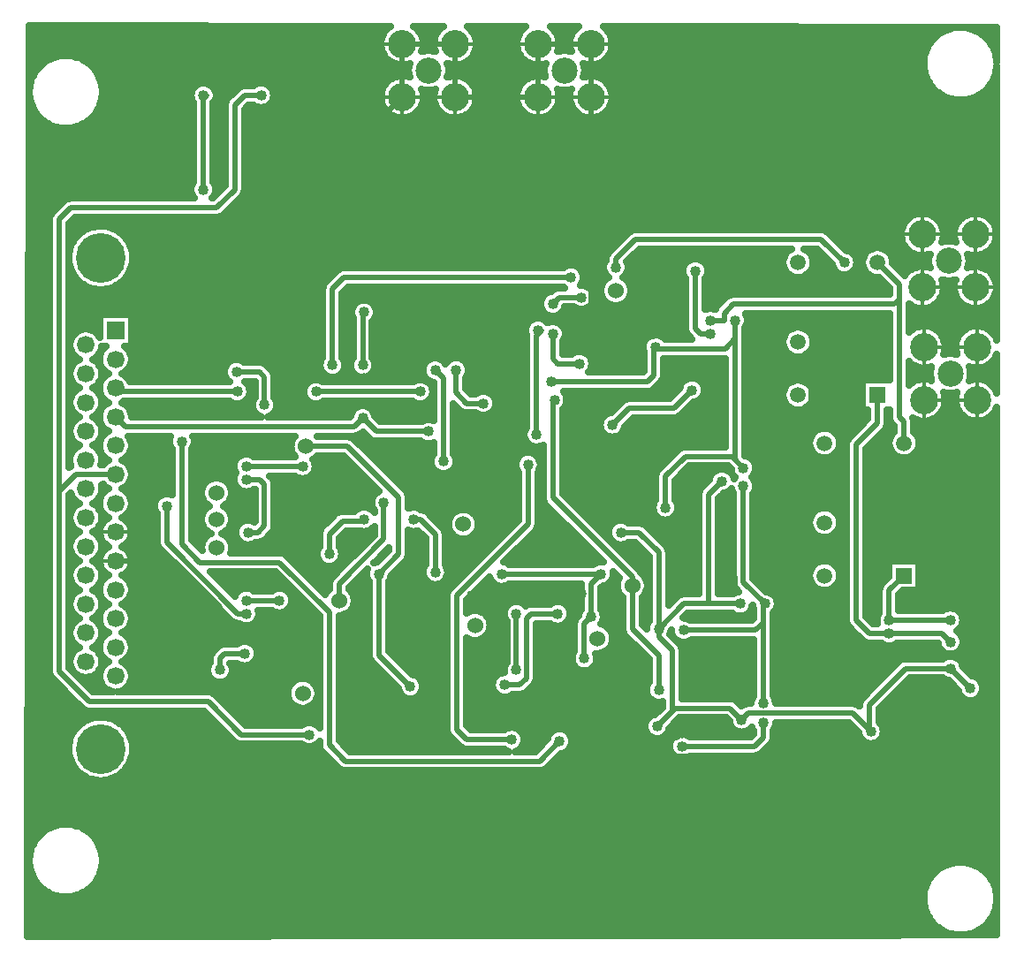
<source format=gbr>
G04 DipTrace 3.3.1.3*
G04 Bottom.gbr*
%MOIN*%
G04 #@! TF.FileFunction,Copper,L2,Bot*
G04 #@! TF.Part,Single*
G04 #@! TA.AperFunction,Conductor*
%ADD12C,0.02*%
G04 #@! TA.AperFunction,CopperBalancing*
%ADD13C,0.025*%
%ADD14C,0.013*%
G04 #@! TA.AperFunction,ComponentPad*
%ADD19C,0.106299*%
%ADD20C,0.098425*%
%ADD21R,0.066535X0.066535*%
%ADD22C,0.066535*%
%ADD23C,0.187402*%
%ADD24R,0.059055X0.059055*%
%ADD25C,0.059055*%
%ADD26C,0.06*%
G04 #@! TA.AperFunction,ViaPad*
%ADD28C,0.04*%
%FSLAX26Y26*%
G04*
G70*
G90*
G75*
G01*
G04 Bottom*
%LPD*%
X2126462Y1738758D2*
D12*
X2238962D1*
Y1732508D1*
Y1520007D1*
X2538962Y1745008D2*
X2260701D1*
X2243582Y1727889D1*
X2238962Y1732508D1*
X782714Y1869151D2*
X1002319D1*
X1176462Y1695008D1*
Y1620008D1*
X3301512Y1457508D2*
Y1707459D1*
X3301462Y1707508D1*
X3226512Y2151258D2*
Y1976209D1*
X3301464Y1901258D1*
X2751512Y1245008D2*
Y1232459D1*
X2782713Y1201258D1*
X2901462D1*
X2920213Y1220008D1*
X3301512Y1245008D2*
Y1195056D1*
X3238964Y1132507D1*
X2851464D1*
X2782713Y1201258D1*
X2738962Y2588758D2*
X2751512D1*
Y2688806D1*
X2788964Y2726258D1*
X2813964D1*
X2649003Y2782508D2*
X2613962D1*
X2351464D1*
X2301462Y2732507D1*
Y2463758D1*
X2251462Y2413758D1*
X2163964D1*
X1807712Y2707507D2*
Y2601256D1*
X1763962Y2557507D1*
X1720213D1*
X3201512Y2982508D2*
X3107713D1*
X3063964Y3026258D1*
X2863964D1*
X2813964Y2976258D1*
Y2726258D1*
X3226512Y2338758D2*
X3326462D1*
X3407713Y2420008D1*
Y2582507D1*
X3507713Y2682507D1*
X1863962Y3620007D2*
Y3820007D1*
X2063962D1*
Y3620007D1*
X2376462D1*
Y3820007D1*
X2576462D1*
Y3620007D1*
X2613962Y2782508D2*
X2576462Y2820008D1*
Y3620007D1*
X1351462Y1413758D2*
Y1326258D1*
X1395213Y1282507D1*
X1332713Y3388955D2*
X1632910D1*
X1863962Y3620007D1*
X1715292Y2408836D2*
X1682713Y2376258D1*
X819111D1*
X782714Y2412655D1*
X3139062Y1707508D2*
X3020745D1*
X2926464D1*
X2832713Y1613758D1*
Y1582508D1*
X2882713Y1532508D1*
Y1301258D1*
X2826464Y1245008D1*
X2882713Y1301258D2*
X2895213Y1313758D1*
X3101464D1*
X3145213Y1270008D1*
X3757713Y2313758D2*
Y2395008D1*
X3738964Y2413758D1*
Y2855913D1*
Y2913758D1*
X3657713Y2995008D1*
X3026562Y2776258D2*
X3078826D1*
Y2803620D1*
X3113964Y2838758D1*
X3721809D1*
X3738964Y2855913D1*
X3145213Y1270008D2*
X3170213Y1295008D1*
X3563962D1*
X3632713Y1226258D1*
X2832713Y1613758D2*
Y1901258D1*
X2757713Y1976258D1*
X2688964D1*
X3020745Y1707508D2*
Y2120540D1*
X3070213Y2170008D1*
X1963964Y2357507D2*
X1766621D1*
X1715292Y2408836D1*
X1113963Y3270008D2*
Y3613758D1*
X1126463Y3626258D1*
X1113963D1*
X3932713Y1463758D2*
X4007713Y1388758D1*
X3932713Y1463758D2*
X3763963D1*
X3626463Y1326258D1*
Y1232508D1*
X3632713Y1226258D1*
X1401462Y1720007D2*
X1276464D1*
X1176462Y1457507D2*
Y1501256D1*
X1195213Y1520007D1*
X1270213D1*
X1276414Y1670007D2*
X1245213D1*
X976462Y1938758D1*
Y2076258D1*
X1276462Y2176256D2*
X1326464D1*
X1345213Y2157507D1*
Y2001258D1*
X1320212Y1976256D1*
X1282713D1*
X2576462Y1657508D2*
Y1782507D1*
X2613962Y1820007D1*
X2238962D2*
X2613962D1*
X1589159Y1895008D2*
Y1970204D1*
X1638964Y2020008D1*
X1713964D1*
X1720213Y2026258D1*
X1907713D2*
X1932713D1*
X1988964Y1970007D1*
Y1826258D1*
X1489061Y2226256D2*
X1276465D1*
X1276462Y2226259D1*
X2295212Y1670007D2*
Y1457508D1*
X2551463Y1501258D2*
Y1632509D1*
X2576462Y1657508D1*
X1626462Y1720008D2*
Y1782507D1*
X1795213Y1951258D1*
Y2088758D1*
X2370213Y2345007D2*
Y2720007D1*
X2388964Y2738758D1*
X2376464D1*
X1776462Y1820007D2*
X1851462Y1895007D1*
Y2107508D1*
X1657713Y2301258D1*
X1501462D1*
X1776462Y1820007D2*
Y1513759D1*
X1895213Y1395008D1*
X2251462Y1401258D2*
X2307713D1*
X2332713Y1426258D1*
Y1651259D1*
X2351461Y1670007D1*
X2451462D1*
X2278235Y1195007D2*
X2107713D1*
X2070213Y1232507D1*
Y1738756D1*
X2338964Y2007507D1*
Y2232507D1*
X782714Y2195254D2*
X632960D1*
X570213Y2132507D1*
Y1451258D1*
X682713Y1338758D1*
X1132713D1*
X1257713Y1213758D1*
X1513964D1*
X1332713Y3626061D2*
X1270016D1*
X1232713Y3588758D1*
Y3270008D1*
X1163963Y3201258D1*
X613963D1*
X570213Y3157508D1*
Y2132507D1*
X1032713Y2320007D2*
Y1932507D1*
X1101462Y1863758D1*
X1401464D1*
X1588964Y1676258D1*
Y1176256D1*
X1651462Y1113758D1*
X2382713D1*
X2457713Y1188758D1*
X1715292Y2607507D2*
Y2802586D1*
X1720213Y2807507D1*
X1242556Y2507508D2*
X796561D1*
X782714Y2521356D1*
X1538962Y2507507D2*
X1932713D1*
X3226709Y1332508D2*
Y1636040D1*
Y1701503D1*
X3232714Y1707508D1*
X2926464Y1607508D2*
X3198178D1*
X3226709Y1636040D1*
X3120460Y2776258D2*
Y2707755D1*
X3082713Y2670008D1*
X2826462D1*
X2820213Y2676258D1*
X3120460Y2707755D2*
Y2251011D1*
X3151462Y2220008D1*
X2857713Y2070008D2*
Y2188758D1*
X2932713Y2263758D1*
X3107713D1*
X3120460Y2251011D1*
X3151709Y2151258D2*
Y1788514D1*
X3232714Y1707508D1*
X2920213Y1170008D2*
X3195213D1*
X3226462Y1201258D1*
Y1257507D1*
X2426462Y2545008D2*
X2788965D1*
X2813964Y2570007D1*
Y2670008D1*
X2820213Y2676258D1*
X2020213Y2244812D2*
Y2557508D1*
X1988964Y2588758D1*
X2067556D2*
Y2503915D1*
X2107713Y2463758D1*
X2170213D1*
X1345213Y2457507D2*
Y2563758D1*
X1326464Y2582507D1*
X1238964D1*
X2540292Y2863758D2*
X2457713D1*
X2432713Y2838758D1*
Y2726258D2*
Y2632507D1*
X2451462Y2613758D1*
X2532713D1*
X1601462Y2607507D2*
Y2895007D1*
X1645213Y2938758D1*
X2501462D1*
X2670263Y2976258D2*
Y3007558D1*
X2745213Y3082508D1*
X3445213D1*
X3532713Y2995008D1*
X2957713Y2513758D2*
X2888964Y2445008D1*
X2720214D1*
X2657713Y2382507D1*
X3026562Y2726258D2*
X2988962D1*
X2970213Y2745007D1*
Y2963758D1*
X2832763Y1382508D2*
Y1513708D1*
X2732713Y1613758D1*
Y1776258D1*
Y1807507D1*
X2432713Y2107507D1*
Y2470007D1*
X2438964Y2476258D1*
X3701562Y1595007D2*
X3626462D1*
X3576462Y1645007D1*
Y2307507D1*
X3657713Y2388758D1*
Y2495008D1*
X3701562Y1595007D2*
X3901464D1*
X3932713Y1563758D1*
X3701562Y1645007D2*
Y1757607D1*
X3757713Y1813758D1*
X3701562Y1645007D2*
X3932712Y1645008D1*
D28*
X2126462Y1738758D3*
X2238962Y1520007D3*
X2538962Y1745008D3*
X1176462Y1620008D3*
X3301512Y1457508D3*
X3301462Y1707508D3*
X3226512Y2151258D3*
X3301464Y1901258D3*
X2751512Y1245008D3*
X2920213Y1220008D3*
X3301512Y1245008D3*
X2738962Y2588758D3*
X2813964Y2726258D3*
X2649003Y2782508D3*
X2163964Y2413758D3*
X1807712Y2707507D3*
X1720213Y2557507D3*
X3201512Y2982508D3*
X3226512Y2338758D3*
X3507713Y2682507D3*
X1351462Y1413758D3*
X1395213Y1282507D3*
X1332713Y3388955D3*
X1715292Y2408836D3*
X3139062Y1707508D3*
X2832713Y1613758D3*
X2826464Y1245008D3*
X3145213Y1270008D3*
X3026562Y2776258D3*
X3632713Y1226258D3*
X2688964Y1976258D3*
X3070213Y2170008D3*
X1963964Y2357507D3*
X1715292Y2408836D3*
X1113963Y3270008D3*
Y3626258D3*
X3932713Y1463758D3*
X4007713Y1388758D3*
X3932713Y1463758D3*
X1401462Y1720007D3*
X1276464D3*
X1176462Y1457507D3*
X1270213Y1520007D3*
X1276414Y1670007D3*
X976462Y2076258D3*
X1276462Y2176256D3*
X1282713Y1976256D3*
X2576462Y1657508D3*
X2613962Y1820007D3*
X2238962D3*
X1589159Y1895008D3*
X1720213Y2026258D3*
X1907713D3*
X1988964Y1826258D3*
X1489061Y2226256D3*
X1276462Y2226259D3*
X2295212Y1670007D3*
Y1457508D3*
X2551463Y1501258D3*
X2576462Y1657508D3*
X1795213Y2088758D3*
X2370213Y2345007D3*
X2376464Y2738758D3*
X1776462Y1820007D3*
X1895213Y1395008D3*
X2251462Y1401258D3*
X2451462Y1670007D3*
X1776462Y1820007D3*
X2278235Y1195007D3*
X2338964Y2232507D3*
X1513964Y1213758D3*
X1332713Y3626061D3*
X1032713Y2320007D3*
X2457713Y1188758D3*
X1715292Y2607507D3*
X1720213Y2807507D3*
X1242556Y2507508D3*
X1538962Y2507507D3*
X1932713D3*
X3226709Y1332508D3*
X3232714Y1707508D3*
X2926464Y1607508D3*
X3120460Y2776258D3*
X2820213Y2676258D3*
X3151462Y2220008D3*
X2857713Y2070008D3*
X3151709Y2151258D3*
X2920213Y1170008D3*
X3226462Y1257507D3*
X2426462Y2545008D3*
X2020213Y2244812D3*
X1988964Y2588758D3*
X2067556D3*
X2170213Y2463758D3*
X1345213Y2457507D3*
X1238964Y2582507D3*
X2540292Y2863758D3*
X2432713Y2838758D3*
Y2726258D3*
X2532713Y2613758D3*
X1601462Y2607507D3*
X2501462Y2938758D3*
X2670263Y2976258D3*
X3532713Y2995008D3*
X2957713Y2513758D3*
X2657713Y2382507D3*
X3026562Y2726258D3*
X2970213Y2963758D3*
X2832763Y1382508D3*
X2438964Y2476258D3*
X3701562Y1595007D3*
X3932713Y1563758D3*
X3701562Y1595007D3*
Y1645007D3*
X3932712Y1645008D3*
X3701562Y1645007D3*
X460153Y3863887D2*
D13*
X1794997D1*
X1932948D2*
X1994979D1*
X2132930D2*
X2307495D1*
X2445446D2*
X2507477D1*
X2645428D2*
X3898348D1*
X4042077D2*
X4105221D1*
X460117Y3839018D2*
X1784124D1*
X1943821D2*
X1984107D1*
X2143803D2*
X2296622D1*
X2456319D2*
X2496605D1*
X2656301D2*
X3867201D1*
X4073224D2*
X4105221D1*
X460045Y3814149D2*
X1782043D1*
X1945902D2*
X1982025D1*
X2145885D2*
X2294541D1*
X2458400D2*
X2494523D1*
X2658383D2*
X3848721D1*
X4091705D2*
X4105221D1*
X460010Y3789281D2*
X1787964D1*
X2139964D2*
X2300462D1*
X2652462D2*
X3837381D1*
X459974Y3764412D2*
X536574D1*
X653856D2*
X1804434D1*
X2123493D2*
X2316932D1*
X2635991D2*
X3831460D1*
X459938Y3739543D2*
X499004D1*
X691427D2*
X1888332D1*
X2039596D2*
X2400830D1*
X2552094D2*
X3830204D1*
X459866Y3714674D2*
X477904D1*
X712527D2*
X1885927D1*
X2042000D2*
X2398425D1*
X2554498D2*
X3833470D1*
X725517Y3689806D2*
X1823094D1*
X2104833D2*
X2335592D1*
X2617331D2*
X3841651D1*
X732837Y3664937D2*
X1085638D1*
X1142276D2*
X1304711D1*
X1360739D2*
X1795679D1*
X2132213D2*
X2308213D1*
X2644747D2*
X3855754D1*
X4084671D2*
X4105221D1*
X735349Y3640068D2*
X1067050D1*
X1162766D2*
X1229893D1*
X1379542D2*
X1784375D1*
X1943534D2*
X1984394D1*
X2143552D2*
X2296873D1*
X2456032D2*
X2496892D1*
X2656050D2*
X3878648D1*
X4061777D2*
X4105221D1*
X733304Y3615199D2*
X1066297D1*
X1163734D2*
X1205025D1*
X1380439D2*
X1781971D1*
X1945974D2*
X1981954D1*
X2145956D2*
X2294469D1*
X2458472D2*
X2494451D1*
X2658454D2*
X3921960D1*
X4018465D2*
X4105221D1*
X726557Y3590331D2*
X1074981D1*
X1152969D2*
X1193757D1*
X1364973D2*
X1787533D1*
X1940376D2*
X1987551D1*
X2140394D2*
X2300031D1*
X2452874D2*
X2500049D1*
X2652892D2*
X4105221D1*
X459615Y3565462D2*
X476217D1*
X714213D2*
X1074981D1*
X1152969D2*
X1193721D1*
X1271710D2*
X1803430D1*
X1924515D2*
X2003412D1*
X2124498D2*
X2315928D1*
X2437013D2*
X2515910D1*
X2636996D2*
X4105221D1*
X459579Y3540593D2*
X496241D1*
X694190D2*
X1074981D1*
X1152969D2*
X1193721D1*
X1271710D2*
X1855354D1*
X1872552D2*
X2055337D1*
X2072573D2*
X2367852D1*
X2385089D2*
X2567835D1*
X2585076D2*
X4105221D1*
X459507Y3515724D2*
X531012D1*
X659418D2*
X1074981D1*
X1152969D2*
X1193721D1*
X1271710D2*
X4105221D1*
X459471Y3490856D2*
X1074981D1*
X1152969D2*
X1193721D1*
X1271710D2*
X4105221D1*
X459435Y3465987D2*
X1074981D1*
X1152969D2*
X1193721D1*
X1271710D2*
X4105221D1*
X459400Y3441118D2*
X1074981D1*
X1152969D2*
X1193721D1*
X1271710D2*
X4105221D1*
X459328Y3416249D2*
X1074981D1*
X1152969D2*
X1193721D1*
X1271710D2*
X4105221D1*
X459292Y3391380D2*
X1074981D1*
X1152969D2*
X1193721D1*
X1271710D2*
X4105221D1*
X459256Y3366512D2*
X1074981D1*
X1152969D2*
X1193721D1*
X1271710D2*
X4105221D1*
X459220Y3341643D2*
X1074981D1*
X1152969D2*
X1193721D1*
X1271710D2*
X4105221D1*
X459148Y3316774D2*
X1074981D1*
X1152969D2*
X1193721D1*
X1271710D2*
X4105221D1*
X459113Y3291905D2*
X1070459D1*
X1157491D2*
X1193721D1*
X1271710D2*
X4105221D1*
X459077Y3267037D2*
X1065041D1*
X1162873D2*
X1175636D1*
X1271602D2*
X4105221D1*
X459041Y3242168D2*
X1074227D1*
X1259007D2*
X4105221D1*
X458969Y3217299D2*
X575903D1*
X1234139D2*
X4105221D1*
X458933Y3192430D2*
X551000D1*
X1209271D2*
X4105221D1*
X458897Y3167562D2*
X532627D1*
X1180492D2*
X3779823D1*
X3873098D2*
X3979841D1*
X4073081D2*
X4105221D1*
X458861Y3142693D2*
X531228D1*
X609503D2*
X3755924D1*
X3896997D2*
X3955943D1*
X4096980D2*
X4105221D1*
X458790Y3117824D2*
X531228D1*
X609216D2*
X665901D1*
X787740D2*
X2733476D1*
X3456949D2*
X3746056D1*
X3906865D2*
X3946039D1*
X458754Y3092955D2*
X531228D1*
X609216D2*
X634753D1*
X818851D2*
X2701539D1*
X3488886D2*
X3744764D1*
X3908193D2*
X3944747D1*
X458718Y3068086D2*
X531228D1*
X609216D2*
X617601D1*
X836040D2*
X2676671D1*
X3513754D2*
X3751546D1*
X458646Y3043218D2*
X531228D1*
X845585D2*
X2651804D1*
X2760042D2*
X3326678D1*
X3388769D2*
X3430383D1*
X3538622D2*
X3626669D1*
X3688761D2*
X3769417D1*
X4083523D2*
X4105221D1*
X458610Y3018349D2*
X531228D1*
X849389D2*
X2632893D1*
X2735175D2*
X3304286D1*
X3411161D2*
X3455251D1*
X3575439D2*
X3604278D1*
X3711153D2*
X3850192D1*
X4002712D2*
X4105221D1*
X458574Y2993480D2*
X531228D1*
X847954D2*
X2624568D1*
X2715941D2*
X2931951D1*
X3008469D2*
X3299190D1*
X3416221D2*
X3480118D1*
X3581683D2*
X3599218D1*
X3716212D2*
X3848649D1*
X4004291D2*
X4105221D1*
X458538Y2968611D2*
X531228D1*
X841100D2*
X1621712D1*
X2539606D2*
X2621912D1*
X2718632D2*
X2921473D1*
X3018947D2*
X3305793D1*
X3409618D2*
X3491924D1*
X3573501D2*
X3605785D1*
X3738245D2*
X3781438D1*
X4071466D2*
X4105221D1*
X458467Y2943743D2*
X531228D1*
X609216D2*
X625890D1*
X827715D2*
X1596091D1*
X2550192D2*
X2634507D1*
X2706001D2*
X2925743D1*
X3014677D2*
X3332598D1*
X3382812D2*
X3632626D1*
X4096334D2*
X4105221D1*
X458431Y2918874D2*
X531228D1*
X609216D2*
X649251D1*
X804354D2*
X1571331D1*
X2545993D2*
X2619974D1*
X2720570D2*
X2931198D1*
X3009222D2*
X3679742D1*
X3906650D2*
X3946290D1*
X458395Y2894005D2*
X531228D1*
X609216D2*
X705804D1*
X747801D2*
X1562467D1*
X1654594D2*
X2434776D1*
X2578110D2*
X2611506D1*
X2729003D2*
X2931198D1*
X3009222D2*
X3699981D1*
X3908265D2*
X3944639D1*
X458359Y2869136D2*
X531228D1*
X609216D2*
X1562467D1*
X1640456D2*
X2395016D1*
X2588983D2*
X2614771D1*
X2725737D2*
X2931198D1*
X3009222D2*
X3091241D1*
X3901841D2*
X3951062D1*
X458287Y2844268D2*
X531228D1*
X609216D2*
X1562467D1*
X1640456D2*
X1689246D1*
X1751194D2*
X2384036D1*
X2584999D2*
X2632929D1*
X2707580D2*
X2931198D1*
X3009222D2*
X3065369D1*
X3884617D2*
X3968323D1*
X4084600D2*
X4105221D1*
X458251Y2819399D2*
X531228D1*
X609216D2*
X1562467D1*
X1640456D2*
X1672775D1*
X1767665D2*
X2387947D1*
X2477490D2*
X2523841D1*
X2556723D2*
X2931198D1*
X3777969D2*
X4105221D1*
X458215Y2794530D2*
X531228D1*
X609216D2*
X720445D1*
X844975D2*
X1562467D1*
X1640456D2*
X1673062D1*
X1767378D2*
X2415865D1*
X2449572D2*
X2931198D1*
X3165713D2*
X3699981D1*
X3777969D2*
X4105221D1*
X458180Y2769661D2*
X531228D1*
X609216D2*
X720445D1*
X844975D2*
X1562467D1*
X1640456D2*
X1676292D1*
X1754280D2*
X2339216D1*
X2451905D2*
X2931198D1*
X3168979D2*
X3699981D1*
X3777969D2*
X4105221D1*
X458108Y2744793D2*
X531228D1*
X609216D2*
X720445D1*
X844975D2*
X1562467D1*
X1640456D2*
X1676292D1*
X1754280D2*
X2327841D1*
X2477849D2*
X2931198D1*
X3159469D2*
X3329512D1*
X3385899D2*
X3699981D1*
X3777969D2*
X3789619D1*
X3875789D2*
X3989638D1*
X4075808D2*
X4105221D1*
X458072Y2719924D2*
X531228D1*
X609216D2*
X620328D1*
X844975D2*
X1562467D1*
X1640456D2*
X1676292D1*
X1754280D2*
X2331214D1*
X2481294D2*
X2801728D1*
X2838701D2*
X2941210D1*
X3159469D2*
X3305039D1*
X3410407D2*
X3699981D1*
X3901841D2*
X3963586D1*
X458036Y2695055D2*
X531228D1*
X844975D2*
X1562467D1*
X1640456D2*
X1676292D1*
X1754280D2*
X2331214D1*
X2471713D2*
X2775173D1*
X3159469D2*
X3299190D1*
X3416257D2*
X3699981D1*
X3912607D2*
X3952821D1*
X458000Y2670186D2*
X531228D1*
X829509D2*
X1562467D1*
X1640456D2*
X1676292D1*
X1754280D2*
X2331214D1*
X2471713D2*
X2771621D1*
X3159469D2*
X3304968D1*
X3410443D2*
X3699981D1*
X3914616D2*
X3950811D1*
X457928Y2645317D2*
X531228D1*
X609216D2*
X623199D1*
X843002D2*
X1562467D1*
X1640456D2*
X1676292D1*
X1754280D2*
X2331214D1*
X2569354D2*
X2774958D1*
X3159469D2*
X3329333D1*
X3386078D2*
X3699981D1*
X457892Y2620449D2*
X531228D1*
X609216D2*
X628797D1*
X713029D2*
X721229D1*
X844222D2*
X1209582D1*
X1268337D2*
X1554286D1*
X1648637D2*
X1668146D1*
X1762462D2*
X1952421D1*
X2104079D2*
X2331214D1*
X2581232D2*
X2774958D1*
X2852947D2*
X3081445D1*
X3159469D2*
X3699981D1*
X4092028D2*
X4105221D1*
X457857Y2595580D2*
X531228D1*
X834030D2*
X1191855D1*
X1367521D2*
X1554035D1*
X1648924D2*
X1667859D1*
X1762749D2*
X1940471D1*
X2116065D2*
X2331214D1*
X2578002D2*
X2774958D1*
X2852947D2*
X3081445D1*
X3159469D2*
X3699981D1*
X3777969D2*
X3857010D1*
X4008417D2*
X4105221D1*
X457821Y2570711D2*
X531228D1*
X732945D2*
X746497D1*
X818923D2*
X1191497D1*
X1383561D2*
X1570541D1*
X1632382D2*
X1684366D1*
X1746207D2*
X1943593D1*
X2112907D2*
X2331214D1*
X2852947D2*
X3081445D1*
X3159469D2*
X3699981D1*
X3777969D2*
X3854713D1*
X4010714D2*
X4105221D1*
X457749Y2545842D2*
X531228D1*
X839736D2*
X1207860D1*
X1271387D2*
X1306218D1*
X1384207D2*
X1510148D1*
X1567790D2*
X1903905D1*
X2106555D2*
X2331214D1*
X2843832D2*
X2921545D1*
X2993864D2*
X3081445D1*
X3159469D2*
X3331665D1*
X3383781D2*
X3599182D1*
X3777969D2*
X3791449D1*
X4073978D2*
X4105221D1*
X457713Y2520974D2*
X531228D1*
X609216D2*
X642720D1*
X699070D2*
X720445D1*
X1289580D2*
X1306218D1*
X1384207D2*
X1491955D1*
X2106555D2*
X2331214D1*
X2819036D2*
X2909273D1*
X3006136D2*
X3081445D1*
X3159469D2*
X3305578D1*
X3409869D2*
X3599182D1*
X457677Y2496105D2*
X531228D1*
X1290118D2*
X1306218D1*
X1384207D2*
X1491381D1*
X2206134D2*
X2331214D1*
X2483519D2*
X2885948D1*
X3003230D2*
X3081445D1*
X3159469D2*
X3299190D1*
X3416221D2*
X3599182D1*
X3912355D2*
X3953072D1*
X457641Y2471236D2*
X531228D1*
X733016D2*
X747645D1*
X1274150D2*
X1298288D1*
X1392137D2*
X1507349D1*
X1964311D2*
X1981200D1*
X2218622D2*
X2331214D1*
X2487681D2*
X2692317D1*
X2979044D2*
X3081445D1*
X3159469D2*
X3304465D1*
X3410946D2*
X3599182D1*
X3914688D2*
X3950739D1*
X457569Y2446367D2*
X531228D1*
X834569D2*
X1297570D1*
X1392855D2*
X1685335D1*
X1745238D2*
X1981200D1*
X2059224D2*
X2070982D1*
X2215823D2*
X2331214D1*
X2477096D2*
X2667449D1*
X2944451D2*
X3081445D1*
X3159469D2*
X3327395D1*
X3388016D2*
X3599182D1*
X3909054D2*
X3956373D1*
X457534Y2421499D2*
X531228D1*
X609216D2*
X629658D1*
X712168D2*
X721124D1*
X844329D2*
X1313288D1*
X1377138D2*
X1668039D1*
X1762534D2*
X1981200D1*
X2059224D2*
X2148313D1*
X2192103D2*
X2331214D1*
X2471713D2*
X2629878D1*
X2919584D2*
X3081445D1*
X3159469D2*
X3618703D1*
X3893050D2*
X3972378D1*
X4093068D2*
X4105221D1*
X457498Y2396630D2*
X531228D1*
X609216D2*
X622553D1*
X1781624D2*
X1936345D1*
X2059224D2*
X2331214D1*
X2471713D2*
X2610896D1*
X2725952D2*
X3081445D1*
X3159469D2*
X3611454D1*
X3796665D2*
X3828338D1*
X3837051D2*
X4028357D1*
X4037083D2*
X4105221D1*
X457462Y2371761D2*
X531228D1*
X2059224D2*
X2329671D1*
X2471713D2*
X2609963D1*
X2705463D2*
X3081445D1*
X3159469D2*
X3586587D1*
X3692529D2*
X3718712D1*
X3796701D2*
X4105221D1*
X457390Y2346892D2*
X531228D1*
X1706877D2*
X1723121D1*
X2059224D2*
X2321238D1*
X2471713D2*
X2625321D1*
X2690104D2*
X3081445D1*
X3159469D2*
X3410036D1*
X3505393D2*
X3561719D1*
X3669958D2*
X3710028D1*
X3805385D2*
X4105221D1*
X457354Y2322023D2*
X531228D1*
X609216D2*
X620902D1*
X842176D2*
X983763D1*
X1081667D2*
X1446418D1*
X1691053D2*
X1755560D1*
X2059224D2*
X2327303D1*
X2471713D2*
X3081445D1*
X3159469D2*
X3399809D1*
X3515620D2*
X3540475D1*
X3645090D2*
X3699801D1*
X3815612D2*
X4105221D1*
X457318Y2297155D2*
X531228D1*
X609216D2*
X632206D1*
X709620D2*
X720840D1*
X844580D2*
X989720D1*
X1075710D2*
X1442614D1*
X1715920D2*
X1981200D1*
X2059224D2*
X2393725D1*
X2471713D2*
X2915481D1*
X3159469D2*
X3401711D1*
X3513718D2*
X3537461D1*
X3620222D2*
X3701703D1*
X3813710D2*
X4105221D1*
X457282Y2272286D2*
X531228D1*
X835896D2*
X993703D1*
X1071727D2*
X1267356D1*
X1285564D2*
X1450473D1*
X1740788D2*
X1980195D1*
X2060229D2*
X2312375D1*
X2365532D2*
X2393725D1*
X2471713D2*
X2887132D1*
X3159469D2*
X3417536D1*
X3497893D2*
X3537461D1*
X3615450D2*
X3717528D1*
X3797885D2*
X4105221D1*
X457211Y2247417D2*
X531228D1*
X733124D2*
X751054D1*
X814402D2*
X993703D1*
X1071727D2*
X1232548D1*
X1532983D2*
X1657417D1*
X1765656D2*
X1971296D1*
X2069128D2*
X2292423D1*
X2385519D2*
X2393697D1*
X2471713D2*
X2862264D1*
X3191514D2*
X3537461D1*
X3615450D2*
X4105221D1*
X457175Y2222548D2*
X531228D1*
X838372D2*
X993703D1*
X1071727D2*
X1227596D1*
X1537899D2*
X1682321D1*
X1790523D2*
X1976894D1*
X2063530D2*
X2291060D1*
X2471713D2*
X2837397D1*
X2945635D2*
X3094794D1*
X3200377D2*
X3537461D1*
X3615450D2*
X4105221D1*
X457139Y2197680D2*
X531228D1*
X844939D2*
X993703D1*
X1071727D2*
X1232692D1*
X1528246D2*
X1707188D1*
X1815427D2*
X2299959D1*
X2377948D2*
X2393725D1*
X2471713D2*
X2819813D1*
X2920768D2*
X3030346D1*
X3194743D2*
X3537461D1*
X3615450D2*
X4105221D1*
X457103Y2172811D2*
X531228D1*
X840597D2*
X993703D1*
X1071727D2*
X1129453D1*
X1198470D2*
X1227596D1*
X1380834D2*
X1732056D1*
X1840295D2*
X2299959D1*
X2377948D2*
X2393725D1*
X2471713D2*
X2818701D1*
X2896725D2*
X3018899D1*
X3195425D2*
X3537461D1*
X3615450D2*
X4105221D1*
X457031Y2147942D2*
X531228D1*
X732765D2*
X743698D1*
X821722D2*
X993703D1*
X1071727D2*
X1109286D1*
X1218637D2*
X1237070D1*
X1384207D2*
X1756924D1*
X1865163D2*
X2299959D1*
X2377948D2*
X2393725D1*
X2471713D2*
X2818701D1*
X2896725D2*
X2994031D1*
X3200593D2*
X3537461D1*
X3615450D2*
X4105221D1*
X456995Y2123073D2*
X531228D1*
X832523D2*
X993703D1*
X1071727D2*
X1105052D1*
X1222872D2*
X1306218D1*
X1384207D2*
X1761338D1*
X1886980D2*
X2299959D1*
X2377948D2*
X2393725D1*
X2471713D2*
X2818701D1*
X2896725D2*
X2981830D1*
X3077402D2*
X3112234D1*
X3191191D2*
X3537461D1*
X3615450D2*
X4105221D1*
X456959Y2098205D2*
X531228D1*
X609216D2*
X626572D1*
X843827D2*
X932951D1*
X1071727D2*
X1112408D1*
X1215515D2*
X1306218D1*
X1384207D2*
X1747199D1*
X1890461D2*
X2299959D1*
X2377948D2*
X2394909D1*
X2496150D2*
X2818234D1*
X2897192D2*
X2981759D1*
X3059747D2*
X3112700D1*
X3190724D2*
X3537461D1*
X3615450D2*
X4105221D1*
X456924Y2073336D2*
X531228D1*
X609216D2*
X625065D1*
X843504D2*
X927568D1*
X1071727D2*
X1130206D1*
X1197717D2*
X1306218D1*
X1384207D2*
X1748850D1*
X1890461D2*
X2299959D1*
X2377948D2*
X2412779D1*
X2521018D2*
X2808833D1*
X2906593D2*
X2981759D1*
X3059747D2*
X3112700D1*
X3190724D2*
X3537461D1*
X3615450D2*
X4105221D1*
X456852Y2048467D2*
X531228D1*
X831267D2*
X936683D1*
X1071727D2*
X1109501D1*
X1218422D2*
X1306218D1*
X1384207D2*
X1613602D1*
X1964634D2*
X2053794D1*
X2136626D2*
X2299959D1*
X2377948D2*
X2437647D1*
X2545886D2*
X2814000D1*
X2901426D2*
X2981759D1*
X3059747D2*
X3112700D1*
X3190724D2*
X3411221D1*
X3504209D2*
X3537461D1*
X3615450D2*
X4105221D1*
X456816Y2023598D2*
X531228D1*
X732550D2*
X741755D1*
X823660D2*
X937472D1*
X1071727D2*
X1105016D1*
X1222907D2*
X1306218D1*
X1384207D2*
X1588448D1*
X1989501D2*
X2038543D1*
X2151877D2*
X2299959D1*
X2377948D2*
X2462515D1*
X2570753D2*
X2852324D1*
X2863081D2*
X2981759D1*
X3059747D2*
X3112700D1*
X3190724D2*
X3400061D1*
X3515369D2*
X3537461D1*
X3615450D2*
X4105221D1*
X456780Y1998730D2*
X531228D1*
X609216D2*
X618893D1*
X841207D2*
X937472D1*
X1071727D2*
X1112121D1*
X1215802D2*
X1239510D1*
X1384135D2*
X1563580D1*
X2014369D2*
X2036892D1*
X2153528D2*
X2276060D1*
X2376907D2*
X2487382D1*
X2595621D2*
X2645739D1*
X2789360D2*
X2981759D1*
X3059747D2*
X3112700D1*
X3190724D2*
X3401245D1*
X3514184D2*
X3537461D1*
X3615450D2*
X4105221D1*
X456744Y1973861D2*
X531228D1*
X609216D2*
X636225D1*
X705565D2*
X720588D1*
X844832D2*
X937472D1*
X1071727D2*
X1140326D1*
X1187597D2*
X1233768D1*
X1371934D2*
X1550339D1*
X1646951D2*
X1756206D1*
X1890461D2*
X1930998D1*
X2027754D2*
X2047334D1*
X2143086D2*
X2251193D1*
X2359431D2*
X2512250D1*
X2620489D2*
X2640034D1*
X2814228D2*
X2981759D1*
X3059747D2*
X3112700D1*
X3190724D2*
X3415886D1*
X3499544D2*
X3537461D1*
X3615450D2*
X4105221D1*
X456672Y1948992D2*
X531228D1*
X837547D2*
X937472D1*
X1071727D2*
X1112946D1*
X1214977D2*
X1242560D1*
X1346995D2*
X1550159D1*
X1628148D2*
X1738838D1*
X1890461D2*
X1949981D1*
X2027969D2*
X2226325D1*
X2334564D2*
X2537118D1*
X2839095D2*
X2981759D1*
X3059747D2*
X3112700D1*
X3190724D2*
X3537461D1*
X3615450D2*
X4105221D1*
X456636Y1924123D2*
X531228D1*
X733160D2*
X754033D1*
X811388D2*
X940523D1*
X1095231D2*
X1105123D1*
X1222800D2*
X1550159D1*
X1628148D2*
X1713970D1*
X1890461D2*
X1949981D1*
X2027969D2*
X2201457D1*
X2309696D2*
X2561985D1*
X2670224D2*
X2755724D1*
X2863676D2*
X2981759D1*
X3059747D2*
X3112700D1*
X3190724D2*
X3537461D1*
X3615450D2*
X4105221D1*
X456601Y1899254D2*
X531228D1*
X836829D2*
X961838D1*
X1412448D2*
X1540363D1*
X1637980D2*
X1689103D1*
X1890461D2*
X1949981D1*
X2027969D2*
X2176589D1*
X2284828D2*
X2586853D1*
X2695092D2*
X2780592D1*
X2871714D2*
X2981759D1*
X3059747D2*
X3112700D1*
X3190724D2*
X3537461D1*
X3615450D2*
X4105221D1*
X456565Y1874386D2*
X531228D1*
X609216D2*
X634323D1*
X707467D2*
X720660D1*
X844760D2*
X986706D1*
X1444959D2*
X1544992D1*
X1633351D2*
X1664235D1*
X1884074D2*
X1949981D1*
X2027969D2*
X2151722D1*
X2259960D2*
X2611721D1*
X2719960D2*
X2793726D1*
X2871714D2*
X2981759D1*
X3059747D2*
X3112700D1*
X3190724D2*
X3537461D1*
X3615450D2*
X4105221D1*
X456493Y1849517D2*
X531228D1*
X609216D2*
X619754D1*
X841674D2*
X1011573D1*
X1469826D2*
X1577036D1*
X1601306D2*
X1639367D1*
X1860103D2*
X1946213D1*
X2031737D2*
X2126854D1*
X2744828D2*
X2793726D1*
X2871714D2*
X2981759D1*
X3059747D2*
X3112700D1*
X3190724D2*
X3412082D1*
X3503347D2*
X3537461D1*
X3615450D2*
X3699191D1*
X3816258D2*
X4105221D1*
X456457Y1824648D2*
X531228D1*
X732335D2*
X740338D1*
X825095D2*
X1036441D1*
X1144680D2*
X1386455D1*
X1494694D2*
X1614499D1*
X1835235D2*
X1940005D1*
X2037945D2*
X2101986D1*
X2767435D2*
X2793726D1*
X2871714D2*
X2981759D1*
X3059747D2*
X3112700D1*
X3190724D2*
X3400240D1*
X3515189D2*
X3537461D1*
X3615450D2*
X3699191D1*
X3816258D2*
X4105221D1*
X456421Y1799779D2*
X531228D1*
X830227D2*
X1061309D1*
X1169548D2*
X1411323D1*
X1519562D2*
X1591821D1*
X1697871D2*
X1732092D1*
X1820846D2*
X1948222D1*
X2029692D2*
X2077118D1*
X2185357D2*
X2194603D1*
X2658347D2*
X2678824D1*
X2871714D2*
X2981759D1*
X3059747D2*
X3112700D1*
X3194564D2*
X3400958D1*
X3514472D2*
X3537461D1*
X3615450D2*
X3689610D1*
X3816258D2*
X4105221D1*
X456385Y1774911D2*
X531228D1*
X609216D2*
X623881D1*
X843217D2*
X1086177D1*
X1194415D2*
X1436191D1*
X1544430D2*
X1587479D1*
X1673003D2*
X1737475D1*
X1815463D2*
X2052251D1*
X2160489D2*
X2225141D1*
X2252784D2*
X2537477D1*
X2627809D2*
X2673729D1*
X2871714D2*
X2981759D1*
X3059747D2*
X3115356D1*
X3219432D2*
X3414845D1*
X3500584D2*
X3537461D1*
X3615450D2*
X3666931D1*
X3816258D2*
X4105221D1*
X456314Y1750042D2*
X531228D1*
X609216D2*
X627900D1*
X844078D2*
X1111044D1*
X1219283D2*
X1238469D1*
X1439468D2*
X1461059D1*
X1676806D2*
X1737475D1*
X1815463D2*
X2033017D1*
X2135622D2*
X2537477D1*
X2615465D2*
X2680152D1*
X2785269D2*
X2793726D1*
X2871714D2*
X2981759D1*
X3059747D2*
X3117760D1*
X3254024D2*
X3537461D1*
X3615450D2*
X3662553D1*
X3748113D2*
X4105221D1*
X456278Y1725173D2*
X531228D1*
X833456D2*
X1135912D1*
X1450162D2*
X1485926D1*
X1685239D2*
X1737475D1*
X1815463D2*
X2031222D1*
X2110754D2*
X2537477D1*
X2615465D2*
X2693716D1*
X2771705D2*
X2793726D1*
X2871714D2*
X2890003D1*
X3278246D2*
X3537461D1*
X3615450D2*
X3662553D1*
X3740578D2*
X4105221D1*
X456242Y1700304D2*
X531228D1*
X732873D2*
X745349D1*
X820072D2*
X1160780D1*
X1446071D2*
X1510794D1*
X1681902D2*
X1737475D1*
X1815463D2*
X2031222D1*
X2109211D2*
X2257436D1*
X2489224D2*
X2537477D1*
X2615465D2*
X2693716D1*
X2771705D2*
X2793726D1*
X3281153D2*
X3537461D1*
X3615450D2*
X3662553D1*
X3740578D2*
X4105221D1*
X456206Y1675436D2*
X531228D1*
X609216D2*
X617098D1*
X840095D2*
X1185683D1*
X1325106D2*
X1385702D1*
X1417220D2*
X1535662D1*
X1663673D2*
X1737475D1*
X1815463D2*
X2031222D1*
X2169281D2*
X2246528D1*
X2500133D2*
X2531053D1*
X2621852D2*
X2693716D1*
X2771705D2*
X2793726D1*
X3175222D2*
X3187698D1*
X3268880D2*
X3537461D1*
X3615450D2*
X3662553D1*
X3970380D2*
X4105221D1*
X456134Y1650567D2*
X531228D1*
X609216D2*
X641105D1*
X700685D2*
X720445D1*
X844975D2*
X1210551D1*
X1321158D2*
X1549980D1*
X1627968D2*
X1737475D1*
X1815463D2*
X2031222D1*
X2192462D2*
X2250475D1*
X2496186D2*
X2517238D1*
X2624938D2*
X2693716D1*
X2771705D2*
X2793726D1*
X2946533D2*
X3187124D1*
X3265722D2*
X3537461D1*
X3625031D2*
X3652901D1*
X3981397D2*
X4105221D1*
X456098Y1625698D2*
X531228D1*
X839018D2*
X1259820D1*
X1293025D2*
X1549980D1*
X1627968D2*
X1737475D1*
X1815463D2*
X2031222D1*
X2197953D2*
X2256216D1*
X2371704D2*
X2434848D1*
X2468053D2*
X2512465D1*
X2631326D2*
X2693716D1*
X2774898D2*
X2785257D1*
X3265722D2*
X3542987D1*
X3977521D2*
X4105221D1*
X456062Y1600829D2*
X531228D1*
X733088D2*
X748937D1*
X816519D2*
X1549980D1*
X1627968D2*
X1737475D1*
X1815463D2*
X2031222D1*
X2191924D2*
X2256216D1*
X2371704D2*
X2512465D1*
X2654830D2*
X2696085D1*
X3265722D2*
X3566527D1*
X3963275D2*
X4105221D1*
X456026Y1575960D2*
X531228D1*
X835107D2*
X1549980D1*
X1627968D2*
X1737475D1*
X1815463D2*
X2031222D1*
X2167200D2*
X2256216D1*
X2371704D2*
X2512465D1*
X2660464D2*
X2716395D1*
X3265722D2*
X3591395D1*
X3980069D2*
X4105221D1*
X455955Y1551092D2*
X531228D1*
X609216D2*
X630591D1*
X711199D2*
X721005D1*
X844437D2*
X1173590D1*
X1307307D2*
X1549980D1*
X1627968D2*
X1737475D1*
X1815463D2*
X2031222D1*
X2109211D2*
X2256216D1*
X2371704D2*
X2512465D1*
X2654543D2*
X2741263D1*
X2916641D2*
X3187698D1*
X3265722D2*
X3683761D1*
X3719334D2*
X3885466D1*
X3979961D2*
X4105221D1*
X455919Y1526223D2*
X531228D1*
X609216D2*
X621871D1*
X842571D2*
X1147323D1*
X1318790D2*
X1549980D1*
X1627968D2*
X1737475D1*
X1818118D2*
X2031222D1*
X2109211D2*
X2256216D1*
X2371704D2*
X2509738D1*
X2630213D2*
X2766131D1*
X2921701D2*
X3187698D1*
X3265722D2*
X3902762D1*
X3962665D2*
X4105221D1*
X455883Y1501354D2*
X531228D1*
X828038D2*
X1137455D1*
X1315309D2*
X1549980D1*
X1627968D2*
X1739628D1*
X1842986D2*
X2031222D1*
X2109211D2*
X2256216D1*
X2371704D2*
X2502454D1*
X2600465D2*
X2790998D1*
X2921701D2*
X3187698D1*
X3265722D2*
X3902834D1*
X3962593D2*
X4105221D1*
X455847Y1476485D2*
X531228D1*
X827607D2*
X1131498D1*
X1221400D2*
X1251351D1*
X1289078D2*
X1549980D1*
X1627968D2*
X1759615D1*
X1867854D2*
X2031222D1*
X2109211D2*
X2250260D1*
X2371704D2*
X2509595D1*
X2593324D2*
X2793761D1*
X2921701D2*
X3187698D1*
X3265722D2*
X3722588D1*
X3979925D2*
X4105221D1*
X455775Y1451617D2*
X531228D1*
X842427D2*
X1127838D1*
X1225096D2*
X1549980D1*
X1627968D2*
X1784483D1*
X1892722D2*
X2031222D1*
X2109211D2*
X2246599D1*
X2371704D2*
X2793761D1*
X2921701D2*
X3187698D1*
X3265722D2*
X3697720D1*
X3998980D2*
X4105221D1*
X455739Y1426748D2*
X540665D1*
X648832D2*
X720947D1*
X844509D2*
X1139106D1*
X1213829D2*
X1549980D1*
X1627968D2*
X1809351D1*
X1931692D2*
X2031222D1*
X2109211D2*
X2210069D1*
X2371704D2*
X2793761D1*
X2921701D2*
X3187698D1*
X3265722D2*
X3672852D1*
X3781055D2*
X3902045D1*
X4037017D2*
X4105221D1*
X455704Y1401879D2*
X565461D1*
X673700D2*
X730026D1*
X835394D2*
X1439815D1*
X1538114D2*
X1549938D1*
X1627968D2*
X1834218D1*
X1943713D2*
X2031222D1*
X2109211D2*
X2202462D1*
X2362374D2*
X2787984D1*
X2921701D2*
X3187698D1*
X3265722D2*
X3647949D1*
X3756187D2*
X3940477D1*
X4054816D2*
X4105221D1*
X455668Y1377010D2*
X590329D1*
X698568D2*
X763362D1*
X802094D2*
X1430414D1*
X1627968D2*
X1849828D1*
X1940591D2*
X2031222D1*
X2109211D2*
X2209280D1*
X2337578D2*
X2784073D1*
X2921701D2*
X3187698D1*
X3265722D2*
X3623081D1*
X3731320D2*
X3960213D1*
X4055210D2*
X4105221D1*
X455596Y1352142D2*
X615197D1*
X1173459D2*
X1432854D1*
X1627968D2*
X1874696D1*
X1915723D2*
X2031222D1*
X2109211D2*
X2795053D1*
X2921701D2*
X3182064D1*
X3271356D2*
X3598213D1*
X3706452D2*
X3976540D1*
X4038883D2*
X4105221D1*
X455560Y1327273D2*
X640064D1*
X1198327D2*
X1449504D1*
X1528425D2*
X1549980D1*
X1627968D2*
X2031222D1*
X2109211D2*
X2843712D1*
X3142065D2*
X3150630D1*
X3681584D2*
X4105221D1*
X455524Y1302404D2*
X676953D1*
X1223194D2*
X1549980D1*
X1627968D2*
X2031222D1*
X2109211D2*
X2829753D1*
X3665472D2*
X4105221D1*
X455488Y1277535D2*
X697623D1*
X755982D2*
X1139823D1*
X1248062D2*
X1549980D1*
X1627968D2*
X2031222D1*
X2109211D2*
X2790747D1*
X3665472D2*
X4105221D1*
X455416Y1252667D2*
X647349D1*
X806256D2*
X1164691D1*
X1272930D2*
X1485998D1*
X1541918D2*
X1549946D1*
X1627968D2*
X2031222D1*
X2109211D2*
X2778116D1*
X2888257D2*
X3099566D1*
X3275196D2*
X3552174D1*
X3673474D2*
X4105221D1*
X455381Y1227798D2*
X624814D1*
X828791D2*
X1189559D1*
X1627968D2*
X2031510D1*
X2313715D2*
X2429968D1*
X2485457D2*
X2780771D1*
X2872145D2*
X3123214D1*
X3167220D2*
X3187447D1*
X3265471D2*
X3577041D1*
X3681692D2*
X4105221D1*
X455345Y1202929D2*
X611895D1*
X841710D2*
X1214427D1*
X1627968D2*
X2045684D1*
X2326561D2*
X2410913D1*
X2504511D2*
X2804168D1*
X2848748D2*
X2884871D1*
X3265471D2*
X3589996D1*
X3675448D2*
X4105221D1*
X455309Y1178060D2*
X605436D1*
X848205D2*
X1247584D1*
X1641281D2*
X2070552D1*
X2324050D2*
X2392899D1*
X2505480D2*
X2871917D1*
X3257146D2*
X4105221D1*
X455237Y1153191D2*
X604324D1*
X849281D2*
X1558161D1*
X1666149D2*
X2255391D1*
X2301084D2*
X2368031D1*
X2490157D2*
X2874357D1*
X3232529D2*
X4105221D1*
X455201Y1128323D2*
X608450D1*
X845155D2*
X1582778D1*
X2451403D2*
X2897108D1*
X2943303D2*
X4105221D1*
X455165Y1103454D2*
X618426D1*
X835215D2*
X1607646D1*
X2426535D2*
X4105221D1*
X455129Y1078585D2*
X636189D1*
X817416D2*
X1639224D1*
X2394957D2*
X4105221D1*
X455058Y1053716D2*
X668808D1*
X784833D2*
X4105221D1*
X455022Y1028848D2*
X4105221D1*
X454986Y1003979D2*
X4105221D1*
X454950Y979110D2*
X4105221D1*
X454878Y954241D2*
X4105221D1*
X454842Y929373D2*
X4105221D1*
X454806Y904504D2*
X4105221D1*
X454771Y879635D2*
X4105221D1*
X454699Y854766D2*
X518668D1*
X671762D2*
X4105221D1*
X454663Y829898D2*
X489566D1*
X700828D2*
X4105221D1*
X454627Y805029D2*
X472090D1*
X718340D2*
X4105221D1*
X728962Y780160D2*
X4105221D1*
X734344Y755291D2*
X4105221D1*
X735098Y730422D2*
X3943096D1*
X3997329D2*
X4105221D1*
X731294Y705554D2*
X3885717D1*
X4054708D2*
X4105221D1*
X454412Y680685D2*
X467928D1*
X722502D2*
X3859988D1*
X4080437D2*
X4105221D1*
X454340Y655816D2*
X482892D1*
X707539D2*
X3844235D1*
X4096190D2*
X4105221D1*
X454304Y630947D2*
X507149D1*
X683281D2*
X3834869D1*
X454268Y606079D2*
X556131D1*
X634299D2*
X3830527D1*
X454232Y581210D2*
X3830779D1*
X454160Y556341D2*
X3835623D1*
X454125Y531472D2*
X3845635D1*
X4094791D2*
X4105221D1*
X454089Y506604D2*
X3862213D1*
X4078212D2*
X4105221D1*
X454053Y481735D2*
X3889521D1*
X4050904D2*
X4105221D1*
X453981Y456866D2*
X3739776D1*
X732538Y3629577D2*
X731620Y3620438D1*
X730094Y3611381D1*
X727968Y3602446D1*
X725251Y3593673D1*
X721954Y3585100D1*
X718093Y3576766D1*
X713685Y3568708D1*
X708749Y3560963D1*
X703308Y3553564D1*
X697385Y3546544D1*
X691008Y3539934D1*
X684203Y3533765D1*
X677002Y3528064D1*
X669438Y3522855D1*
X661542Y3518163D1*
X653351Y3514007D1*
X644901Y3510408D1*
X636230Y3507379D1*
X627377Y3504936D1*
X618380Y3503089D1*
X609279Y3501846D1*
X600117Y3501213D1*
X590932Y3501192D1*
X581766Y3501784D1*
X572661Y3502985D1*
X563656Y3504792D1*
X554791Y3507195D1*
X546106Y3510184D1*
X537640Y3513746D1*
X529431Y3517864D1*
X521514Y3522521D1*
X513925Y3527695D1*
X506699Y3533364D1*
X499867Y3539502D1*
X493459Y3546082D1*
X487505Y3553075D1*
X482030Y3560450D1*
X477059Y3568173D1*
X472615Y3576211D1*
X468716Y3584527D1*
X465381Y3593085D1*
X462624Y3601846D1*
X460457Y3610771D1*
X458891Y3619821D1*
X457931Y3628956D1*
X457583Y3638134D1*
X457848Y3647315D1*
X458725Y3656457D1*
X460209Y3665521D1*
X462295Y3674466D1*
X464973Y3683251D1*
X468230Y3691839D1*
X472054Y3700190D1*
X476425Y3708268D1*
X481326Y3716036D1*
X486734Y3723459D1*
X492625Y3730506D1*
X498973Y3737144D1*
X505749Y3743344D1*
X512924Y3749078D1*
X520465Y3754321D1*
X528339Y3759049D1*
X536511Y3763241D1*
X544945Y3766879D1*
X553602Y3769947D1*
X562445Y3772430D1*
X571433Y3774318D1*
X580527Y3775602D1*
X589687Y3776277D1*
X598872Y3776339D1*
X608040Y3775789D1*
X617151Y3774628D1*
X626164Y3772862D1*
X635040Y3770499D1*
X643738Y3767550D1*
X652220Y3764026D1*
X660448Y3759945D1*
X668386Y3755325D1*
X675997Y3750185D1*
X683249Y3744549D1*
X690109Y3738441D1*
X696547Y3731890D1*
X702533Y3724924D1*
X708041Y3717574D1*
X713047Y3709874D1*
X717527Y3701856D1*
X721464Y3693558D1*
X724838Y3685015D1*
X727634Y3676267D1*
X729841Y3667351D1*
X731449Y3658308D1*
X732449Y3649178D1*
X732844Y3638756D1*
X732538Y3629577D1*
Y729580D2*
X731620Y720441D1*
X730094Y711384D1*
X727968Y702449D1*
X725251Y693675D1*
X721954Y685102D1*
X718093Y676769D1*
X713685Y668711D1*
X708749Y660965D1*
X703308Y653566D1*
X697385Y646546D1*
X691008Y639937D1*
X684203Y633768D1*
X677002Y628066D1*
X669438Y622858D1*
X661542Y618165D1*
X653351Y614010D1*
X644901Y610410D1*
X636230Y607382D1*
X627377Y604939D1*
X618380Y603092D1*
X609279Y601849D1*
X600117Y601215D1*
X590932Y601194D1*
X581766Y601786D1*
X572661Y602988D1*
X563656Y604795D1*
X554791Y607198D1*
X546106Y610187D1*
X537640Y613748D1*
X529431Y617866D1*
X521514Y622523D1*
X513925Y627697D1*
X506699Y633366D1*
X499867Y639505D1*
X493459Y646085D1*
X487505Y653078D1*
X482030Y660452D1*
X477059Y668176D1*
X472615Y676213D1*
X468716Y684530D1*
X465381Y693087D1*
X462624Y701848D1*
X460457Y710774D1*
X458891Y719824D1*
X457931Y728958D1*
X457583Y738136D1*
X457848Y747317D1*
X458725Y756460D1*
X460209Y765524D1*
X462295Y774468D1*
X464973Y783254D1*
X468230Y791842D1*
X472054Y800193D1*
X476425Y808270D1*
X481326Y816038D1*
X486734Y823462D1*
X492625Y830509D1*
X498973Y837147D1*
X505749Y843346D1*
X512924Y849081D1*
X520465Y854323D1*
X528339Y859051D1*
X536511Y863244D1*
X544945Y866882D1*
X553602Y869949D1*
X562445Y872432D1*
X571433Y874320D1*
X580527Y875605D1*
X589687Y876279D1*
X598872Y876342D1*
X608040Y875791D1*
X617151Y874631D1*
X626164Y872865D1*
X635040Y870502D1*
X643738Y867552D1*
X652220Y864029D1*
X660448Y859948D1*
X668386Y855327D1*
X675997Y850187D1*
X683249Y844551D1*
X690109Y838444D1*
X696547Y831893D1*
X702533Y824927D1*
X708041Y817577D1*
X713047Y809876D1*
X717527Y801859D1*
X721464Y793560D1*
X724838Y785018D1*
X727634Y776269D1*
X729841Y767354D1*
X731449Y758311D1*
X732449Y749181D1*
X732844Y738759D1*
X732538Y729580D1*
X4107714Y591100D2*
X4106620Y576690D1*
X4105094Y567633D1*
X4102968Y558698D1*
X4100251Y549925D1*
X4096954Y541352D1*
X4093093Y533018D1*
X4088685Y524960D1*
X4083749Y517215D1*
X4078308Y509815D1*
X4072385Y502796D1*
X4066008Y496186D1*
X4059203Y490017D1*
X4052002Y484316D1*
X4044438Y479107D1*
X4036542Y474415D1*
X4028351Y470259D1*
X4019901Y466660D1*
X4011230Y463631D1*
X4002377Y461188D1*
X3993380Y459341D1*
X3984279Y458098D1*
X3975117Y457465D1*
X3965932Y457444D1*
X3956766Y458036D1*
X3947661Y459237D1*
X3938656Y461044D1*
X3929791Y463447D1*
X3921106Y466436D1*
X3912640Y469998D1*
X3904431Y474116D1*
X3896514Y478773D1*
X3888925Y483947D1*
X3881699Y489616D1*
X3874867Y495754D1*
X3868459Y502334D1*
X3862505Y509327D1*
X3857030Y516702D1*
X3852059Y524425D1*
X3847615Y532463D1*
X3843716Y540779D1*
X3840381Y549337D1*
X3837624Y558098D1*
X3835457Y567023D1*
X3833891Y576073D1*
X3832931Y585208D1*
X3832583Y594386D1*
X3832848Y603566D1*
X3833725Y612709D1*
X3835209Y621773D1*
X3837295Y630718D1*
X3839973Y639503D1*
X3843230Y648091D1*
X3847054Y656442D1*
X3851425Y664520D1*
X3856326Y672288D1*
X3861734Y679711D1*
X3867625Y686758D1*
X3873973Y693396D1*
X3880749Y699596D1*
X3887924Y705330D1*
X3895465Y710573D1*
X3903339Y715301D1*
X3911511Y719493D1*
X3919945Y723131D1*
X3928602Y726199D1*
X3937445Y728682D1*
X3946433Y730570D1*
X3955527Y731854D1*
X3964687Y732529D1*
X3973872Y732591D1*
X3983040Y732041D1*
X3992151Y730880D1*
X4001164Y729114D1*
X4010040Y726751D1*
X4018738Y723802D1*
X4027220Y720278D1*
X4035448Y716197D1*
X4043386Y711577D1*
X4050997Y706437D1*
X4058249Y700801D1*
X4065109Y694693D1*
X4071547Y688142D1*
X4077533Y681176D1*
X4083041Y673826D1*
X4088047Y666126D1*
X4092527Y658108D1*
X4096464Y649810D1*
X4099838Y641267D1*
X4102634Y632519D1*
X4104841Y623603D1*
X4106449Y614560D1*
X4107449Y605430D1*
X4107714Y601176D1*
X4107642Y2449245D1*
X4104036Y2440802D1*
X4099482Y2432830D1*
X4094041Y2425435D1*
X4087785Y2418715D1*
X4080797Y2412759D1*
X4073170Y2407648D1*
X4065006Y2403448D1*
X4056412Y2400216D1*
X4047504Y2397993D1*
X4038399Y2396811D1*
X4029219Y2396685D1*
X4020085Y2397616D1*
X4011119Y2399591D1*
X4002439Y2402586D1*
X3994162Y2406559D1*
X3986398Y2411459D1*
X3979248Y2417219D1*
X3972809Y2423764D1*
X3967166Y2431006D1*
X3962394Y2438850D1*
X3958557Y2447191D1*
X3955704Y2455918D1*
X3953875Y2464915D1*
X3953094Y2474063D1*
X3953370Y2483240D1*
X3954701Y2492324D1*
X3957068Y2501195D1*
X3958454Y2505051D1*
X3950388Y2502637D1*
X3944557Y2501477D1*
X3938653Y2500779D1*
X3932713Y2500545D1*
X3926773Y2500779D1*
X3920869Y2501477D1*
X3915038Y2502637D1*
X3906942Y2505127D1*
X3909630Y2496944D1*
X3911499Y2487955D1*
X3912322Y2478810D1*
X3912172Y2470750D1*
X3911010Y2461643D1*
X3908808Y2452730D1*
X3905595Y2444129D1*
X3901414Y2435955D1*
X3896319Y2428317D1*
X3890380Y2421316D1*
X3883674Y2415045D1*
X3876291Y2409587D1*
X3868329Y2405015D1*
X3859894Y2401389D1*
X3851097Y2398759D1*
X3842057Y2397158D1*
X3832892Y2396608D1*
X3823725Y2397117D1*
X3814677Y2398677D1*
X3805869Y2401268D1*
X3797418Y2404855D1*
X3791869Y2407884D1*
X3793205Y2403529D1*
X3794101Y2397872D1*
X3794213Y2356289D1*
X3800317Y2350145D1*
X3805484Y2343032D1*
X3809476Y2335199D1*
X3812193Y2326837D1*
X3813568Y2318154D1*
Y2309362D1*
X3812193Y2300678D1*
X3809476Y2292317D1*
X3805484Y2284483D1*
X3800317Y2277371D1*
X3794100Y2271154D1*
X3786987Y2265986D1*
X3779154Y2261995D1*
X3770792Y2259278D1*
X3762109Y2257903D1*
X3753317D1*
X3744634Y2259278D1*
X3736272Y2261995D1*
X3728439Y2265986D1*
X3721326Y2271154D1*
X3715109Y2277371D1*
X3709942Y2284483D1*
X3705950Y2292317D1*
X3703234Y2300678D1*
X3701858Y2309362D1*
Y2318154D1*
X3703234Y2326837D1*
X3705950Y2335199D1*
X3709942Y2343032D1*
X3715109Y2350145D1*
X3721213Y2356256D1*
Y2379892D1*
X3711209Y2390053D1*
X3707842Y2394686D1*
X3705242Y2399790D1*
X3703472Y2405237D1*
X3702576Y2410894D1*
X3702464Y2438984D1*
X3694184Y2438981D1*
X3694101Y2385894D1*
X3693205Y2380237D1*
X3691435Y2374790D1*
X3688835Y2369686D1*
X3685468Y2365053D1*
X3651044Y2330470D1*
X3612958Y2292383D1*
X3612963Y1660120D1*
X3641576Y1631512D1*
X3657072Y1631507D1*
X3655635Y1637733D1*
X3655062Y1645007D1*
X3655635Y1652281D1*
X3657338Y1659376D1*
X3660130Y1666118D1*
X3663943Y1672339D1*
X3665064Y1673762D1*
X3665175Y1760471D1*
X3666071Y1766128D1*
X3667840Y1771575D1*
X3670441Y1776678D1*
X3673807Y1781312D1*
X3701710Y1809374D1*
X3701686Y1869785D1*
X3813741D1*
Y1757730D1*
X3753276D1*
X3738078Y1742504D1*
X3738062Y1681496D1*
X3903913Y1681508D1*
X3908416Y1684656D1*
X3914918Y1687968D1*
X3921857Y1690223D1*
X3929064Y1691364D1*
X3936361D1*
X3943568Y1690223D1*
X3950507Y1687968D1*
X3957009Y1684656D1*
X3962912Y1680367D1*
X3968071Y1675207D1*
X3972360Y1669304D1*
X3975673Y1662803D1*
X3977928Y1655863D1*
X3979069Y1648656D1*
Y1641359D1*
X3977928Y1634153D1*
X3975673Y1627213D1*
X3972360Y1620712D1*
X3968071Y1614808D1*
X3962912Y1609649D1*
X3957009Y1605360D1*
X3955304Y1604405D1*
X3960045Y1601377D1*
X3965594Y1596638D1*
X3970332Y1591090D1*
X3974145Y1584868D1*
X3976937Y1578127D1*
X3978641Y1571032D1*
X3979213Y1563758D1*
X3978641Y1556484D1*
X3976937Y1549388D1*
X3974145Y1542647D1*
X3970332Y1536426D1*
X3965594Y1530877D1*
X3960045Y1526138D1*
X3953824Y1522326D1*
X3947082Y1519534D1*
X3939987Y1517830D1*
X3932713Y1517258D1*
X3925439Y1517830D1*
X3918344Y1519534D1*
X3911603Y1522326D1*
X3905381Y1526138D1*
X3899833Y1530877D1*
X3895094Y1536426D1*
X3891281Y1542647D1*
X3888489Y1549388D1*
X3886786Y1556484D1*
X3886573Y1558282D1*
X3873905Y1558507D1*
X3730404D1*
X3725858Y1555359D1*
X3719357Y1552047D1*
X3712417Y1549792D1*
X3705211Y1548650D1*
X3697914D1*
X3690707Y1549792D1*
X3683767Y1552047D1*
X3677266Y1555359D1*
X3672808Y1558509D1*
X3623599Y1558620D1*
X3617942Y1559516D1*
X3612494Y1561285D1*
X3607391Y1563886D1*
X3602758Y1567252D1*
X3568174Y1601676D1*
X3548708Y1621302D1*
X3545341Y1625936D1*
X3542741Y1631039D1*
X3540971Y1636486D1*
X3540075Y1642143D1*
X3539962Y1690939D1*
X3540075Y2310371D1*
X3540971Y2316028D1*
X3542741Y2321475D1*
X3545341Y2326578D1*
X3548708Y2331212D1*
X3583132Y2365795D1*
X3621218Y2403882D1*
X3621213Y2438960D1*
X3601686Y2438981D1*
Y2551036D1*
X3702484D1*
X3702464Y2802276D1*
X3159037Y2802258D1*
X3161892Y2797368D1*
X3164684Y2790627D1*
X3166387Y2783532D1*
X3166960Y2776258D1*
X3166387Y2768984D1*
X3164684Y2761888D1*
X3161892Y2755147D1*
X3158079Y2748926D1*
X3156958Y2747503D1*
X3156960Y2266200D1*
X3162318Y2265224D1*
X3169257Y2262969D1*
X3175759Y2259656D1*
X3181662Y2255367D1*
X3186821Y2250208D1*
X3191110Y2244305D1*
X3194423Y2237803D1*
X3196678Y2230864D1*
X3197819Y2223657D1*
Y2216360D1*
X3196678Y2209153D1*
X3194423Y2202214D1*
X3191110Y2195712D1*
X3186821Y2189809D1*
X3182866Y2185763D1*
X3187068Y2181457D1*
X3191357Y2175554D1*
X3194670Y2169053D1*
X3196924Y2162113D1*
X3198066Y2154906D1*
Y2147609D1*
X3196924Y2140403D1*
X3194670Y2133463D1*
X3191357Y2126962D1*
X3188207Y2122503D1*
X3188209Y1803648D1*
X3238137Y1753705D1*
X3243570Y1752724D1*
X3250509Y1750469D1*
X3257011Y1747156D1*
X3262914Y1742867D1*
X3268073Y1737708D1*
X3272362Y1731805D1*
X3275675Y1725303D1*
X3277930Y1718364D1*
X3279071Y1711157D1*
Y1703860D1*
X3277930Y1696653D1*
X3275675Y1689714D1*
X3272362Y1683212D1*
X3268073Y1677309D1*
X3263217Y1672430D1*
X3263209Y1361346D1*
X3266357Y1356805D1*
X3269670Y1350303D1*
X3271924Y1343364D1*
X3273066Y1336157D1*
X3273169Y1331497D1*
X3566826Y1331396D1*
X3572483Y1330500D1*
X3577930Y1328730D1*
X3583034Y1326130D1*
X3587667Y1322763D1*
X3589950Y1320640D1*
X3590076Y1329122D1*
X3590972Y1334779D1*
X3592742Y1340226D1*
X3595342Y1345329D1*
X3598708Y1349963D1*
X3633132Y1384546D1*
X3740258Y1491513D1*
X3744892Y1494879D1*
X3749995Y1497479D1*
X3755442Y1499249D1*
X3761099Y1500145D1*
X3809895Y1500258D1*
X3903876D1*
X3908417Y1503406D1*
X3914918Y1506718D1*
X3921858Y1508973D1*
X3929065Y1510114D1*
X3936361D1*
X3943568Y1508973D1*
X3950508Y1506718D1*
X3957009Y1503406D1*
X3962912Y1499117D1*
X3968072Y1493957D1*
X3972361Y1488054D1*
X3975674Y1481553D1*
X3977928Y1474613D1*
X3978854Y1469233D1*
X4013153Y1434937D1*
X4018568Y1433973D1*
X4025508Y1431718D1*
X4032009Y1428406D1*
X4037912Y1424117D1*
X4043072Y1418957D1*
X4047361Y1413054D1*
X4050674Y1406553D1*
X4052928Y1399613D1*
X4054070Y1392406D1*
Y1385109D1*
X4052928Y1377903D1*
X4050674Y1370963D1*
X4047361Y1364462D1*
X4043072Y1358558D1*
X4037912Y1353399D1*
X4032009Y1349110D1*
X4025508Y1345797D1*
X4018568Y1343543D1*
X4011361Y1342401D1*
X4004065D1*
X3996858Y1343543D1*
X3989918Y1345797D1*
X3983417Y1349110D1*
X3977514Y1353399D1*
X3972354Y1358558D1*
X3968065Y1364462D1*
X3964753Y1370963D1*
X3962498Y1377903D1*
X3961573Y1383282D1*
X3927274Y1417578D1*
X3921858Y1418543D1*
X3914918Y1420797D1*
X3908417Y1424110D1*
X3903959Y1427260D1*
X3779093Y1427258D1*
X3662979Y1311155D1*
X3662963Y1261559D1*
X3668072Y1256457D1*
X3672361Y1250554D1*
X3675674Y1244053D1*
X3677928Y1237113D1*
X3679070Y1229906D1*
Y1222609D1*
X3677928Y1215403D1*
X3675674Y1208463D1*
X3672361Y1201962D1*
X3668072Y1196058D1*
X3662912Y1190899D1*
X3657009Y1186610D1*
X3650508Y1183297D1*
X3643568Y1181043D1*
X3636361Y1179901D1*
X3629065D1*
X3621858Y1181043D1*
X3614918Y1183297D1*
X3608417Y1186610D1*
X3602514Y1190899D1*
X3597354Y1196058D1*
X3593065Y1201962D1*
X3589753Y1208463D1*
X3587498Y1215403D1*
X3586573Y1220782D1*
X3548823Y1258529D1*
X3272978Y1258508D1*
X3272390Y1250233D1*
X3270687Y1243138D1*
X3267894Y1236397D1*
X3264082Y1230175D1*
X3262960Y1228753D1*
X3262850Y1198394D1*
X3261954Y1192737D1*
X3260184Y1187290D1*
X3257584Y1182186D1*
X3254217Y1177553D1*
X3221023Y1144199D1*
X3216667Y1140479D1*
X3211784Y1137487D1*
X3206492Y1135295D1*
X3200923Y1133958D1*
X3195202Y1133509D1*
X2949012Y1133508D1*
X2944509Y1130361D1*
X2938008Y1127048D1*
X2931068Y1124793D1*
X2923861Y1123652D1*
X2916565D1*
X2909358Y1124793D1*
X2902418Y1127048D1*
X2895917Y1130361D1*
X2890014Y1134650D1*
X2884854Y1139809D1*
X2880565Y1145712D1*
X2877253Y1152214D1*
X2874998Y1159153D1*
X2873856Y1166360D1*
Y1173657D1*
X2874998Y1180864D1*
X2877253Y1187803D1*
X2880565Y1194305D1*
X2884854Y1200208D1*
X2890014Y1205367D1*
X2895917Y1209656D1*
X2902418Y1212969D1*
X2909358Y1215224D1*
X2916565Y1216365D1*
X2923861D1*
X2931068Y1215224D1*
X2938008Y1212969D1*
X2944509Y1209656D1*
X2948968Y1206506D1*
X3180122Y1206508D1*
X3189982Y1216396D1*
X3189962Y1228709D1*
X3186815Y1233211D1*
X3183502Y1239712D1*
X3182549Y1242295D1*
X3178094Y1237128D1*
X3172545Y1232389D1*
X3166324Y1228577D1*
X3159582Y1225784D1*
X3152487Y1224081D1*
X3145213Y1223508D1*
X3137939Y1224081D1*
X3130844Y1225784D1*
X3124103Y1228577D1*
X3117881Y1232389D1*
X3112333Y1237128D1*
X3107594Y1242676D1*
X3103781Y1248898D1*
X3100989Y1255639D1*
X3099286Y1262734D1*
X3099073Y1264533D1*
X3086341Y1277261D1*
X2910309Y1277258D1*
X2872669Y1239595D1*
X2871679Y1234153D1*
X2869424Y1227214D1*
X2866112Y1220712D1*
X2861823Y1214809D1*
X2856663Y1209650D1*
X2850760Y1205361D1*
X2844259Y1202048D1*
X2837319Y1199793D1*
X2830112Y1198652D1*
X2822815D1*
X2815609Y1199793D1*
X2808669Y1202048D1*
X2802168Y1205361D1*
X2796264Y1209650D1*
X2791105Y1214809D1*
X2786816Y1220712D1*
X2783503Y1227214D1*
X2781249Y1234153D1*
X2780107Y1241360D1*
Y1248657D1*
X2781249Y1255864D1*
X2783503Y1262803D1*
X2786816Y1269305D1*
X2791105Y1275208D1*
X2796264Y1280367D1*
X2802168Y1284656D1*
X2808669Y1287969D1*
X2815609Y1290224D1*
X2820988Y1291149D1*
X2846201Y1316364D1*
X2846213Y1337967D1*
X2840037Y1336581D1*
X2832763Y1336008D1*
X2825489Y1336581D1*
X2818394Y1338284D1*
X2811652Y1341077D1*
X2805431Y1344889D1*
X2799883Y1349628D1*
X2795144Y1355176D1*
X2791331Y1361398D1*
X2788539Y1368139D1*
X2786835Y1375234D1*
X2786263Y1382508D1*
X2786835Y1389783D1*
X2788539Y1396878D1*
X2791331Y1403619D1*
X2795144Y1409840D1*
X2796265Y1411263D1*
X2796263Y1498594D1*
X2704958Y1590053D1*
X2701592Y1594687D1*
X2698991Y1599790D1*
X2697222Y1605237D1*
X2696326Y1610894D1*
X2696213Y1659690D1*
X2696019Y1733295D1*
X2689750Y1739564D1*
X2684539Y1746737D1*
X2680514Y1754636D1*
X2677774Y1763068D1*
X2676387Y1771825D1*
Y1780691D1*
X2677774Y1789447D1*
X2680514Y1797879D1*
X2683921Y1804675D1*
X2659581Y1829020D1*
X2660319Y1823655D1*
Y1816359D1*
X2659178Y1809152D1*
X2656923Y1802212D1*
X2653610Y1795711D1*
X2649321Y1789808D1*
X2644162Y1784648D1*
X2638259Y1780359D1*
X2631757Y1777047D1*
X2624818Y1774792D1*
X2619438Y1773867D1*
X2612952Y1767377D1*
X2612963Y1686302D1*
X2616110Y1681805D1*
X2619423Y1675303D1*
X2621678Y1668364D1*
X2622819Y1661157D1*
Y1653860D1*
X2621678Y1646653D1*
X2619423Y1639714D1*
X2616110Y1633212D1*
X2614755Y1631184D1*
X2623084Y1628457D1*
X2630984Y1624432D1*
X2638156Y1619221D1*
X2644425Y1612952D1*
X2649637Y1605779D1*
X2653662Y1597879D1*
X2656401Y1589447D1*
X2657788Y1580691D1*
Y1571825D1*
X2656401Y1563068D1*
X2653662Y1554636D1*
X2649637Y1546737D1*
X2644425Y1539564D1*
X2638156Y1533295D1*
X2630984Y1528084D1*
X2623084Y1524059D1*
X2614652Y1521319D1*
X2605895Y1519932D1*
X2597030D1*
X2593880Y1520305D1*
X2595687Y1515627D1*
X2597391Y1508532D1*
X2597963Y1501258D1*
X2597391Y1493984D1*
X2595687Y1486888D1*
X2592895Y1480147D1*
X2589082Y1473926D1*
X2584344Y1468377D1*
X2578795Y1463638D1*
X2572574Y1459826D1*
X2565832Y1457034D1*
X2558737Y1455330D1*
X2551463Y1454758D1*
X2544189Y1455330D1*
X2537094Y1457034D1*
X2530353Y1459826D1*
X2524131Y1463638D1*
X2518583Y1468377D1*
X2513844Y1473926D1*
X2510031Y1480147D1*
X2507239Y1486888D1*
X2505536Y1493984D1*
X2504963Y1501258D1*
X2505536Y1508532D1*
X2507239Y1515627D1*
X2510031Y1522368D1*
X2513844Y1528590D1*
X2514965Y1530012D1*
X2515076Y1635373D1*
X2515972Y1641030D1*
X2517741Y1646477D1*
X2520342Y1651580D1*
X2523708Y1656214D1*
X2530297Y1662962D1*
X2531247Y1668364D1*
X2533502Y1675303D1*
X2536815Y1681805D1*
X2539965Y1686263D1*
X2539963Y1782518D1*
X2531285Y1783507D1*
X2267788D1*
X2263259Y1780359D1*
X2256757Y1777047D1*
X2249818Y1774792D1*
X2242611Y1773650D1*
X2235314D1*
X2228107Y1774792D1*
X2221168Y1777047D1*
X2214666Y1780359D1*
X2208763Y1784648D1*
X2203604Y1789808D1*
X2199315Y1795711D1*
X2196002Y1802212D1*
X2193747Y1809152D1*
X2193494Y1810425D1*
X2106695Y1723619D1*
X2106713Y1672622D1*
X2113313Y1676600D1*
X2121504Y1679992D1*
X2130125Y1682062D1*
X2138964Y1682758D1*
X2147802Y1682062D1*
X2156423Y1679992D1*
X2164614Y1676600D1*
X2172174Y1671967D1*
X2178915Y1666209D1*
X2184673Y1659468D1*
X2189306Y1651908D1*
X2192698Y1643717D1*
X2194768Y1635096D1*
X2195464Y1626258D1*
X2194768Y1617419D1*
X2192698Y1608798D1*
X2189306Y1600607D1*
X2184673Y1593048D1*
X2178915Y1586306D1*
X2172174Y1580548D1*
X2164614Y1575916D1*
X2156423Y1572523D1*
X2147802Y1570453D1*
X2138964Y1569758D1*
X2130125Y1570453D1*
X2121504Y1572523D1*
X2113313Y1575916D1*
X2106719Y1579903D1*
X2106713Y1247610D1*
X2122843Y1231496D1*
X2249420Y1231507D1*
X2253939Y1234655D1*
X2260441Y1237967D1*
X2267380Y1240222D1*
X2274587Y1241364D1*
X2281884D1*
X2289091Y1240222D1*
X2296030Y1237967D1*
X2302532Y1234655D1*
X2308435Y1230366D1*
X2313594Y1225206D1*
X2317883Y1219303D1*
X2321196Y1212802D1*
X2323451Y1205862D1*
X2324592Y1198655D1*
Y1191359D1*
X2323451Y1184152D1*
X2321196Y1177212D1*
X2317883Y1170711D1*
X2313594Y1164808D1*
X2308435Y1159648D1*
X2302532Y1155359D1*
X2296030Y1152047D1*
X2290752Y1150260D1*
X2367603Y1150258D1*
X2411534Y1194197D1*
X2412498Y1199613D1*
X2414753Y1206553D1*
X2418065Y1213054D1*
X2422354Y1218957D1*
X2427514Y1224117D1*
X2433417Y1228406D1*
X2439918Y1231718D1*
X2446858Y1233973D1*
X2454065Y1235114D1*
X2461361D1*
X2468568Y1233973D1*
X2475508Y1231718D1*
X2482009Y1228406D1*
X2487912Y1224117D1*
X2493072Y1218957D1*
X2497361Y1213054D1*
X2500674Y1206553D1*
X2502928Y1199613D1*
X2504070Y1192406D1*
Y1185109D1*
X2502928Y1177903D1*
X2500674Y1170963D1*
X2497361Y1164462D1*
X2493072Y1158558D1*
X2487912Y1153399D1*
X2482009Y1149110D1*
X2475508Y1145797D1*
X2468568Y1143543D1*
X2463189Y1142617D1*
X2406418Y1086003D1*
X2401784Y1082636D1*
X2396681Y1080036D1*
X2391234Y1078266D1*
X2385577Y1077370D1*
X2336781Y1077258D1*
X1648599Y1077370D1*
X1642942Y1078266D1*
X1637494Y1080036D1*
X1632391Y1082636D1*
X1627758Y1086003D1*
X1593174Y1120427D1*
X1561209Y1152552D1*
X1557842Y1157185D1*
X1555242Y1162288D1*
X1553472Y1167736D1*
X1552576Y1173393D1*
X1552464Y1187703D1*
X1549323Y1183558D1*
X1544163Y1178399D1*
X1538260Y1174110D1*
X1531759Y1170797D1*
X1524819Y1168543D1*
X1517612Y1167401D1*
X1510315D1*
X1503109Y1168543D1*
X1496169Y1170797D1*
X1489668Y1174110D1*
X1485209Y1177260D1*
X1254849Y1177370D1*
X1249192Y1178266D1*
X1243745Y1180036D1*
X1238642Y1182636D1*
X1234008Y1186003D1*
X1199425Y1220427D1*
X1117594Y1302258D1*
X679849Y1302370D1*
X674192Y1303266D1*
X668745Y1305036D1*
X663642Y1307636D1*
X659008Y1311003D1*
X624425Y1345427D1*
X542458Y1427553D1*
X539092Y1432186D1*
X536491Y1437290D1*
X534722Y1442737D1*
X533826Y1448394D1*
X533713Y1497190D1*
X533826Y3160372D1*
X534722Y3166029D1*
X536492Y3171476D1*
X539092Y3176579D1*
X542458Y3181213D1*
X576882Y3215796D1*
X590258Y3229013D1*
X594892Y3232379D1*
X599995Y3234979D1*
X605442Y3236749D1*
X611099Y3237645D1*
X659895Y3237758D1*
X1080493D1*
X1076344Y3242676D1*
X1072531Y3248897D1*
X1069739Y3255638D1*
X1068036Y3262734D1*
X1067463Y3270008D1*
X1068036Y3277282D1*
X1069739Y3284377D1*
X1072531Y3291118D1*
X1076344Y3297340D1*
X1077465Y3298762D1*
X1077463Y3597451D1*
X1074315Y3601962D1*
X1071003Y3608463D1*
X1068748Y3615403D1*
X1067606Y3622609D1*
Y3629906D1*
X1068748Y3637113D1*
X1071003Y3644053D1*
X1074315Y3650554D1*
X1078604Y3656457D1*
X1083764Y3661617D1*
X1089667Y3665906D1*
X1096168Y3669218D1*
X1103108Y3671473D1*
X1110315Y3672614D1*
X1117611D1*
X1124818Y3671473D1*
X1131758Y3669218D1*
X1138259Y3665906D1*
X1144162Y3661617D1*
X1149322Y3656457D1*
X1153349Y3650945D1*
X1157585Y3645329D1*
X1160185Y3640226D1*
X1161955Y3634779D1*
X1162851Y3629122D1*
Y3623394D1*
X1161955Y3617737D1*
X1160185Y3612290D1*
X1157585Y3607186D1*
X1150461Y3597503D1*
X1150463Y3298802D1*
X1153611Y3294304D1*
X1156924Y3287803D1*
X1159178Y3280863D1*
X1160320Y3273656D1*
Y3266359D1*
X1159178Y3259153D1*
X1156924Y3252213D1*
X1153611Y3245712D1*
X1149322Y3239808D1*
X1147434Y3237766D1*
X1151145Y3240059D1*
X1196235Y3285148D1*
X1196325Y3591622D1*
X1197221Y3597279D1*
X1198991Y3602726D1*
X1201592Y3607829D1*
X1204958Y3612463D1*
X1239382Y3647046D1*
X1246311Y3653816D1*
X1250945Y3657182D1*
X1256048Y3659783D1*
X1261495Y3661553D1*
X1267153Y3662449D1*
X1303927Y3662561D1*
X1308417Y3665709D1*
X1314918Y3669021D1*
X1321858Y3671276D1*
X1329065Y3672418D1*
X1336361D1*
X1343568Y3671276D1*
X1350508Y3669021D1*
X1357009Y3665709D1*
X1362912Y3661420D1*
X1368072Y3656260D1*
X1372361Y3650357D1*
X1375674Y3643856D1*
X1377928Y3636916D1*
X1379070Y3629709D1*
Y3622413D1*
X1377928Y3615206D1*
X1375674Y3608266D1*
X1372361Y3601765D1*
X1368072Y3595862D1*
X1362912Y3590702D1*
X1357009Y3586413D1*
X1350508Y3583100D1*
X1343568Y3580846D1*
X1336361Y3579704D1*
X1329065D1*
X1321858Y3580846D1*
X1314918Y3583100D1*
X1308417Y3586413D1*
X1303959Y3589563D1*
X1285167Y3589561D1*
X1269208Y3573634D1*
X1269101Y3267144D1*
X1268205Y3261487D1*
X1266435Y3256040D1*
X1263835Y3250936D1*
X1260468Y3246303D1*
X1226044Y3211720D1*
X1187668Y3173503D1*
X1183034Y3170136D1*
X1177931Y3167536D1*
X1172484Y3165766D1*
X1166827Y3164870D1*
X1118031Y3164758D1*
X629109D1*
X606710Y3142386D1*
X606887Y3020972D1*
X607863Y3030104D1*
X609534Y3039135D1*
X611889Y3048012D1*
X614915Y3056683D1*
X618594Y3065098D1*
X622905Y3073208D1*
X627822Y3080965D1*
X633318Y3088323D1*
X639359Y3095241D1*
X645910Y3101677D1*
X652934Y3107594D1*
X660390Y3112957D1*
X668233Y3117736D1*
X676418Y3121902D1*
X684897Y3125431D1*
X693620Y3128302D1*
X702538Y3130499D1*
X711597Y3132008D1*
X720745Y3132821D1*
X729929Y3132934D1*
X739094Y3132345D1*
X748187Y3131058D1*
X757156Y3129080D1*
X765948Y3126424D1*
X774511Y3123103D1*
X782795Y3119139D1*
X790753Y3114554D1*
X798337Y3109375D1*
X805504Y3103632D1*
X812211Y3097358D1*
X818420Y3090590D1*
X824094Y3083369D1*
X829200Y3075735D1*
X833708Y3067733D1*
X837592Y3059411D1*
X840830Y3050816D1*
X843402Y3042000D1*
X845293Y3033012D1*
X846492Y3023907D1*
X847009Y3012773D1*
X846658Y3003596D1*
X845607Y2994472D1*
X843863Y2985455D1*
X841436Y2976598D1*
X838339Y2967951D1*
X834592Y2959567D1*
X830215Y2951493D1*
X825234Y2943776D1*
X819679Y2936463D1*
X813581Y2929595D1*
X806977Y2923213D1*
X799905Y2917353D1*
X792406Y2912051D1*
X784525Y2907336D1*
X776306Y2903237D1*
X767798Y2899778D1*
X759051Y2896978D1*
X750116Y2894854D1*
X741045Y2893419D1*
X731890Y2892680D1*
X722706Y2892643D1*
X713546Y2893307D1*
X704464Y2894668D1*
X695511Y2896719D1*
X686742Y2899447D1*
X678206Y2902837D1*
X669954Y2906868D1*
X662034Y2911518D1*
X654493Y2916759D1*
X647373Y2922561D1*
X640717Y2928889D1*
X634564Y2935707D1*
X628949Y2942975D1*
X623905Y2950650D1*
X619463Y2958688D1*
X615647Y2967042D1*
X612479Y2975663D1*
X609980Y2984500D1*
X608162Y2993503D1*
X607037Y3002618D1*
X606713Y3009606D1*
Y2220608D1*
X611506Y2224783D1*
X613898Y2226381D1*
X614060Y2231128D1*
X611871Y2240248D1*
X611135Y2249598D1*
X611871Y2258947D1*
X614060Y2268067D1*
X617649Y2276732D1*
X622549Y2284728D1*
X628640Y2291860D1*
X635772Y2297951D1*
X643769Y2302851D1*
X646083Y2303918D1*
X639674Y2307338D1*
X632087Y2312851D1*
X625455Y2319482D1*
X619942Y2327070D1*
X615684Y2335426D1*
X612786Y2344346D1*
X611319Y2353609D1*
Y2362988D1*
X612786Y2372251D1*
X615684Y2381171D1*
X619942Y2389527D1*
X625455Y2397114D1*
X632087Y2403746D1*
X639674Y2409259D1*
X646083Y2412619D1*
X639674Y2416039D1*
X632087Y2421551D1*
X625455Y2428183D1*
X619942Y2435771D1*
X615684Y2444127D1*
X612786Y2453047D1*
X611319Y2462310D1*
Y2471689D1*
X612786Y2480952D1*
X615684Y2489871D1*
X619942Y2498228D1*
X625455Y2505815D1*
X632087Y2512447D1*
X639674Y2517960D1*
X646083Y2521319D1*
X639674Y2524740D1*
X632087Y2530252D1*
X625455Y2536884D1*
X619942Y2544471D1*
X615684Y2552828D1*
X612786Y2561748D1*
X611319Y2571011D1*
Y2580389D1*
X612786Y2589652D1*
X615684Y2598572D1*
X619942Y2606929D1*
X625455Y2614516D1*
X632087Y2621148D1*
X639674Y2626660D1*
X646083Y2630020D1*
X639674Y2633440D1*
X632087Y2638953D1*
X625455Y2645585D1*
X619942Y2653172D1*
X615684Y2661529D1*
X612786Y2670448D1*
X611319Y2679711D1*
Y2689090D1*
X612786Y2698353D1*
X615684Y2707273D1*
X619942Y2715629D1*
X625455Y2723217D1*
X632087Y2729849D1*
X639674Y2735361D1*
X648030Y2739619D1*
X656950Y2742517D1*
X666213Y2743984D1*
X675592D1*
X684855Y2742517D1*
X693775Y2739619D1*
X702131Y2735361D1*
X709719Y2729849D1*
X716350Y2723217D1*
X721863Y2715629D1*
X722947Y2713694D1*
X722946Y2798525D1*
X842481D1*
Y2678990D1*
X817039D1*
X821530Y2675505D1*
X828161Y2668873D1*
X833674Y2661286D1*
X837932Y2652929D1*
X840830Y2644009D1*
X842297Y2634746D1*
Y2625368D1*
X840830Y2616104D1*
X837932Y2607185D1*
X833674Y2598828D1*
X828161Y2591241D1*
X821530Y2584609D1*
X813942Y2579097D1*
X807534Y2575737D1*
X813942Y2572317D1*
X821530Y2566804D1*
X828161Y2560172D1*
X833674Y2552585D1*
X838014Y2544005D1*
X1212854Y2544008D1*
X1208764Y2547148D1*
X1203605Y2552308D1*
X1199316Y2558211D1*
X1196003Y2564712D1*
X1193749Y2571652D1*
X1192607Y2578859D1*
Y2586155D1*
X1193749Y2593362D1*
X1196003Y2600302D1*
X1199316Y2606803D1*
X1203605Y2612706D1*
X1208764Y2617866D1*
X1214668Y2622155D1*
X1221169Y2625467D1*
X1228109Y2627722D1*
X1235315Y2628864D1*
X1242612D1*
X1249819Y2627722D1*
X1256759Y2625467D1*
X1263260Y2622155D1*
X1267718Y2619005D1*
X1329328Y2618895D1*
X1334985Y2617999D1*
X1340432Y2616229D1*
X1345535Y2613628D1*
X1350169Y2610262D1*
X1371023Y2589567D1*
X1374742Y2585212D1*
X1377735Y2580328D1*
X1379927Y2575037D1*
X1381264Y2569468D1*
X1381713Y2563747D1*
Y2486284D1*
X1384861Y2481803D1*
X1388174Y2475302D1*
X1390428Y2468362D1*
X1391570Y2461155D1*
Y2453859D1*
X1390428Y2446652D1*
X1388174Y2439712D1*
X1384861Y2433211D1*
X1380572Y2427308D1*
X1375412Y2422148D1*
X1369509Y2417859D1*
X1363008Y2414547D1*
X1357729Y2412760D1*
X1667593Y2412758D1*
X1669364Y2416111D1*
X1671068Y2423206D1*
X1673860Y2429947D1*
X1677673Y2436168D1*
X1682411Y2441717D1*
X1687960Y2446456D1*
X1694181Y2450268D1*
X1700923Y2453061D1*
X1708018Y2454764D1*
X1715292Y2455336D1*
X1722566Y2454764D1*
X1729661Y2453061D1*
X1736402Y2450268D1*
X1742624Y2446456D1*
X1748172Y2441717D1*
X1752911Y2436168D1*
X1756724Y2429947D1*
X1759516Y2423206D1*
X1761219Y2416111D1*
X1761432Y2414312D1*
X1781725Y2394022D1*
X1935169Y2394007D1*
X1939668Y2397155D1*
X1946169Y2400467D1*
X1953109Y2402722D1*
X1960315Y2403864D1*
X1967612D1*
X1974819Y2402722D1*
X1981759Y2400467D1*
X1983714Y2399566D1*
X1983713Y2542399D1*
X1974594Y2544534D1*
X1967853Y2547326D1*
X1961632Y2551138D1*
X1956083Y2555877D1*
X1951344Y2561426D1*
X1947532Y2567647D1*
X1944740Y2574388D1*
X1943036Y2581484D1*
X1942464Y2588758D1*
X1943036Y2596032D1*
X1944740Y2603127D1*
X1947532Y2609868D1*
X1951344Y2616090D1*
X1956083Y2621638D1*
X1961632Y2626377D1*
X1967853Y2630190D1*
X1974594Y2632982D1*
X1981690Y2634685D1*
X1988964Y2635258D1*
X1996238Y2634685D1*
X2003333Y2632982D1*
X2010074Y2630190D1*
X2016296Y2626377D1*
X2021844Y2621638D1*
X2026583Y2616090D1*
X2028255Y2613588D1*
X2032197Y2618957D1*
X2037356Y2624117D1*
X2043259Y2628406D1*
X2049761Y2631718D1*
X2056700Y2633973D1*
X2063907Y2635114D1*
X2071204D1*
X2078411Y2633973D1*
X2085350Y2631718D1*
X2091852Y2628406D1*
X2097755Y2624117D1*
X2102915Y2618957D1*
X2107203Y2613054D1*
X2110516Y2606553D1*
X2112771Y2599613D1*
X2113912Y2592406D1*
Y2585109D1*
X2112771Y2577903D1*
X2110516Y2570963D1*
X2107203Y2564462D1*
X2104054Y2560003D1*
X2104056Y2519035D1*
X2122824Y2500265D1*
X2141408Y2500258D1*
X2145917Y2503406D1*
X2152418Y2506718D1*
X2159358Y2508973D1*
X2166565Y2510114D1*
X2173861D1*
X2181068Y2508973D1*
X2188008Y2506718D1*
X2194509Y2503406D1*
X2200412Y2499117D1*
X2205572Y2493957D1*
X2209861Y2488054D1*
X2213174Y2481553D1*
X2215428Y2474613D1*
X2216570Y2467406D1*
Y2460109D1*
X2215428Y2452903D1*
X2213174Y2445963D1*
X2209861Y2439462D1*
X2205572Y2433558D1*
X2200412Y2428399D1*
X2194509Y2424110D1*
X2188008Y2420797D1*
X2181068Y2418543D1*
X2173861Y2417401D1*
X2166565D1*
X2159358Y2418543D1*
X2152418Y2420797D1*
X2145917Y2424110D1*
X2141459Y2427260D1*
X2104849Y2427370D1*
X2099192Y2428266D1*
X2093745Y2430036D1*
X2088642Y2432636D1*
X2084008Y2436003D1*
X2056707Y2463145D1*
X2056713Y2273629D1*
X2059861Y2269108D1*
X2063174Y2262606D1*
X2065428Y2255667D1*
X2066570Y2248460D1*
Y2241163D1*
X2065428Y2233956D1*
X2063174Y2227017D1*
X2059861Y2220515D1*
X2055572Y2214612D1*
X2050412Y2209453D1*
X2044509Y2205164D1*
X2038008Y2201851D1*
X2031068Y2199596D1*
X2023861Y2198455D1*
X2016565D1*
X2009358Y2199596D1*
X2002418Y2201851D1*
X1995917Y2205164D1*
X1990014Y2209453D1*
X1984854Y2214612D1*
X1980565Y2220515D1*
X1977253Y2227017D1*
X1974998Y2233956D1*
X1973856Y2241163D1*
Y2248460D1*
X1974998Y2255667D1*
X1977253Y2262606D1*
X1980565Y2269108D1*
X1983715Y2273566D1*
X1983713Y2315396D1*
X1978333Y2313283D1*
X1971238Y2311580D1*
X1963964Y2311007D1*
X1956690Y2311580D1*
X1949594Y2313283D1*
X1942853Y2316075D1*
X1936632Y2319888D1*
X1935209Y2321009D1*
X1763757Y2321119D1*
X1758100Y2322015D1*
X1752653Y2323785D1*
X1747550Y2326386D1*
X1742916Y2329752D1*
X1715311Y2357198D1*
X1706418Y2348503D1*
X1701784Y2345136D1*
X1696681Y2342536D1*
X1691234Y2340766D1*
X1685577Y2339870D1*
X1636781Y2339758D1*
X1542801D1*
X1544586Y2337747D1*
X1660577Y2337645D1*
X1666234Y2336749D1*
X1671681Y2334979D1*
X1676784Y2332379D1*
X1681418Y2329013D1*
X1716001Y2294589D1*
X1879217Y2131213D1*
X1882584Y2126580D1*
X1885184Y2121476D1*
X1886954Y2116029D1*
X1887850Y2110372D1*
X1887963Y2068359D1*
X1893344Y2070482D1*
X1900439Y2072185D1*
X1907713Y2072758D1*
X1914987Y2072185D1*
X1922082Y2070482D1*
X1928824Y2067690D1*
X1935045Y2063877D1*
X1936759Y2062526D1*
X1941234Y2061749D1*
X1946681Y2059979D1*
X1951784Y2057379D1*
X1956418Y2054013D1*
X1991001Y2019588D1*
X2016719Y1993712D1*
X2020085Y1989078D1*
X2022685Y1983975D1*
X2024455Y1978528D1*
X2025351Y1972871D1*
X2025464Y1924075D1*
Y1855070D1*
X2028612Y1850554D1*
X2031924Y1844053D1*
X2034179Y1837113D1*
X2035320Y1829906D1*
Y1822609D1*
X2034179Y1815403D1*
X2031924Y1808463D1*
X2028612Y1801962D1*
X2024323Y1796058D1*
X2019163Y1790899D1*
X2013260Y1786610D1*
X2006759Y1783297D1*
X1999819Y1781043D1*
X1992612Y1779901D1*
X1985315D1*
X1978109Y1781043D1*
X1971169Y1783297D1*
X1964668Y1786610D1*
X1958764Y1790899D1*
X1953605Y1796058D1*
X1949316Y1801962D1*
X1946003Y1808463D1*
X1943749Y1815403D1*
X1942607Y1822609D1*
Y1829906D1*
X1943749Y1837113D1*
X1946003Y1844053D1*
X1949316Y1850554D1*
X1952466Y1855012D1*
X1952464Y1954903D1*
X1924459Y1982893D1*
X1918568Y1981043D1*
X1911361Y1979901D1*
X1904065D1*
X1896858Y1981043D1*
X1889918Y1983297D1*
X1887963Y1984199D1*
X1887850Y1892143D1*
X1886954Y1886486D1*
X1885184Y1881039D1*
X1882584Y1875936D1*
X1879217Y1871302D1*
X1844793Y1836719D1*
X1822642Y1814567D1*
X1821678Y1809152D1*
X1819423Y1802212D1*
X1816110Y1795711D1*
X1812960Y1791253D1*
X1812963Y1528879D1*
X1900647Y1441194D1*
X1906068Y1440224D1*
X1913008Y1437969D1*
X1919509Y1434656D1*
X1925412Y1430367D1*
X1930572Y1425208D1*
X1934861Y1419305D1*
X1938174Y1412803D1*
X1940428Y1405864D1*
X1941570Y1398657D1*
Y1391360D1*
X1940428Y1384153D1*
X1938174Y1377214D1*
X1934861Y1370712D1*
X1930572Y1364809D1*
X1925412Y1359650D1*
X1919509Y1355361D1*
X1913008Y1352048D1*
X1906068Y1349793D1*
X1898861Y1348652D1*
X1891565D1*
X1884358Y1349793D1*
X1877418Y1352048D1*
X1870917Y1355361D1*
X1865014Y1359650D1*
X1859854Y1364809D1*
X1855565Y1370712D1*
X1852253Y1377214D1*
X1849998Y1384153D1*
X1849073Y1389533D1*
X1748708Y1490054D1*
X1745341Y1494688D1*
X1742741Y1499791D1*
X1740971Y1505238D1*
X1740075Y1510895D1*
X1739962Y1559691D1*
Y1791180D1*
X1736815Y1795711D1*
X1733502Y1802212D1*
X1731247Y1809152D1*
X1730106Y1816359D1*
Y1823655D1*
X1731247Y1830862D1*
X1733616Y1838048D1*
X1662968Y1767394D1*
X1663156Y1762971D1*
X1669425Y1756702D1*
X1674637Y1749530D1*
X1678662Y1741630D1*
X1681401Y1733198D1*
X1682788Y1724441D1*
Y1715575D1*
X1681401Y1706819D1*
X1678662Y1698387D1*
X1674637Y1690487D1*
X1669425Y1683315D1*
X1663156Y1677045D1*
X1655984Y1671834D1*
X1648084Y1667809D1*
X1639652Y1665069D1*
X1630895Y1663683D1*
X1625475Y1663547D1*
X1625464Y1191355D1*
X1666561Y1150278D1*
X2265620Y1150258D1*
X2260441Y1152047D1*
X2253939Y1155359D1*
X2249481Y1158509D1*
X2104849Y1158620D1*
X2099192Y1159516D1*
X2093745Y1161285D1*
X2088642Y1163886D1*
X2084008Y1167252D1*
X2049425Y1201676D1*
X2042458Y1208802D1*
X2039092Y1213436D1*
X2036491Y1218539D1*
X2034722Y1223986D1*
X2033826Y1229643D1*
X2033713Y1278439D1*
X2033826Y1741620D1*
X2034722Y1747277D1*
X2036491Y1752724D1*
X2039092Y1757828D1*
X2042458Y1762461D1*
X2076882Y1797045D1*
X2302482Y2022644D1*
X2302464Y2203686D1*
X2299316Y2208211D1*
X2296003Y2214712D1*
X2293749Y2221652D1*
X2292607Y2228859D1*
Y2236155D1*
X2293749Y2243362D1*
X2296003Y2250302D1*
X2299316Y2256803D1*
X2303605Y2262706D1*
X2308764Y2267866D1*
X2314668Y2272155D1*
X2321169Y2275467D1*
X2328109Y2277722D1*
X2335315Y2278864D1*
X2342612D1*
X2349819Y2277722D1*
X2356759Y2275467D1*
X2363260Y2272155D1*
X2369163Y2267866D1*
X2374323Y2262706D1*
X2378612Y2256803D1*
X2381924Y2250302D1*
X2384179Y2243362D1*
X2385320Y2236155D1*
Y2228859D1*
X2384179Y2221652D1*
X2381924Y2214712D1*
X2378612Y2208211D1*
X2375462Y2203753D1*
X2375351Y2004643D1*
X2374455Y1998986D1*
X2372685Y1993539D1*
X2370085Y1988436D1*
X2366719Y1983802D1*
X2332295Y1949219D1*
X2248586Y1865510D1*
X2253332Y1864231D1*
X2260073Y1861439D1*
X2266294Y1857626D1*
X2267717Y1856505D1*
X2585137Y1856507D1*
X2589666Y1859655D1*
X2596168Y1862967D1*
X2603107Y1865222D1*
X2610314Y1866364D1*
X2617611D1*
X2623013Y1865581D1*
X2404958Y2083802D1*
X2401592Y2088436D1*
X2398991Y2093539D1*
X2397222Y2098986D1*
X2396326Y2104643D1*
X2396213Y2153439D1*
Y2306485D1*
X2391324Y2303575D1*
X2384582Y2300783D1*
X2377487Y2299080D1*
X2370213Y2298507D1*
X2362939Y2299080D1*
X2355844Y2300783D1*
X2349103Y2303575D1*
X2342881Y2307388D1*
X2337333Y2312127D1*
X2332594Y2317675D1*
X2328781Y2323897D1*
X2325989Y2330638D1*
X2324286Y2337733D1*
X2323713Y2345007D1*
X2324286Y2352281D1*
X2325989Y2359376D1*
X2328781Y2366118D1*
X2332594Y2372339D1*
X2333715Y2373762D1*
X2333503Y2720963D1*
X2331249Y2727903D1*
X2330107Y2735109D1*
Y2742406D1*
X2331249Y2749613D1*
X2333503Y2756553D1*
X2336816Y2763054D1*
X2341105Y2768957D1*
X2346264Y2774117D1*
X2352168Y2778406D1*
X2358669Y2781718D1*
X2365609Y2783973D1*
X2372815Y2785114D1*
X2380112D1*
X2387319Y2783973D1*
X2394259Y2781718D1*
X2400760Y2778406D1*
X2406663Y2774117D1*
X2411823Y2768957D1*
X2412485Y2768117D1*
X2418344Y2770482D1*
X2425439Y2772185D1*
X2432713Y2772758D1*
X2439987Y2772185D1*
X2447082Y2770482D1*
X2453824Y2767690D1*
X2460045Y2763877D1*
X2465594Y2759138D1*
X2470332Y2753590D1*
X2474145Y2747368D1*
X2476937Y2740627D1*
X2478641Y2733532D1*
X2479213Y2726258D1*
X2478641Y2718984D1*
X2476937Y2711888D1*
X2474145Y2705147D1*
X2470332Y2698926D1*
X2469211Y2697503D1*
X2469213Y2650291D1*
X2503889Y2650258D1*
X2508417Y2653406D1*
X2514918Y2656718D1*
X2521858Y2658973D1*
X2529065Y2660114D1*
X2536361D1*
X2543568Y2658973D1*
X2550508Y2656718D1*
X2557009Y2653406D1*
X2562912Y2649117D1*
X2568072Y2643957D1*
X2572361Y2638054D1*
X2575674Y2631553D1*
X2577928Y2624613D1*
X2579070Y2617406D1*
Y2610109D1*
X2577928Y2602903D1*
X2575674Y2595963D1*
X2572361Y2589462D1*
X2568072Y2583558D1*
X2566184Y2581516D1*
X2773857Y2581509D1*
X2777441Y2585103D1*
X2777464Y2657959D1*
X2774998Y2665403D1*
X2773856Y2672609D1*
Y2679906D1*
X2774998Y2687113D1*
X2777253Y2694053D1*
X2780565Y2700554D1*
X2784854Y2706457D1*
X2790014Y2711617D1*
X2795917Y2715906D1*
X2802418Y2719218D1*
X2809358Y2721473D1*
X2816565Y2722614D1*
X2823861D1*
X2831068Y2721473D1*
X2838008Y2719218D1*
X2844509Y2715906D1*
X2850412Y2711617D1*
X2855524Y2706509D1*
X2957117Y2706508D1*
X2942458Y2721302D1*
X2939092Y2725936D1*
X2936492Y2731039D1*
X2934722Y2736486D1*
X2933826Y2742143D1*
X2933713Y2790939D1*
Y2934942D1*
X2930565Y2939462D1*
X2927253Y2945963D1*
X2924998Y2952903D1*
X2923856Y2960109D1*
Y2967406D1*
X2924998Y2974613D1*
X2927253Y2981553D1*
X2930565Y2988054D1*
X2934854Y2993957D1*
X2940014Y2999117D1*
X2945917Y3003406D1*
X2952418Y3006718D1*
X2959358Y3008973D1*
X2966565Y3010114D1*
X2973861D1*
X2981068Y3008973D1*
X2988008Y3006718D1*
X2994509Y3003406D1*
X3000412Y2999117D1*
X3005572Y2993957D1*
X3009861Y2988054D1*
X3013174Y2981553D1*
X3015428Y2974613D1*
X3016570Y2967406D1*
Y2960109D1*
X3015428Y2952903D1*
X3013174Y2945963D1*
X3009861Y2939462D1*
X3006711Y2935003D1*
X3006713Y2818319D1*
X3012193Y2820482D1*
X3019288Y2822185D1*
X3026562Y2822758D1*
X3033836Y2822185D1*
X3040931Y2820482D1*
X3045562Y2818663D1*
X3047705Y2822691D1*
X3051071Y2827325D1*
X3088154Y2864567D1*
X3092510Y2868287D1*
X3097393Y2871280D1*
X3102685Y2873471D1*
X3108254Y2874808D1*
X3113964Y2875258D1*
X3702429D1*
X3702464Y2898651D1*
X3661975Y2939128D1*
X3653317Y2939154D1*
X3644634Y2940529D1*
X3636272Y2943246D1*
X3628439Y2947237D1*
X3621326Y2952405D1*
X3615109Y2958621D1*
X3609942Y2965734D1*
X3605950Y2973568D1*
X3603234Y2981929D1*
X3601858Y2990613D1*
Y2999404D1*
X3603234Y3008088D1*
X3605950Y3016449D1*
X3609942Y3024283D1*
X3615109Y3031395D1*
X3621326Y3037612D1*
X3628439Y3042780D1*
X3636272Y3046771D1*
X3644634Y3049488D1*
X3653317Y3050863D1*
X3662109D1*
X3670792Y3049488D1*
X3679154Y3046771D1*
X3686987Y3042780D1*
X3694100Y3037612D1*
X3700317Y3031395D1*
X3705484Y3024283D1*
X3709476Y3016449D1*
X3712193Y3008088D1*
X3713568Y2999404D1*
X3713574Y2990767D1*
X3759670Y2944671D1*
X3764909Y2951805D1*
X3771134Y2958553D1*
X3778095Y2964539D1*
X3785699Y2969685D1*
X3793845Y2973922D1*
X3802423Y2977193D1*
X3811322Y2979455D1*
X3820421Y2980678D1*
X3829601Y2980846D1*
X3838739Y2979956D1*
X3847714Y2978020D1*
X3855264Y2975513D1*
X3852843Y2983583D1*
X3851683Y2989414D1*
X3850985Y2995317D1*
X3850751Y3001258D1*
X3850985Y3007198D1*
X3851683Y3013102D1*
X3852843Y3018932D1*
X3855333Y3027029D1*
X3846631Y3024204D1*
X3837629Y3022395D1*
X3828480Y3021634D1*
X3819303Y3021931D1*
X3810222Y3023282D1*
X3801356Y3025669D1*
X3792825Y3029060D1*
X3784740Y3033411D1*
X3777209Y3038663D1*
X3770333Y3044748D1*
X3764203Y3051582D1*
X3758900Y3059077D1*
X3754495Y3067133D1*
X3751046Y3075642D1*
X3748599Y3084491D1*
X3747187Y3093563D1*
X3746828Y3102737D1*
X3747527Y3111892D1*
X3749275Y3120905D1*
X3752049Y3129657D1*
X3755812Y3138032D1*
X3760513Y3145918D1*
X3766091Y3153211D1*
X3772471Y3159814D1*
X3779568Y3165638D1*
X3787288Y3170607D1*
X3795529Y3174655D1*
X3804181Y3177727D1*
X3813129Y3179783D1*
X3822254Y3180796D1*
X3831436Y3180752D1*
X3840551Y3179652D1*
X3849479Y3177510D1*
X3858101Y3174355D1*
X3866302Y3170228D1*
X3873975Y3165186D1*
X3881016Y3159293D1*
X3887332Y3152630D1*
X3892840Y3145284D1*
X3897465Y3137353D1*
X3901147Y3128942D1*
X3903837Y3120164D1*
X3905499Y3111134D1*
X3906110Y3101973D1*
X3905775Y3093919D1*
X3904403Y3084841D1*
X3901996Y3075981D1*
X3900726Y3072464D1*
X3908789Y3074878D1*
X3914620Y3076038D1*
X3920523Y3076737D1*
X3926464Y3076970D1*
X3932404Y3076737D1*
X3938308Y3076038D1*
X3944139Y3074878D1*
X3952235Y3072389D1*
X3949455Y3080918D1*
X3947626Y3089915D1*
X3946844Y3099063D1*
X3947121Y3108240D1*
X3948451Y3117324D1*
X3950819Y3126195D1*
X3954191Y3134735D1*
X3958524Y3142829D1*
X3963759Y3150372D1*
X3969828Y3157261D1*
X3976649Y3163407D1*
X3984132Y3168727D1*
X3992177Y3173150D1*
X4000678Y3176618D1*
X4009522Y3179085D1*
X4018591Y3180517D1*
X4027764Y3180897D1*
X4036920Y3180218D1*
X4045938Y3178490D1*
X4054696Y3175736D1*
X4063079Y3171992D1*
X4070976Y3167309D1*
X4078281Y3161747D1*
X4084898Y3155382D1*
X4090739Y3148298D1*
X4095725Y3140589D1*
X4099791Y3132357D1*
X4102883Y3123712D1*
X4104959Y3114769D1*
X4105992Y3105646D1*
X4106029Y3097585D1*
X4105077Y3088453D1*
X4103081Y3079491D1*
X4100068Y3070818D1*
X4096076Y3062550D1*
X4091159Y3054797D1*
X4085382Y3047660D1*
X4078823Y3041236D1*
X4071568Y3035610D1*
X4063713Y3030855D1*
X4055364Y3027036D1*
X4046631Y3024204D1*
X4037629Y3022395D1*
X4028480Y3021634D1*
X4019303Y3021931D1*
X4010222Y3023282D1*
X4001356Y3025669D1*
X3997664Y3027000D1*
X4000084Y3018932D1*
X4001244Y3013102D1*
X4001943Y3007198D1*
X4002176Y3001258D1*
X4001943Y2995317D1*
X4001244Y2989414D1*
X4000084Y2983583D1*
X3997595Y2975486D1*
X4005951Y2978221D1*
X4014944Y2980070D1*
X4024090Y2980872D1*
X4033268Y2980616D1*
X4042355Y2979306D1*
X4051231Y2976959D1*
X4059778Y2973606D1*
X4067883Y2969291D1*
X4075437Y2964073D1*
X4082340Y2958020D1*
X4088501Y2951212D1*
X4093837Y2943741D1*
X4098279Y2935706D1*
X4101766Y2927212D1*
X4104252Y2918374D1*
X4105705Y2909309D1*
X4106113Y2901258D1*
X4105584Y2892092D1*
X4104004Y2883048D1*
X4101393Y2874245D1*
X4097787Y2865802D1*
X4093233Y2857830D1*
X4087791Y2850435D1*
X4081535Y2843715D1*
X4074547Y2837759D1*
X4066921Y2832648D1*
X4058756Y2828448D1*
X4050163Y2825216D1*
X4041255Y2822993D1*
X4032150Y2821811D1*
X4022969Y2821685D1*
X4013835Y2822616D1*
X4004869Y2824591D1*
X3996190Y2827586D1*
X3987913Y2831559D1*
X3980148Y2836459D1*
X3972999Y2842219D1*
X3966560Y2848764D1*
X3960917Y2856006D1*
X3956145Y2863850D1*
X3952307Y2872191D1*
X3949455Y2880918D1*
X3947626Y2889915D1*
X3946844Y2899063D1*
X3947121Y2908240D1*
X3948451Y2917324D1*
X3950819Y2926195D1*
X3952205Y2930051D1*
X3944139Y2927637D1*
X3938308Y2926477D1*
X3932404Y2925779D1*
X3926464Y2925545D1*
X3920523Y2925779D1*
X3914620Y2926477D1*
X3908789Y2927637D1*
X3900693Y2930127D1*
X3903380Y2921944D1*
X3905250Y2912955D1*
X3906072Y2903810D1*
X3905923Y2895750D1*
X3904761Y2886643D1*
X3902559Y2877730D1*
X3899346Y2869129D1*
X3895164Y2860955D1*
X3890070Y2853317D1*
X3884130Y2846316D1*
X3877425Y2840045D1*
X3870042Y2834587D1*
X3862080Y2830015D1*
X3853644Y2826389D1*
X3844848Y2823759D1*
X3835807Y2822158D1*
X3826643Y2821608D1*
X3817476Y2822117D1*
X3808428Y2823677D1*
X3799620Y2826268D1*
X3791168Y2829855D1*
X3783186Y2834392D1*
X3775779Y2839816D1*
X3775466Y2840080D1*
X3775464Y2731646D1*
X3781478Y2737241D1*
X3788836Y2742732D1*
X3796778Y2747340D1*
X3805196Y2751003D1*
X3813981Y2753673D1*
X3823014Y2755315D1*
X3832176Y2755906D1*
X3841346Y2755438D1*
X3850400Y2753919D1*
X3859220Y2751367D1*
X3867687Y2747818D1*
X3875690Y2743318D1*
X3883122Y2737926D1*
X3889884Y2731716D1*
X3895886Y2724768D1*
X3901049Y2717176D1*
X3905304Y2709040D1*
X3908594Y2700469D1*
X3910876Y2691576D1*
X3912119Y2682479D1*
X3912342Y2674421D1*
X3911601Y2665269D1*
X3909812Y2656264D1*
X3906975Y2647464D1*
X3915038Y2649878D1*
X3920869Y2651038D1*
X3926773Y2651737D1*
X3932713Y2651970D1*
X3938653Y2651737D1*
X3944557Y2651038D1*
X3950388Y2649878D1*
X3958484Y2647389D1*
X3955704Y2655918D1*
X3953875Y2664915D1*
X3953094Y2674063D1*
X3953370Y2683240D1*
X3954701Y2692324D1*
X3957068Y2701195D1*
X3960440Y2709735D1*
X3964773Y2717829D1*
X3970008Y2725372D1*
X3976077Y2732261D1*
X3982898Y2738407D1*
X3990381Y2743727D1*
X3998427Y2748150D1*
X4006928Y2751618D1*
X4015771Y2754085D1*
X4024840Y2755517D1*
X4034014Y2755897D1*
X4043170Y2755218D1*
X4052187Y2753490D1*
X4060945Y2750736D1*
X4069329Y2746992D1*
X4077225Y2742309D1*
X4084531Y2736747D1*
X4091148Y2730382D1*
X4096988Y2723298D1*
X4101974Y2715589D1*
X4106040Y2707357D1*
X4107713Y2703057D1*
X4107538Y3735829D1*
X4106620Y3726690D1*
X4105094Y3717633D1*
X4102968Y3708698D1*
X4100251Y3699925D1*
X4096954Y3691352D1*
X4093093Y3683018D1*
X4088685Y3674960D1*
X4083749Y3667215D1*
X4078308Y3659815D1*
X4072385Y3652796D1*
X4066008Y3646186D1*
X4059203Y3640017D1*
X4052002Y3634316D1*
X4044438Y3629107D1*
X4036542Y3624415D1*
X4028351Y3620259D1*
X4019901Y3616660D1*
X4011230Y3613631D1*
X4002377Y3611188D1*
X3993380Y3609341D1*
X3984279Y3608098D1*
X3975117Y3607465D1*
X3965932Y3607444D1*
X3956766Y3608036D1*
X3947661Y3609237D1*
X3938656Y3611044D1*
X3929791Y3613447D1*
X3921106Y3616436D1*
X3912640Y3619998D1*
X3904431Y3624116D1*
X3896514Y3628773D1*
X3888925Y3633947D1*
X3881699Y3639616D1*
X3874867Y3645754D1*
X3868459Y3652334D1*
X3862505Y3659327D1*
X3857030Y3666702D1*
X3852059Y3674425D1*
X3847615Y3682463D1*
X3843716Y3690779D1*
X3840381Y3699337D1*
X3837624Y3708098D1*
X3835457Y3717023D1*
X3833891Y3726073D1*
X3832931Y3735208D1*
X3832583Y3744386D1*
X3832848Y3753566D1*
X3833725Y3762709D1*
X3835209Y3771773D1*
X3837295Y3780718D1*
X3839973Y3789503D1*
X3843230Y3798091D1*
X3847054Y3806442D1*
X3851425Y3814520D1*
X3856326Y3822288D1*
X3861734Y3829711D1*
X3867625Y3836758D1*
X3873973Y3843396D1*
X3880749Y3849596D1*
X3887924Y3855330D1*
X3895465Y3860573D1*
X3903339Y3865301D1*
X3911511Y3869493D1*
X3919945Y3873131D1*
X3928602Y3876199D1*
X3937445Y3878682D1*
X3946433Y3880570D1*
X3955527Y3881854D1*
X3964687Y3882529D1*
X3973872Y3882591D1*
X3983040Y3882041D1*
X3992151Y3880880D1*
X4001164Y3879114D1*
X4010040Y3876751D1*
X4018738Y3873802D1*
X4027220Y3870278D1*
X4035448Y3866197D1*
X4043386Y3861577D1*
X4050997Y3856437D1*
X4058249Y3850801D1*
X4065109Y3844693D1*
X4071547Y3838142D1*
X4077533Y3831176D1*
X4083041Y3823826D1*
X4088047Y3816126D1*
X4092527Y3808108D1*
X4096464Y3799810D1*
X4099838Y3791267D1*
X4102634Y3782519D1*
X4104841Y3773603D1*
X4106449Y3764560D1*
X4107449Y3755430D1*
X4107714Y3752094D1*
Y3882533D1*
X2622486Y3885014D1*
X2629662Y3879285D1*
X2636130Y3872769D1*
X2641805Y3865553D1*
X2646612Y3857730D1*
X2650488Y3849407D1*
X2653379Y3840693D1*
X2655249Y3831704D1*
X2656071Y3822560D1*
X2655921Y3814500D1*
X2654760Y3805392D1*
X2652558Y3796479D1*
X2649345Y3787878D1*
X2645163Y3779705D1*
X2640069Y3772066D1*
X2634129Y3765065D1*
X2627423Y3758794D1*
X2620040Y3753336D1*
X2612078Y3748764D1*
X2603643Y3745139D1*
X2594847Y3742508D1*
X2585806Y3740907D1*
X2576641Y3740358D1*
X2567474Y3740866D1*
X2558426Y3742426D1*
X2549618Y3745017D1*
X2547663Y3745749D1*
X2550083Y3737682D1*
X2551243Y3731851D1*
X2551942Y3725947D1*
X2552175Y3720007D1*
X2551942Y3714067D1*
X2551243Y3708163D1*
X2550083Y3702332D1*
X2547593Y3694236D1*
X2555950Y3696970D1*
X2564943Y3698819D1*
X2574089Y3699621D1*
X2583266Y3699366D1*
X2592354Y3698055D1*
X2601230Y3695708D1*
X2609777Y3692355D1*
X2617881Y3688040D1*
X2625435Y3682822D1*
X2632339Y3676769D1*
X2638500Y3669962D1*
X2643836Y3662491D1*
X2648277Y3654455D1*
X2651765Y3645962D1*
X2654251Y3637124D1*
X2655704Y3628058D1*
X2656112Y3620007D1*
X2655583Y3610841D1*
X2654002Y3601797D1*
X2651392Y3592995D1*
X2647785Y3584551D1*
X2643231Y3576579D1*
X2637790Y3569184D1*
X2631534Y3562464D1*
X2624546Y3556509D1*
X2616919Y3551397D1*
X2608755Y3547197D1*
X2600162Y3543965D1*
X2591253Y3541743D1*
X2582148Y3540561D1*
X2572968Y3540434D1*
X2563834Y3541365D1*
X2554868Y3543341D1*
X2546189Y3546335D1*
X2537912Y3550308D1*
X2530147Y3555208D1*
X2522998Y3560968D1*
X2516559Y3567513D1*
X2510916Y3574756D1*
X2506144Y3582599D1*
X2502306Y3590940D1*
X2499454Y3599667D1*
X2497625Y3608664D1*
X2496843Y3617812D1*
X2497119Y3626989D1*
X2498450Y3636074D1*
X2500817Y3644945D1*
X2502203Y3648800D1*
X2494137Y3646386D1*
X2488307Y3645227D1*
X2482403Y3644528D1*
X2476462Y3644294D1*
X2470522Y3644528D1*
X2464618Y3645227D1*
X2458788Y3646386D1*
X2450691Y3648876D1*
X2453379Y3640693D1*
X2455249Y3631704D1*
X2456071Y3622560D1*
X2455921Y3614500D1*
X2454760Y3605392D1*
X2452558Y3596479D1*
X2449345Y3587878D1*
X2445163Y3579705D1*
X2440069Y3572066D1*
X2434129Y3565065D1*
X2427423Y3558794D1*
X2420040Y3553336D1*
X2412078Y3548764D1*
X2403643Y3545139D1*
X2394847Y3542508D1*
X2385806Y3540907D1*
X2376641Y3540358D1*
X2367474Y3540866D1*
X2358426Y3542426D1*
X2349618Y3545017D1*
X2341167Y3548605D1*
X2333185Y3553141D1*
X2325777Y3558566D1*
X2319043Y3564807D1*
X2313072Y3571781D1*
X2307944Y3579396D1*
X2303725Y3587551D1*
X2300474Y3596137D1*
X2298232Y3605041D1*
X2297029Y3614143D1*
X2296882Y3623323D1*
X2297792Y3632459D1*
X2299748Y3641429D1*
X2302723Y3650115D1*
X2306677Y3658401D1*
X2311559Y3666177D1*
X2317304Y3673339D1*
X2323834Y3679793D1*
X2331064Y3685452D1*
X2338897Y3690242D1*
X2347229Y3694098D1*
X2355950Y3696970D1*
X2364943Y3698819D1*
X2374089Y3699621D1*
X2383266Y3699366D1*
X2392354Y3698055D1*
X2401230Y3695708D1*
X2405263Y3694262D1*
X2402842Y3702332D1*
X2401682Y3708163D1*
X2400983Y3714067D1*
X2400750Y3720007D1*
X2400983Y3725947D1*
X2401682Y3731851D1*
X2402842Y3737682D1*
X2405332Y3745778D1*
X2396629Y3742953D1*
X2387628Y3741144D1*
X2378478Y3740383D1*
X2369302Y3740680D1*
X2360221Y3742031D1*
X2351355Y3744418D1*
X2342823Y3747810D1*
X2334738Y3752161D1*
X2327208Y3757413D1*
X2320332Y3763497D1*
X2314202Y3770332D1*
X2308899Y3777827D1*
X2304493Y3785882D1*
X2301044Y3794391D1*
X2298598Y3803240D1*
X2297185Y3812312D1*
X2296827Y3821486D1*
X2297526Y3830641D1*
X2299274Y3839654D1*
X2302048Y3848407D1*
X2305810Y3856781D1*
X2310512Y3864668D1*
X2316089Y3871960D1*
X2322469Y3878563D1*
X2329567Y3884387D1*
X2331213Y3885553D1*
X2108636Y3885928D1*
X2115780Y3880497D1*
X2122397Y3874132D1*
X2128237Y3867048D1*
X2133224Y3859338D1*
X2137290Y3851106D1*
X2140381Y3842461D1*
X2142458Y3833518D1*
X2143491Y3824395D1*
X2143527Y3816334D1*
X2142576Y3807202D1*
X2140580Y3798240D1*
X2137566Y3789568D1*
X2133574Y3781300D1*
X2128657Y3773546D1*
X2122881Y3766410D1*
X2116322Y3759986D1*
X2109066Y3754359D1*
X2101212Y3749604D1*
X2092863Y3745786D1*
X2084129Y3742953D1*
X2075128Y3741144D1*
X2065978Y3740383D1*
X2056802Y3740680D1*
X2047721Y3742031D1*
X2038855Y3744418D1*
X2035163Y3745749D1*
X2037583Y3737682D1*
X2038743Y3731851D1*
X2039442Y3725947D1*
X2039675Y3720007D1*
X2039442Y3714067D1*
X2038743Y3708163D1*
X2037583Y3702332D1*
X2035093Y3694236D1*
X2043450Y3696970D1*
X2052443Y3698819D1*
X2061589Y3699621D1*
X2070766Y3699366D1*
X2079854Y3698055D1*
X2088730Y3695708D1*
X2097277Y3692355D1*
X2105381Y3688040D1*
X2112935Y3682822D1*
X2119839Y3676769D1*
X2126000Y3669962D1*
X2131336Y3662491D1*
X2135777Y3654455D1*
X2139265Y3645962D1*
X2141751Y3637124D1*
X2143204Y3628058D1*
X2143612Y3620007D1*
X2143083Y3610841D1*
X2141502Y3601797D1*
X2138892Y3592995D1*
X2135285Y3584551D1*
X2130731Y3576579D1*
X2125290Y3569184D1*
X2119034Y3562464D1*
X2112046Y3556509D1*
X2104419Y3551397D1*
X2096255Y3547197D1*
X2087662Y3543965D1*
X2078753Y3541743D1*
X2069648Y3540561D1*
X2060468Y3540434D1*
X2051334Y3541365D1*
X2042368Y3543341D1*
X2033689Y3546335D1*
X2025412Y3550308D1*
X2017647Y3555208D1*
X2010498Y3560968D1*
X2004059Y3567513D1*
X1998416Y3574756D1*
X1993644Y3582599D1*
X1989806Y3590940D1*
X1986954Y3599667D1*
X1985125Y3608664D1*
X1984343Y3617812D1*
X1984619Y3626989D1*
X1985950Y3636074D1*
X1988317Y3644945D1*
X1989703Y3648800D1*
X1981637Y3646386D1*
X1975807Y3645227D1*
X1969903Y3644528D1*
X1963962Y3644294D1*
X1958022Y3644528D1*
X1952118Y3645227D1*
X1946288Y3646386D1*
X1938191Y3648876D1*
X1940879Y3640693D1*
X1942749Y3631704D1*
X1943571Y3622560D1*
X1943421Y3614500D1*
X1942260Y3605392D1*
X1940058Y3596479D1*
X1936845Y3587878D1*
X1932663Y3579705D1*
X1927569Y3572066D1*
X1921629Y3565065D1*
X1914923Y3558794D1*
X1907540Y3553336D1*
X1899578Y3548764D1*
X1891143Y3545139D1*
X1882347Y3542508D1*
X1873306Y3540907D1*
X1864141Y3540358D1*
X1854974Y3540866D1*
X1845926Y3542426D1*
X1837118Y3545017D1*
X1828667Y3548605D1*
X1820685Y3553141D1*
X1813277Y3558566D1*
X1806543Y3564807D1*
X1800572Y3571781D1*
X1795444Y3579396D1*
X1791225Y3587551D1*
X1787974Y3596137D1*
X1785732Y3605041D1*
X1784529Y3614143D1*
X1784382Y3623323D1*
X1785292Y3632459D1*
X1787248Y3641429D1*
X1790223Y3650115D1*
X1794177Y3658401D1*
X1799059Y3666177D1*
X1804804Y3673339D1*
X1811334Y3679793D1*
X1818564Y3685452D1*
X1826397Y3690242D1*
X1834729Y3694098D1*
X1843450Y3696970D1*
X1852443Y3698819D1*
X1861589Y3699621D1*
X1870766Y3699366D1*
X1879854Y3698055D1*
X1888730Y3695708D1*
X1892763Y3694262D1*
X1890342Y3702332D1*
X1889182Y3708163D1*
X1888483Y3714067D1*
X1888250Y3720007D1*
X1888483Y3725947D1*
X1889182Y3731851D1*
X1890342Y3737682D1*
X1892832Y3745778D1*
X1884129Y3742953D1*
X1875128Y3741144D1*
X1865978Y3740383D1*
X1856802Y3740680D1*
X1847721Y3742031D1*
X1838855Y3744418D1*
X1830323Y3747810D1*
X1822238Y3752161D1*
X1814708Y3757413D1*
X1807832Y3763497D1*
X1801702Y3770332D1*
X1796399Y3777827D1*
X1791993Y3785882D1*
X1788544Y3794391D1*
X1786098Y3803240D1*
X1784685Y3812312D1*
X1784327Y3821486D1*
X1785026Y3830641D1*
X1786774Y3839654D1*
X1789548Y3848407D1*
X1793310Y3856781D1*
X1798012Y3864668D1*
X1803589Y3871960D1*
X1809969Y3878563D1*
X1817067Y3884387D1*
X1819996Y3886421D1*
X457678Y3888734D1*
X451486Y451297D1*
X4107700Y457487D1*
X4107714Y589011D1*
X1989702Y3791215D2*
X1986954Y3799667D1*
X1985125Y3808664D1*
X1984343Y3817812D1*
X1984619Y3826989D1*
X1985950Y3836074D1*
X1988317Y3844945D1*
X1991690Y3853484D1*
X1996022Y3861579D1*
X2001258Y3869121D1*
X2007326Y3876011D1*
X2014147Y3882156D1*
X2019485Y3886075D1*
X1908475Y3886058D1*
X1915780Y3880497D1*
X1922397Y3874132D1*
X1928237Y3867048D1*
X1933224Y3859338D1*
X1937290Y3851106D1*
X1940381Y3842461D1*
X1942458Y3833518D1*
X1943491Y3824395D1*
X1943527Y3816334D1*
X1942576Y3807202D1*
X1940580Y3798240D1*
X1938225Y3791214D1*
X1946288Y3793628D1*
X1952118Y3794788D1*
X1958022Y3795486D1*
X1963962Y3795720D1*
X1969903Y3795486D1*
X1975807Y3794788D1*
X1981637Y3793628D1*
X1989734Y3791138D1*
X3861513Y2601998D2*
X3852880Y2599204D1*
X3843879Y2597395D1*
X3834729Y2596634D1*
X3825553Y2596931D1*
X3816471Y2598282D1*
X3807606Y2600669D1*
X3799074Y2604060D1*
X3790989Y2608411D1*
X3783459Y2613663D1*
X3776582Y2619748D1*
X3775460Y2620888D1*
X3775464Y2531627D1*
X3781478Y2537241D1*
X3788836Y2542732D1*
X3796778Y2547340D1*
X3805196Y2551003D1*
X3813981Y2553673D1*
X3823014Y2555315D1*
X3832176Y2555906D1*
X3841346Y2555438D1*
X3850400Y2553919D1*
X3859220Y2551367D1*
X3861513Y2550513D1*
X3859092Y2558583D1*
X3857933Y2564414D1*
X3857234Y2570317D1*
X3857001Y2576258D1*
X3857234Y2582198D1*
X3857933Y2588102D1*
X3859092Y2593932D1*
X3861582Y2602029D1*
X4003916Y2550515D2*
X4012200Y2553221D1*
X4021193Y2555070D1*
X4030339Y2555872D1*
X4039517Y2555616D1*
X4048604Y2554306D1*
X4057481Y2551959D1*
X4066028Y2548606D1*
X4074132Y2544291D1*
X4081686Y2539073D1*
X4088589Y2533020D1*
X4094750Y2526212D1*
X4100087Y2518741D1*
X4104528Y2510706D1*
X4107713Y2503057D1*
X4107642Y2649245D1*
X4104036Y2640802D1*
X4099482Y2632830D1*
X4094041Y2625435D1*
X4087785Y2618715D1*
X4080797Y2612759D1*
X4073170Y2607648D1*
X4065006Y2603448D1*
X4056412Y2600216D1*
X4047504Y2597993D1*
X4038399Y2596811D1*
X4029219Y2596685D1*
X4020085Y2597616D1*
X4011119Y2599591D1*
X4003913Y2602000D1*
X4006334Y2593932D1*
X4007494Y2588102D1*
X4008192Y2582198D1*
X4008426Y2576258D1*
X4008192Y2570317D1*
X4007494Y2564414D1*
X4006334Y2558583D1*
X4003844Y2550486D1*
X2502202Y3791215D2*
X2499454Y3799667D1*
X2497625Y3808664D1*
X2496843Y3817812D1*
X2497119Y3826989D1*
X2498450Y3836074D1*
X2500817Y3844945D1*
X2504190Y3853484D1*
X2508522Y3861579D1*
X2513758Y3869121D1*
X2519826Y3876011D1*
X2526647Y3882156D1*
X2530719Y3885207D1*
X2421976Y3885395D1*
X2429662Y3879285D1*
X2436130Y3872769D1*
X2441805Y3865553D1*
X2446612Y3857730D1*
X2450488Y3849407D1*
X2453379Y3840693D1*
X2455249Y3831704D1*
X2456071Y3822560D1*
X2455921Y3814500D1*
X2454760Y3805392D1*
X2452558Y3796479D1*
X2450725Y3791214D1*
X2458788Y3793628D1*
X2464618Y3794788D1*
X2470522Y3795486D1*
X2476462Y3795720D1*
X2482403Y3795486D1*
X2488307Y3794788D1*
X2494137Y3793628D1*
X2502234Y3791138D1*
X748429Y2678990D2*
X730415D1*
X729019Y2670448D1*
X726121Y2661529D1*
X721863Y2653172D1*
X716350Y2645585D1*
X709719Y2638953D1*
X702131Y2633440D1*
X695722Y2630081D1*
X702131Y2626660D1*
X709719Y2621148D1*
X716350Y2614516D1*
X721863Y2606929D1*
X726121Y2598572D1*
X729019Y2589652D1*
X730486Y2580389D1*
Y2571011D1*
X729019Y2561748D1*
X726121Y2552828D1*
X721863Y2544471D1*
X716350Y2536884D1*
X709719Y2530252D1*
X702131Y2524740D1*
X695722Y2521380D1*
X702131Y2517960D1*
X709719Y2512447D1*
X716350Y2505815D1*
X721863Y2498228D1*
X726121Y2489871D1*
X729019Y2480952D1*
X730486Y2471689D1*
Y2462310D1*
X729019Y2453047D1*
X726121Y2444127D1*
X721863Y2435771D1*
X716350Y2428183D1*
X709719Y2421551D1*
X702131Y2416039D1*
X695722Y2412679D1*
X702131Y2409259D1*
X709719Y2403746D1*
X716350Y2397114D1*
X721863Y2389527D1*
X726121Y2381171D1*
X729019Y2372251D1*
X730486Y2362988D1*
Y2353609D1*
X729019Y2344346D1*
X726121Y2335426D1*
X721863Y2327070D1*
X716350Y2319482D1*
X709719Y2312851D1*
X702131Y2307338D1*
X695722Y2303978D1*
X702131Y2300558D1*
X709719Y2295045D1*
X716350Y2288414D1*
X721863Y2280826D1*
X726121Y2272470D1*
X729019Y2263550D1*
X730486Y2254287D1*
Y2244908D1*
X729019Y2235645D1*
X727919Y2231746D1*
X735409Y2231754D1*
X740451Y2237516D1*
X747583Y2243607D1*
X755580Y2248507D1*
X757894Y2249574D1*
X751485Y2252994D1*
X743898Y2258507D1*
X737266Y2265139D1*
X731753Y2272726D1*
X727495Y2281082D1*
X724597Y2290002D1*
X723130Y2299265D1*
Y2308644D1*
X724597Y2317907D1*
X727495Y2326827D1*
X731753Y2335183D1*
X737266Y2342771D1*
X743898Y2349402D1*
X751485Y2354915D1*
X757894Y2358275D1*
X751485Y2361695D1*
X743898Y2367208D1*
X737266Y2373839D1*
X731753Y2381427D1*
X727495Y2389783D1*
X724597Y2398703D1*
X723130Y2407966D1*
Y2417345D1*
X724597Y2426608D1*
X727495Y2435527D1*
X731753Y2443884D1*
X737266Y2451471D1*
X743898Y2458103D1*
X751485Y2463616D1*
X757894Y2466976D1*
X751485Y2470396D1*
X743898Y2475908D1*
X737266Y2482540D1*
X731753Y2490128D1*
X727495Y2498484D1*
X724597Y2507404D1*
X723130Y2516667D1*
Y2526045D1*
X724597Y2535309D1*
X727495Y2544228D1*
X731753Y2552585D1*
X737266Y2560172D1*
X743898Y2566804D1*
X751485Y2572317D1*
X757894Y2575676D1*
X751485Y2579097D1*
X743898Y2584609D1*
X737266Y2591241D1*
X731753Y2598828D1*
X727495Y2607185D1*
X724597Y2616104D1*
X723130Y2625368D1*
Y2634746D1*
X724597Y2644009D1*
X727495Y2652929D1*
X731753Y2661286D1*
X737266Y2668873D1*
X743898Y2675505D1*
X748452Y2678991D1*
X814872Y2471017D2*
X809848Y2468103D1*
X807534Y2467036D1*
X813942Y2463616D1*
X821530Y2458103D1*
X828161Y2451471D1*
X833674Y2443884D1*
X837932Y2435527D1*
X840830Y2426608D1*
X842297Y2417345D1*
X842478Y2412747D1*
X1332578Y2412758D1*
X1327418Y2414547D1*
X1320917Y2417859D1*
X1315014Y2422148D1*
X1309854Y2427308D1*
X1305565Y2433211D1*
X1302253Y2439712D1*
X1299998Y2446652D1*
X1298856Y2453859D1*
Y2461155D1*
X1299998Y2468362D1*
X1302253Y2475302D1*
X1305565Y2481803D1*
X1308715Y2486262D1*
X1308713Y2546033D1*
X1268654Y2546007D1*
X1272755Y2542867D1*
X1277915Y2537708D1*
X1282203Y2531805D1*
X1285516Y2525303D1*
X1287771Y2518364D1*
X1288912Y2511157D1*
Y2503860D1*
X1287771Y2496653D1*
X1285516Y2489714D1*
X1282203Y2483212D1*
X1277915Y2477309D1*
X1272755Y2472150D1*
X1266852Y2467861D1*
X1260350Y2464548D1*
X1253411Y2462293D1*
X1246204Y2461152D1*
X1238907D1*
X1231700Y2462293D1*
X1224761Y2464548D1*
X1218259Y2467861D1*
X1213801Y2471010D1*
X814924Y2471008D1*
X842297Y2299265D2*
X840830Y2290002D1*
X837932Y2281082D1*
X833674Y2272726D1*
X828161Y2265139D1*
X821530Y2258507D1*
X813942Y2252994D1*
X807534Y2249634D1*
X813942Y2246214D1*
X821530Y2240702D1*
X828161Y2234070D1*
X833674Y2226482D1*
X837932Y2218126D1*
X840830Y2209206D1*
X842297Y2199943D1*
Y2190564D1*
X840830Y2181301D1*
X837932Y2172382D1*
X833674Y2164025D1*
X828161Y2156438D1*
X821530Y2149806D1*
X813942Y2144293D1*
X807534Y2140934D1*
X813942Y2137513D1*
X821530Y2132001D1*
X828161Y2125369D1*
X833674Y2117782D1*
X837932Y2109425D1*
X840830Y2100506D1*
X842297Y2091242D1*
Y2081864D1*
X840830Y2072601D1*
X837932Y2063681D1*
X833674Y2055324D1*
X828161Y2047737D1*
X821530Y2041105D1*
X813942Y2035593D1*
X807534Y2032233D1*
X813656Y2028987D1*
X819694Y2024805D1*
X825174Y2019915D1*
X830013Y2014390D1*
X834137Y2008313D1*
X837485Y2001775D1*
X840005Y1994877D1*
X841661Y1987722D1*
X842426Y1980417D1*
X842227Y1972348D1*
X841103Y1965090D1*
X839097Y1958025D1*
X836239Y1951259D1*
X832574Y1944895D1*
X828155Y1939029D1*
X823050Y1933748D1*
X817336Y1929134D1*
X811099Y1925255D1*
X807571Y1923503D1*
X813656Y1920286D1*
X819694Y1916105D1*
X825174Y1911214D1*
X830013Y1905689D1*
X834137Y1899612D1*
X837485Y1893075D1*
X840005Y1886176D1*
X841661Y1879021D1*
X842426Y1871716D1*
X842227Y1863647D1*
X841103Y1856390D1*
X839097Y1849324D1*
X836239Y1842559D1*
X832574Y1836194D1*
X828155Y1830328D1*
X823050Y1825048D1*
X817336Y1820433D1*
X811099Y1816555D1*
X807571Y1814802D1*
X813942Y1811411D1*
X821530Y1805898D1*
X828161Y1799267D1*
X833674Y1791679D1*
X837932Y1783323D1*
X840830Y1774403D1*
X842297Y1765140D1*
Y1755761D1*
X840830Y1746498D1*
X837932Y1737579D1*
X833674Y1729222D1*
X828161Y1721635D1*
X821530Y1715003D1*
X813942Y1709490D1*
X807534Y1706130D1*
X813942Y1702710D1*
X821530Y1697198D1*
X828161Y1690566D1*
X833674Y1682978D1*
X837932Y1674622D1*
X840830Y1665702D1*
X842297Y1656439D1*
Y1647061D1*
X840830Y1637797D1*
X837932Y1628878D1*
X833674Y1620521D1*
X828161Y1612934D1*
X821530Y1606302D1*
X813942Y1600790D1*
X807534Y1597430D1*
X813942Y1594009D1*
X821530Y1588497D1*
X828161Y1581865D1*
X833674Y1574278D1*
X837932Y1565921D1*
X840830Y1557002D1*
X842297Y1547738D1*
Y1538360D1*
X840830Y1529097D1*
X837932Y1520177D1*
X833674Y1511821D1*
X828161Y1504233D1*
X821530Y1497601D1*
X813942Y1492089D1*
X807534Y1488729D1*
X813942Y1485309D1*
X821530Y1479796D1*
X828161Y1473164D1*
X833674Y1465577D1*
X837932Y1457220D1*
X840830Y1448301D1*
X842297Y1439038D1*
Y1429659D1*
X840830Y1420396D1*
X837932Y1411476D1*
X833674Y1403120D1*
X828161Y1395532D1*
X821530Y1388901D1*
X813942Y1383388D1*
X805586Y1379130D1*
X796666Y1376232D1*
X791572Y1375258D1*
X1135577Y1375145D1*
X1141234Y1374249D1*
X1146681Y1372479D1*
X1151784Y1369879D1*
X1156418Y1366513D1*
X1191001Y1332089D1*
X1272832Y1250258D1*
X1485183D1*
X1489668Y1253406D1*
X1496169Y1256718D1*
X1503109Y1258973D1*
X1510315Y1260114D1*
X1517612D1*
X1524819Y1258973D1*
X1531759Y1256718D1*
X1538260Y1253406D1*
X1544163Y1249117D1*
X1549323Y1243957D1*
X1552463Y1239773D1*
X1552464Y1661159D1*
X1386323Y1827279D1*
X1139617Y1827258D1*
X1232287Y1734552D1*
X1235032Y1741118D1*
X1238844Y1747339D1*
X1243583Y1752888D1*
X1249132Y1757626D1*
X1255353Y1761439D1*
X1262094Y1764231D1*
X1269190Y1765935D1*
X1276464Y1766507D1*
X1283738Y1765935D1*
X1290833Y1764231D1*
X1297574Y1761439D1*
X1303796Y1757626D1*
X1305218Y1756505D1*
X1372669Y1756507D1*
X1377166Y1759655D1*
X1383668Y1762967D1*
X1390607Y1765222D1*
X1397814Y1766364D1*
X1405111D1*
X1412318Y1765222D1*
X1419257Y1762967D1*
X1425759Y1759655D1*
X1431662Y1755366D1*
X1436821Y1750206D1*
X1441110Y1744303D1*
X1444423Y1737802D1*
X1446678Y1730862D1*
X1447819Y1723655D1*
Y1716359D1*
X1446678Y1709152D1*
X1444423Y1702212D1*
X1441110Y1695711D1*
X1436821Y1689808D1*
X1431662Y1684648D1*
X1425759Y1680359D1*
X1419257Y1677047D1*
X1412318Y1674792D1*
X1405111Y1673650D1*
X1397814D1*
X1390607Y1674792D1*
X1383668Y1677047D1*
X1377166Y1680359D1*
X1372708Y1683509D1*
X1320902Y1683507D1*
X1322341Y1677281D1*
X1322914Y1670007D1*
X1322341Y1662733D1*
X1320638Y1655638D1*
X1317846Y1648897D1*
X1314033Y1642675D1*
X1309294Y1637127D1*
X1303746Y1632388D1*
X1297524Y1628575D1*
X1290783Y1625783D1*
X1283688Y1624080D1*
X1276414Y1623507D1*
X1269140Y1624080D1*
X1262045Y1625783D1*
X1255303Y1628575D1*
X1249082Y1632388D1*
X1247659Y1633509D1*
X1242349Y1633620D1*
X1236692Y1634516D1*
X1231245Y1636285D1*
X1226142Y1638886D1*
X1221508Y1642252D1*
X1186925Y1676676D1*
X948708Y1915053D1*
X945341Y1919687D1*
X942741Y1924790D1*
X940971Y1930237D1*
X940075Y1935894D1*
X939962Y1984690D1*
Y2047451D1*
X936815Y2051962D1*
X933502Y2058463D1*
X931247Y2065403D1*
X930106Y2072609D1*
Y2079906D1*
X931247Y2087113D1*
X933502Y2094053D1*
X936815Y2100554D1*
X941104Y2106457D1*
X946263Y2111617D1*
X952166Y2115906D1*
X958668Y2119218D1*
X965607Y2121473D1*
X972814Y2122614D1*
X980111D1*
X987318Y2121473D1*
X994257Y2119218D1*
X996213Y2118317D1*
Y2291170D1*
X993065Y2295711D1*
X989753Y2302212D1*
X987498Y2309152D1*
X986356Y2316359D1*
Y2323655D1*
X987498Y2330862D1*
X989753Y2337802D1*
X990654Y2339758D1*
X830571D1*
X833674Y2335183D1*
X837932Y2326827D1*
X840830Y2317907D1*
X842297Y2308644D1*
Y2299265D1*
X757894Y2140934D2*
X751485Y2144293D1*
X743898Y2149806D1*
X737266Y2156438D1*
X735439Y2158756D1*
X729019Y2154849D1*
X730486Y2145586D1*
Y2136208D1*
X729019Y2126944D1*
X726121Y2118025D1*
X721863Y2109668D1*
X716350Y2102081D1*
X709719Y2095449D1*
X702131Y2089936D1*
X695722Y2086577D1*
X702131Y2083156D1*
X709719Y2077644D1*
X716350Y2071012D1*
X721863Y2063425D1*
X726121Y2055068D1*
X729019Y2046149D1*
X730486Y2036885D1*
Y2027507D1*
X729019Y2018244D1*
X726121Y2009324D1*
X721863Y2000968D1*
X716350Y1993380D1*
X709719Y1986748D1*
X702131Y1981236D1*
X695722Y1977876D1*
X702131Y1974456D1*
X709719Y1968943D1*
X716350Y1962311D1*
X721863Y1954724D1*
X726121Y1946367D1*
X729019Y1937448D1*
X730486Y1928185D1*
Y1918806D1*
X729019Y1909543D1*
X726121Y1900623D1*
X721863Y1892267D1*
X716350Y1884679D1*
X709719Y1878048D1*
X702131Y1872535D1*
X695722Y1869175D1*
X702131Y1865755D1*
X709719Y1860242D1*
X716350Y1853611D1*
X721863Y1846023D1*
X726121Y1837667D1*
X729019Y1828747D1*
X730486Y1819484D1*
Y1810105D1*
X729019Y1800842D1*
X726121Y1791922D1*
X721863Y1783566D1*
X716350Y1775978D1*
X709719Y1769347D1*
X702131Y1763834D1*
X695722Y1760474D1*
X702131Y1757054D1*
X709719Y1751541D1*
X716350Y1744910D1*
X721863Y1737322D1*
X726121Y1728966D1*
X729019Y1720046D1*
X730486Y1710783D1*
Y1701404D1*
X729019Y1692141D1*
X726121Y1683222D1*
X721863Y1674865D1*
X716350Y1667278D1*
X709719Y1660646D1*
X702131Y1655133D1*
X695722Y1651773D1*
X702131Y1648353D1*
X709719Y1642841D1*
X716350Y1636209D1*
X721863Y1628621D1*
X726121Y1620265D1*
X729019Y1611345D1*
X730486Y1602082D1*
Y1592704D1*
X729019Y1583440D1*
X726121Y1574521D1*
X721863Y1566164D1*
X716350Y1558577D1*
X709719Y1551945D1*
X702131Y1546433D1*
X695722Y1543073D1*
X702131Y1539652D1*
X709719Y1534140D1*
X716350Y1527508D1*
X721863Y1519921D1*
X726121Y1511564D1*
X729019Y1502645D1*
X730486Y1493381D1*
Y1484003D1*
X729019Y1474740D1*
X726121Y1465820D1*
X721863Y1457464D1*
X716350Y1449876D1*
X709719Y1443244D1*
X702131Y1437732D1*
X693775Y1433474D1*
X684855Y1430576D1*
X675592Y1429109D1*
X666213D1*
X656950Y1430576D1*
X648030Y1433474D1*
X639674Y1437732D1*
X632087Y1443244D1*
X625455Y1449876D1*
X619942Y1457464D1*
X615684Y1465820D1*
X612786Y1474740D1*
X611319Y1484003D1*
Y1493381D1*
X612786Y1502645D1*
X615684Y1511564D1*
X619942Y1519921D1*
X625455Y1527508D1*
X632087Y1534140D1*
X639674Y1539652D1*
X646083Y1543012D1*
X639674Y1546433D1*
X632087Y1551945D1*
X625455Y1558577D1*
X619942Y1566164D1*
X615684Y1574521D1*
X612786Y1583440D1*
X611319Y1592704D1*
Y1602082D1*
X612786Y1611345D1*
X615684Y1620265D1*
X619942Y1628621D1*
X625455Y1636209D1*
X632087Y1642841D1*
X639674Y1648353D1*
X646083Y1651713D1*
X639674Y1655133D1*
X632087Y1660646D1*
X625455Y1667278D1*
X619942Y1674865D1*
X615684Y1683222D1*
X612786Y1692141D1*
X611319Y1701404D1*
Y1710783D1*
X612786Y1720046D1*
X615684Y1728966D1*
X619942Y1737322D1*
X625455Y1744910D1*
X632087Y1751541D1*
X639674Y1757054D1*
X646083Y1760414D1*
X639674Y1763834D1*
X632087Y1769347D1*
X625455Y1775978D1*
X619942Y1783566D1*
X615684Y1791922D1*
X612786Y1800842D1*
X611319Y1810105D1*
Y1819484D1*
X612786Y1828747D1*
X615684Y1837667D1*
X619942Y1846023D1*
X625455Y1853611D1*
X632087Y1860242D1*
X639674Y1865755D1*
X646083Y1869115D1*
X639674Y1872535D1*
X632087Y1878048D1*
X625455Y1884679D1*
X619942Y1892267D1*
X615684Y1900623D1*
X612786Y1909543D1*
X611319Y1918806D1*
Y1928185D1*
X612786Y1937448D1*
X615684Y1946367D1*
X619942Y1954724D1*
X625455Y1962311D1*
X632087Y1968943D1*
X639674Y1974456D1*
X646083Y1977815D1*
X639674Y1981236D1*
X632087Y1986748D1*
X625455Y1993380D1*
X619942Y2000968D1*
X615684Y2009324D1*
X612786Y2018244D1*
X611319Y2027507D1*
Y2036885D1*
X612786Y2046149D1*
X615684Y2055068D1*
X619942Y2063425D1*
X625455Y2071012D1*
X632087Y2077644D1*
X639674Y2083156D1*
X646083Y2086516D1*
X639674Y2089936D1*
X632087Y2095449D1*
X625455Y2102081D1*
X619942Y2109668D1*
X615684Y2118025D1*
X613548Y2124245D1*
X606727Y2117402D1*
X606713Y1466389D1*
X697848Y1375242D1*
X773364Y1375316D1*
X764244Y1377506D1*
X755580Y1381095D1*
X747583Y1385995D1*
X740451Y1392086D1*
X734360Y1399218D1*
X729460Y1407214D1*
X725871Y1415879D1*
X723682Y1424999D1*
X722946Y1434348D1*
X723682Y1443698D1*
X725871Y1452818D1*
X729460Y1461482D1*
X734360Y1469479D1*
X740451Y1476610D1*
X747583Y1482701D1*
X755580Y1487602D1*
X757894Y1488669D1*
X751485Y1492089D1*
X743898Y1497601D1*
X737266Y1504233D1*
X731753Y1511821D1*
X727495Y1520177D1*
X724597Y1529097D1*
X723130Y1538360D1*
Y1547738D1*
X724597Y1557002D1*
X727495Y1565921D1*
X731753Y1574278D1*
X737266Y1581865D1*
X743898Y1588497D1*
X751485Y1594009D1*
X757894Y1597369D1*
X751485Y1600790D1*
X743898Y1606302D1*
X737266Y1612934D1*
X731753Y1620521D1*
X727495Y1628878D1*
X724597Y1637797D1*
X723130Y1647061D1*
Y1656439D1*
X724597Y1665702D1*
X727495Y1674622D1*
X731753Y1682978D1*
X737266Y1690566D1*
X743898Y1697198D1*
X751485Y1702710D1*
X757894Y1706070D1*
X751485Y1709490D1*
X743898Y1715003D1*
X737266Y1721635D1*
X731753Y1729222D1*
X727495Y1737579D1*
X724597Y1746498D1*
X723130Y1755761D1*
Y1765140D1*
X724597Y1774403D1*
X727495Y1783323D1*
X731753Y1791679D1*
X737266Y1799267D1*
X743898Y1805898D1*
X751485Y1811411D1*
X757894Y1814771D1*
X751460Y1818207D1*
X745447Y1822425D1*
X739997Y1827348D1*
X735193Y1832903D1*
X731106Y1839005D1*
X727798Y1845562D1*
X725319Y1852476D1*
X723707Y1859641D1*
X722986Y1866950D1*
X723167Y1874293D1*
X724248Y1881557D1*
X726211Y1888634D1*
X729027Y1895418D1*
X732654Y1901804D1*
X737037Y1907697D1*
X742109Y1913009D1*
X747795Y1917658D1*
X754008Y1921574D1*
X757852Y1923496D1*
X751460Y1926907D1*
X745447Y1931125D1*
X739997Y1936049D1*
X735193Y1941604D1*
X731106Y1947706D1*
X727798Y1954263D1*
X725319Y1961177D1*
X723707Y1968342D1*
X722986Y1975651D1*
X723167Y1982993D1*
X724248Y1990258D1*
X726211Y1997335D1*
X729027Y2004118D1*
X732654Y2010505D1*
X737037Y2016398D1*
X742109Y2021709D1*
X747795Y2026359D1*
X754008Y2030275D1*
X757852Y2032197D1*
X751485Y2035593D1*
X743898Y2041105D1*
X737266Y2047737D1*
X731753Y2055324D1*
X727495Y2063681D1*
X724597Y2072601D1*
X723130Y2081864D1*
Y2091242D1*
X724597Y2100506D1*
X727495Y2109425D1*
X731753Y2117782D1*
X737266Y2125369D1*
X743898Y2132001D1*
X751485Y2137513D1*
X757894Y2140873D1*
X846658Y1151155D2*
X845607Y1142031D1*
X843863Y1133014D1*
X841436Y1124157D1*
X838339Y1115510D1*
X834592Y1107126D1*
X830215Y1099052D1*
X825234Y1091336D1*
X819679Y1084022D1*
X813581Y1077154D1*
X806977Y1070772D1*
X799905Y1064912D1*
X792406Y1059610D1*
X784525Y1054895D1*
X776306Y1050796D1*
X767798Y1047337D1*
X759051Y1044537D1*
X750116Y1042413D1*
X741045Y1040978D1*
X731890Y1040239D1*
X722706Y1040202D1*
X713546Y1040866D1*
X704464Y1042227D1*
X695511Y1044278D1*
X686742Y1047006D1*
X678206Y1050396D1*
X669954Y1054427D1*
X662034Y1059077D1*
X654493Y1064318D1*
X647373Y1070120D1*
X640717Y1076448D1*
X634564Y1083266D1*
X628949Y1090534D1*
X623905Y1098209D1*
X619463Y1106248D1*
X615647Y1114601D1*
X612479Y1123222D1*
X609980Y1132059D1*
X608162Y1141062D1*
X607037Y1150177D1*
X606611Y1159351D1*
X606887Y1168531D1*
X607863Y1177663D1*
X609534Y1186694D1*
X611889Y1195571D1*
X614915Y1204242D1*
X618594Y1212657D1*
X622905Y1220767D1*
X627822Y1228524D1*
X633318Y1235882D1*
X639359Y1242800D1*
X645910Y1249236D1*
X652934Y1255153D1*
X660390Y1260516D1*
X668233Y1265295D1*
X676418Y1269461D1*
X684897Y1272990D1*
X693620Y1275861D1*
X702538Y1278058D1*
X711597Y1279567D1*
X720745Y1280380D1*
X729929Y1280493D1*
X739094Y1279904D1*
X748187Y1278617D1*
X757156Y1276639D1*
X765948Y1273983D1*
X774511Y1270663D1*
X782795Y1266698D1*
X790753Y1262113D1*
X798337Y1256934D1*
X805504Y1251191D1*
X812211Y1244917D1*
X818420Y1238149D1*
X824094Y1230928D1*
X829200Y1223294D1*
X833708Y1215292D1*
X837592Y1206970D1*
X840830Y1198375D1*
X843402Y1189559D1*
X845293Y1180571D1*
X846492Y1171466D1*
X847009Y1160333D1*
X846658Y1151155D1*
X3413568Y2990613D2*
X3412193Y2981929D1*
X3409476Y2973568D1*
X3405484Y2965734D1*
X3400317Y2958621D1*
X3394100Y2952405D1*
X3386987Y2947237D1*
X3379154Y2943246D1*
X3370792Y2940529D1*
X3362109Y2939154D1*
X3353317D1*
X3344634Y2940529D1*
X3336272Y2943246D1*
X3328439Y2947237D1*
X3321326Y2952405D1*
X3315109Y2958621D1*
X3309942Y2965734D1*
X3305950Y2973568D1*
X3303234Y2981929D1*
X3301858Y2990613D1*
Y2999404D1*
X3303234Y3008088D1*
X3305950Y3016449D1*
X3309942Y3024283D1*
X3315109Y3031395D1*
X3321326Y3037612D1*
X3328439Y3042780D1*
X3334602Y3046001D1*
X2760363Y3046008D1*
X2711695Y2997368D1*
X2714487Y2990627D1*
X2716190Y2983532D1*
X2716763Y2976258D1*
X2716190Y2968984D1*
X2714487Y2961888D1*
X2711695Y2955147D1*
X2707882Y2948926D1*
X2703143Y2943377D1*
X2697251Y2938409D1*
X2703473Y2934467D1*
X2710215Y2928709D1*
X2715972Y2921968D1*
X2720605Y2914408D1*
X2723998Y2906217D1*
X2726067Y2897596D1*
X2726763Y2888758D1*
X2726067Y2879919D1*
X2723998Y2871298D1*
X2720605Y2863107D1*
X2715972Y2855548D1*
X2710215Y2848806D1*
X2703473Y2843048D1*
X2695913Y2838416D1*
X2687722Y2835023D1*
X2679102Y2832953D1*
X2670263Y2832258D1*
X2661424Y2832953D1*
X2652804Y2835023D1*
X2644613Y2838416D1*
X2637053Y2843048D1*
X2630311Y2848806D1*
X2624554Y2855548D1*
X2619921Y2863107D1*
X2616528Y2871298D1*
X2614459Y2879919D1*
X2613763Y2888758D1*
X2614459Y2897596D1*
X2616528Y2906217D1*
X2619921Y2914408D1*
X2624554Y2921968D1*
X2630311Y2928709D1*
X2637053Y2934467D1*
X2643297Y2938363D1*
X2637383Y2943377D1*
X2632644Y2948926D1*
X2628831Y2955147D1*
X2626039Y2961888D1*
X2624335Y2968984D1*
X2623763Y2976258D1*
X2624335Y2983532D1*
X2626039Y2990627D1*
X2628831Y2997368D1*
X2632644Y3003590D1*
X2633765Y3005012D1*
X2633875Y3010422D1*
X2634771Y3016079D1*
X2636541Y3021526D1*
X2639142Y3026630D1*
X2642508Y3031263D1*
X2676932Y3065846D1*
X2721508Y3110263D1*
X2726142Y3113630D1*
X2731245Y3116230D1*
X2736692Y3118000D1*
X2742349Y3118896D1*
X2791145Y3119009D1*
X3448077Y3118896D1*
X3453734Y3118000D1*
X3459181Y3116230D1*
X3464284Y3113630D1*
X3468918Y3110263D1*
X3503501Y3075839D1*
X3538137Y3041204D1*
X3543568Y3040224D1*
X3550508Y3037969D1*
X3557009Y3034656D1*
X3562912Y3030367D1*
X3568072Y3025208D1*
X3572361Y3019305D1*
X3575674Y3012803D1*
X3577928Y3005864D1*
X3579070Y2998657D1*
Y2991360D1*
X3577928Y2984153D1*
X3575674Y2977214D1*
X3572361Y2970712D1*
X3568072Y2964809D1*
X3562912Y2959650D1*
X3557009Y2955361D1*
X3550508Y2952048D1*
X3543568Y2949793D1*
X3536361Y2948652D1*
X3529065D1*
X3521858Y2949793D1*
X3514918Y2952048D1*
X3508417Y2955361D1*
X3502514Y2959650D1*
X3497354Y2964809D1*
X3493065Y2970712D1*
X3489753Y2977214D1*
X3487498Y2984153D1*
X3486573Y2989533D1*
X3430097Y3046006D1*
X3380945Y3046008D1*
X3386987Y3042780D1*
X3394100Y3037612D1*
X3400317Y3031395D1*
X3405484Y3024283D1*
X3409476Y3016449D1*
X3412193Y3008088D1*
X3413568Y2999404D1*
Y2990613D1*
Y2690613D2*
X3412193Y2681929D1*
X3409476Y2673568D1*
X3405484Y2665734D1*
X3400317Y2658621D1*
X3394100Y2652405D1*
X3386987Y2647237D1*
X3379154Y2643246D1*
X3370792Y2640529D1*
X3362109Y2639154D1*
X3353317D1*
X3344634Y2640529D1*
X3336272Y2643246D1*
X3328439Y2647237D1*
X3321326Y2652405D1*
X3315109Y2658621D1*
X3309942Y2665734D1*
X3305950Y2673568D1*
X3303234Y2681929D1*
X3301858Y2690613D1*
Y2699404D1*
X3303234Y2708088D1*
X3305950Y2716449D1*
X3309942Y2724283D1*
X3315109Y2731395D1*
X3321326Y2737612D1*
X3328439Y2742780D1*
X3336272Y2746771D1*
X3344634Y2749488D1*
X3353317Y2750863D1*
X3362109D1*
X3370792Y2749488D1*
X3379154Y2746771D1*
X3386987Y2742780D1*
X3394100Y2737612D1*
X3400317Y2731395D1*
X3405484Y2724283D1*
X3409476Y2716449D1*
X3412193Y2708088D1*
X3413568Y2699404D1*
Y2690613D1*
Y2490613D2*
X3412193Y2481929D1*
X3409476Y2473568D1*
X3405484Y2465734D1*
X3400317Y2458621D1*
X3394100Y2452405D1*
X3386987Y2447237D1*
X3379154Y2443246D1*
X3370792Y2440529D1*
X3362109Y2439154D1*
X3353317D1*
X3344634Y2440529D1*
X3336272Y2443246D1*
X3328439Y2447237D1*
X3321326Y2452405D1*
X3315109Y2458621D1*
X3309942Y2465734D1*
X3305950Y2473568D1*
X3303234Y2481929D1*
X3301858Y2490613D1*
Y2499404D1*
X3303234Y2508088D1*
X3305950Y2516449D1*
X3309942Y2524283D1*
X3315109Y2531395D1*
X3321326Y2537612D1*
X3328439Y2542780D1*
X3336272Y2546771D1*
X3344634Y2549488D1*
X3353317Y2550863D1*
X3362109D1*
X3370792Y2549488D1*
X3379154Y2546771D1*
X3386987Y2542780D1*
X3394100Y2537612D1*
X3400317Y2531395D1*
X3405484Y2524283D1*
X3409476Y2516449D1*
X3412193Y2508088D1*
X3413568Y2499404D1*
Y2490613D1*
X3513568Y2309362D2*
X3512193Y2300678D1*
X3509476Y2292317D1*
X3505484Y2284483D1*
X3500317Y2277371D1*
X3494100Y2271154D1*
X3486987Y2265986D1*
X3479154Y2261995D1*
X3470792Y2259278D1*
X3462109Y2257903D1*
X3453317D1*
X3444634Y2259278D1*
X3436272Y2261995D1*
X3428439Y2265986D1*
X3421326Y2271154D1*
X3415109Y2277371D1*
X3409942Y2284483D1*
X3405950Y2292317D1*
X3403234Y2300678D1*
X3401858Y2309362D1*
Y2318154D1*
X3403234Y2326837D1*
X3405950Y2335199D1*
X3409942Y2343032D1*
X3415109Y2350145D1*
X3421326Y2356361D1*
X3428439Y2361529D1*
X3436272Y2365520D1*
X3444634Y2368237D1*
X3453317Y2369613D1*
X3462109D1*
X3470792Y2368237D1*
X3479154Y2365520D1*
X3486987Y2361529D1*
X3494100Y2356361D1*
X3500317Y2350145D1*
X3505484Y2343032D1*
X3509476Y2335199D1*
X3512193Y2326837D1*
X3513568Y2318154D1*
Y2309362D1*
Y2009362D2*
X3512193Y2000678D1*
X3509476Y1992317D1*
X3505484Y1984483D1*
X3500317Y1977371D1*
X3494100Y1971154D1*
X3486987Y1965986D1*
X3479154Y1961995D1*
X3470792Y1959278D1*
X3462109Y1957903D1*
X3453317D1*
X3444634Y1959278D1*
X3436272Y1961995D1*
X3428439Y1965986D1*
X3421326Y1971154D1*
X3415109Y1977371D1*
X3409942Y1984483D1*
X3405950Y1992317D1*
X3403234Y2000678D1*
X3401858Y2009362D1*
Y2018154D1*
X3403234Y2026837D1*
X3405950Y2035199D1*
X3409942Y2043032D1*
X3415109Y2050145D1*
X3421326Y2056361D1*
X3428439Y2061529D1*
X3436272Y2065520D1*
X3444634Y2068237D1*
X3453317Y2069613D1*
X3462109D1*
X3470792Y2068237D1*
X3479154Y2065520D1*
X3486987Y2061529D1*
X3494100Y2056361D1*
X3500317Y2050145D1*
X3505484Y2043032D1*
X3509476Y2035199D1*
X3512193Y2026837D1*
X3513568Y2018154D1*
Y2009362D1*
Y1809362D2*
X3512193Y1800678D1*
X3509476Y1792317D1*
X3505484Y1784483D1*
X3500317Y1777371D1*
X3494100Y1771154D1*
X3486987Y1765986D1*
X3479154Y1761995D1*
X3470792Y1759278D1*
X3462109Y1757903D1*
X3453317D1*
X3444634Y1759278D1*
X3436272Y1761995D1*
X3428439Y1765986D1*
X3421326Y1771154D1*
X3415109Y1777371D1*
X3409942Y1784483D1*
X3405950Y1792317D1*
X3403234Y1800678D1*
X3401858Y1809362D1*
Y1818154D1*
X3403234Y1826837D1*
X3405950Y1835199D1*
X3409942Y1843032D1*
X3415109Y1850145D1*
X3421326Y1856361D1*
X3428439Y1861529D1*
X3436272Y1865520D1*
X3444634Y1868237D1*
X3453317Y1869613D1*
X3462109D1*
X3470792Y1868237D1*
X3479154Y1865520D1*
X3486987Y1861529D1*
X3494100Y1856361D1*
X3500317Y1850145D1*
X3505484Y1843032D1*
X3509476Y1835199D1*
X3512193Y1826837D1*
X3513568Y1818154D1*
Y1809362D1*
X1220288Y1915575D2*
X1218901Y1906819D1*
X1216851Y1900257D1*
X1404328Y1900145D1*
X1409985Y1899249D1*
X1415432Y1897479D1*
X1420535Y1894879D1*
X1425169Y1891513D1*
X1459752Y1857089D1*
X1574569Y1742271D1*
X1578288Y1749530D1*
X1583500Y1756702D1*
X1589973Y1763132D1*
X1590075Y1785371D1*
X1590971Y1791028D1*
X1592741Y1796475D1*
X1595341Y1801578D1*
X1598708Y1806212D1*
X1633132Y1840795D1*
X1758707Y1966371D1*
X1758713Y2000168D1*
X1755572Y1996058D1*
X1750412Y1990899D1*
X1744509Y1986610D1*
X1738008Y1983297D1*
X1731068Y1981043D1*
X1723861Y1979901D1*
X1716565D1*
X1709358Y1981043D1*
X1701965Y1983506D1*
X1654073Y1983508D1*
X1625672Y1955098D1*
X1625659Y1923806D1*
X1628807Y1919305D1*
X1632120Y1912803D1*
X1634375Y1905864D1*
X1635516Y1898657D1*
Y1891360D1*
X1634375Y1884153D1*
X1632120Y1877214D1*
X1628807Y1870712D1*
X1624518Y1864809D1*
X1619359Y1859650D1*
X1613456Y1855361D1*
X1606954Y1852048D1*
X1600015Y1849793D1*
X1592808Y1848652D1*
X1585511D1*
X1578304Y1849793D1*
X1571365Y1852048D1*
X1564863Y1855361D1*
X1558960Y1859650D1*
X1553800Y1864809D1*
X1549512Y1870712D1*
X1546199Y1877214D1*
X1543944Y1884153D1*
X1542803Y1891360D1*
Y1898657D1*
X1543944Y1905864D1*
X1546199Y1912803D1*
X1549512Y1919305D1*
X1552661Y1923763D1*
X1552772Y1973068D1*
X1553668Y1978725D1*
X1555438Y1984172D1*
X1558038Y1989275D1*
X1561404Y1993909D1*
X1595828Y2028492D1*
X1615259Y2047763D1*
X1619892Y2051130D1*
X1624996Y2053730D1*
X1630443Y2055500D1*
X1636100Y2056396D1*
X1684931Y2056509D1*
X1690014Y2061617D1*
X1695917Y2065906D1*
X1702418Y2069218D1*
X1709358Y2071473D1*
X1716565Y2072614D1*
X1723861D1*
X1731068Y2071473D1*
X1738008Y2069218D1*
X1744509Y2065906D1*
X1750412Y2061617D1*
X1755572Y2056457D1*
X1758712Y2052273D1*
X1753781Y2067647D1*
X1750989Y2074388D1*
X1749286Y2081484D1*
X1748713Y2088758D1*
X1749286Y2096032D1*
X1750989Y2103127D1*
X1753781Y2109868D1*
X1757594Y2116090D1*
X1762333Y2121638D1*
X1767881Y2126377D1*
X1774103Y2130190D1*
X1776188Y2131151D1*
X1642580Y2264772D1*
X1544425Y2264564D1*
X1538156Y2258295D1*
X1530984Y2253084D1*
X1528126Y2251483D1*
X1532021Y2244051D1*
X1534276Y2237112D1*
X1535418Y2229905D1*
Y2222608D1*
X1534276Y2215401D1*
X1532021Y2208462D1*
X1528709Y2201960D1*
X1524420Y2196057D1*
X1519260Y2190898D1*
X1513357Y2186609D1*
X1506856Y2183296D1*
X1499916Y2181041D1*
X1492709Y2179900D1*
X1485413D1*
X1478206Y2181041D1*
X1471266Y2183296D1*
X1464765Y2186609D1*
X1460306Y2189759D1*
X1364579Y2189756D1*
X1372968Y2181212D1*
X1376335Y2176578D1*
X1378935Y2171475D1*
X1380705Y2166028D1*
X1381601Y2160371D1*
X1381713Y2111575D1*
X1381601Y1998394D1*
X1380705Y1992737D1*
X1378935Y1987290D1*
X1376335Y1982186D1*
X1372968Y1977553D1*
X1346021Y1950447D1*
X1341666Y1946727D1*
X1336783Y1943735D1*
X1331491Y1941543D1*
X1325922Y1940206D1*
X1320212Y1939756D1*
X1311492D1*
X1307009Y1936609D1*
X1300508Y1933296D1*
X1293568Y1931041D1*
X1286361Y1929900D1*
X1279065D1*
X1271858Y1931041D1*
X1264918Y1933296D1*
X1258417Y1936609D1*
X1252514Y1940898D1*
X1247354Y1946057D1*
X1243065Y1951960D1*
X1239753Y1958462D1*
X1237498Y1965401D1*
X1236356Y1972608D1*
Y1979905D1*
X1237498Y1987112D1*
X1239753Y1994051D1*
X1243065Y2000553D1*
X1247354Y2006456D1*
X1252514Y2011615D1*
X1258417Y2015904D1*
X1264918Y2019217D1*
X1271858Y2021472D1*
X1279065Y2022613D1*
X1286361D1*
X1293568Y2021472D1*
X1300508Y2019217D1*
X1307009Y2015904D1*
X1307756Y2015405D1*
X1308713Y2019630D1*
Y2139735D1*
X1305256Y2139756D1*
X1300759Y2136609D1*
X1294257Y2133296D1*
X1287318Y2131041D1*
X1280111Y2129900D1*
X1272814D1*
X1265607Y2131041D1*
X1258668Y2133296D1*
X1252166Y2136609D1*
X1246263Y2140898D1*
X1241104Y2146057D1*
X1236815Y2151960D1*
X1233502Y2158462D1*
X1231247Y2165401D1*
X1230106Y2172608D1*
Y2179905D1*
X1231247Y2187112D1*
X1233502Y2194051D1*
X1237266Y2201229D1*
X1233502Y2208464D1*
X1231247Y2215404D1*
X1230106Y2222611D1*
Y2229907D1*
X1231247Y2237114D1*
X1233502Y2244054D1*
X1236815Y2250555D1*
X1241104Y2256458D1*
X1246263Y2261618D1*
X1252166Y2265907D1*
X1258668Y2269219D1*
X1265607Y2271474D1*
X1272814Y2272616D1*
X1280111D1*
X1287318Y2271474D1*
X1294257Y2269219D1*
X1300759Y2265907D1*
X1305217Y2262757D1*
X1460084Y2262756D1*
X1455753Y2268048D1*
X1451121Y2275607D1*
X1447728Y2283798D1*
X1445658Y2292419D1*
X1444962Y2301258D1*
X1445658Y2310096D1*
X1447728Y2318717D1*
X1451121Y2326908D1*
X1455753Y2334468D1*
X1460158Y2339746D1*
X1074799Y2339758D1*
X1076937Y2334376D1*
X1078641Y2327281D1*
X1079213Y2320007D1*
X1078641Y2312733D1*
X1076937Y2305638D1*
X1074145Y2298897D1*
X1070332Y2292675D1*
X1069211Y2291253D1*
X1069213Y1947637D1*
X1108738Y1908101D1*
X1107637Y1915575D1*
Y1924441D1*
X1109024Y1933198D1*
X1111763Y1941630D1*
X1115788Y1949530D1*
X1121000Y1956702D1*
X1127269Y1962971D1*
X1134441Y1968183D1*
X1142341Y1972208D1*
X1144796Y1973113D1*
X1138312Y1975916D1*
X1130753Y1980548D1*
X1124011Y1986306D1*
X1118253Y1993048D1*
X1113621Y2000607D1*
X1110228Y2008798D1*
X1108158Y2017419D1*
X1107462Y2026258D1*
X1108158Y2035096D1*
X1110228Y2043717D1*
X1113621Y2051908D1*
X1118253Y2059468D1*
X1124011Y2066209D1*
X1130753Y2071967D1*
X1137662Y2076236D1*
X1130753Y2080547D1*
X1124011Y2086305D1*
X1118253Y2093047D1*
X1113621Y2100606D1*
X1110228Y2108797D1*
X1108158Y2117418D1*
X1107462Y2126256D1*
X1108158Y2135095D1*
X1110228Y2143716D1*
X1113621Y2151907D1*
X1118253Y2159466D1*
X1124011Y2166208D1*
X1130753Y2171966D1*
X1138312Y2176598D1*
X1146503Y2179991D1*
X1155124Y2182061D1*
X1163962Y2182756D1*
X1172801Y2182061D1*
X1181422Y2179991D1*
X1189613Y2176598D1*
X1197172Y2171966D1*
X1203914Y2166208D1*
X1209672Y2159466D1*
X1214304Y2151907D1*
X1217697Y2143716D1*
X1219767Y2135095D1*
X1220462Y2126256D1*
X1219767Y2117418D1*
X1217697Y2108797D1*
X1214304Y2100606D1*
X1209672Y2093047D1*
X1203914Y2086305D1*
X1197172Y2080547D1*
X1190263Y2076279D1*
X1197172Y2071967D1*
X1203914Y2066209D1*
X1209672Y2059468D1*
X1214304Y2051908D1*
X1217697Y2043717D1*
X1219767Y2035096D1*
X1220462Y2026258D1*
X1219767Y2017419D1*
X1217697Y2008798D1*
X1214304Y2000607D1*
X1209672Y1993048D1*
X1203914Y1986306D1*
X1197172Y1980548D1*
X1189613Y1975916D1*
X1183129Y1973153D1*
X1189613Y1970350D1*
X1197172Y1965718D1*
X1203914Y1959960D1*
X1209672Y1953218D1*
X1214304Y1945659D1*
X1217697Y1937468D1*
X1219767Y1928847D1*
X1220462Y1920008D1*
X1220288Y1915575D1*
X1545288Y1365574D2*
X1543901Y1356817D1*
X1541162Y1348385D1*
X1537137Y1340486D1*
X1531925Y1333313D1*
X1525656Y1327044D1*
X1518484Y1321833D1*
X1510584Y1317808D1*
X1502152Y1315068D1*
X1493395Y1313681D1*
X1484530D1*
X1475773Y1315068D1*
X1467341Y1317808D1*
X1459441Y1321833D1*
X1452269Y1327044D1*
X1446000Y1333313D1*
X1440788Y1340486D1*
X1436763Y1348385D1*
X1434024Y1356817D1*
X1432637Y1365574D1*
Y1374440D1*
X1434024Y1383197D1*
X1436763Y1391629D1*
X1440788Y1399528D1*
X1446000Y1406701D1*
X1452269Y1412970D1*
X1459441Y1418181D1*
X1467341Y1422206D1*
X1475773Y1424946D1*
X1484530Y1426333D1*
X1493395D1*
X1502152Y1424946D1*
X1510584Y1422206D1*
X1518484Y1418181D1*
X1525656Y1412970D1*
X1531925Y1406701D1*
X1537137Y1399528D1*
X1541162Y1391629D1*
X1543901Y1383197D1*
X1545288Y1374440D1*
Y1365574D1*
X2151539Y2003074D2*
X2150152Y1994317D1*
X2147412Y1985885D1*
X2143387Y1977986D1*
X2138176Y1970813D1*
X2131907Y1964544D1*
X2124734Y1959333D1*
X2116835Y1955308D1*
X2108403Y1952568D1*
X2099646Y1951181D1*
X2090780D1*
X2082023Y1952568D1*
X2073592Y1955308D1*
X2065692Y1959333D1*
X2058519Y1964544D1*
X2052250Y1970813D1*
X2047039Y1977986D1*
X2043014Y1985885D1*
X2040274Y1994317D1*
X2038887Y2003074D1*
Y2011940D1*
X2040274Y2020697D1*
X2043014Y2029129D1*
X2047039Y2037028D1*
X2052250Y2044201D1*
X2058519Y2050470D1*
X2065692Y2055681D1*
X2073592Y2059706D1*
X2082023Y2062446D1*
X2090780Y2063833D1*
X2099646D1*
X2108403Y2062446D1*
X2116835Y2059706D1*
X2124734Y2055681D1*
X2131907Y2050470D1*
X2138176Y2044201D1*
X2143387Y2037028D1*
X2147412Y2029129D1*
X2150152Y2020697D1*
X2151539Y2011940D1*
Y2003074D1*
X2789039Y1771825D2*
X2787652Y1763068D1*
X2784912Y1754636D1*
X2780887Y1746737D1*
X2775676Y1739564D1*
X2769203Y1733134D1*
X2769213Y1628881D1*
X2786256Y1611833D1*
X2786356Y1617406D1*
X2787498Y1624613D1*
X2789753Y1631553D1*
X2793065Y1638054D1*
X2796215Y1642512D1*
X2796213Y1886155D1*
X2742581Y1939771D1*
X2717774Y1939758D1*
X2713260Y1936610D1*
X2706759Y1933297D1*
X2699819Y1931043D1*
X2692612Y1929901D1*
X2685315D1*
X2678109Y1931043D1*
X2671169Y1933297D1*
X2664668Y1936610D1*
X2658764Y1940899D1*
X2653605Y1946058D1*
X2649316Y1951962D1*
X2646003Y1958463D1*
X2643749Y1965403D1*
X2642607Y1972609D1*
Y1979906D1*
X2643749Y1987113D1*
X2646003Y1994053D1*
X2649316Y2000554D1*
X2653605Y2006457D1*
X2658764Y2011617D1*
X2664668Y2015906D1*
X2671169Y2019218D1*
X2678109Y2021473D1*
X2685315Y2022614D1*
X2692612D1*
X2699819Y2021473D1*
X2706759Y2019218D1*
X2713260Y2015906D1*
X2717718Y2012756D1*
X2760577Y2012645D1*
X2766234Y2011749D1*
X2771681Y2009979D1*
X2776784Y2007379D1*
X2781418Y2004013D1*
X2816001Y1969589D1*
X2860468Y1924963D1*
X2863835Y1920329D1*
X2866435Y1915226D1*
X2868205Y1909779D1*
X2869101Y1904122D1*
X2869213Y1855326D1*
Y1701849D1*
X2902759Y1735263D1*
X2907393Y1738630D1*
X2912496Y1741230D1*
X2917943Y1743000D1*
X2923600Y1743896D1*
X2972396Y1744008D1*
X2984273D1*
X2984245Y2120540D1*
X2984694Y2126250D1*
X2986031Y2131819D1*
X2988223Y2137111D1*
X2991215Y2141994D1*
X2994935Y2146349D1*
X3024039Y2175453D1*
X3024998Y2180864D1*
X3027253Y2187803D1*
X3030565Y2194305D1*
X3034854Y2200208D1*
X3040014Y2205367D1*
X3045917Y2209656D1*
X3052418Y2212969D1*
X3059358Y2215224D1*
X3066565Y2216365D1*
X3073861D1*
X3081068Y2215224D1*
X3088008Y2212969D1*
X3094509Y2209656D1*
X3100412Y2205367D1*
X3105572Y2200208D1*
X3109861Y2194305D1*
X3113174Y2187803D1*
X3115509Y2180458D1*
X3120305Y2185503D1*
X3116104Y2189809D1*
X3111815Y2195712D1*
X3108502Y2202214D1*
X3106247Y2209153D1*
X3105322Y2214533D1*
X3092589Y2227263D1*
X2947849Y2227258D1*
X2894200Y2173625D1*
X2894213Y2098796D1*
X2897361Y2094305D1*
X2900674Y2087803D1*
X2902928Y2080864D1*
X2904070Y2073657D1*
Y2066360D1*
X2902928Y2059153D1*
X2900674Y2052214D1*
X2897361Y2045712D1*
X2893072Y2039809D1*
X2887912Y2034650D1*
X2882009Y2030361D1*
X2875508Y2027048D1*
X2868568Y2024793D1*
X2861361Y2023652D1*
X2854065D1*
X2846858Y2024793D1*
X2839918Y2027048D1*
X2833417Y2030361D1*
X2827514Y2034650D1*
X2822354Y2039809D1*
X2818065Y2045712D1*
X2814753Y2052214D1*
X2812498Y2059153D1*
X2811356Y2066360D1*
Y2073657D1*
X2812498Y2080864D1*
X2814753Y2087803D1*
X2818065Y2094305D1*
X2821215Y2098763D1*
X2821326Y2191622D1*
X2822222Y2197279D1*
X2823991Y2202726D1*
X2826592Y2207829D1*
X2829958Y2212463D1*
X2864382Y2247046D1*
X2909008Y2291513D1*
X2913642Y2294879D1*
X2918745Y2297479D1*
X2924192Y2299249D1*
X2929849Y2300145D1*
X2978645Y2300258D1*
X3083965D1*
X3083960Y2633501D1*
X2850435Y2633508D1*
X2850351Y2567143D1*
X2849455Y2561486D1*
X2847685Y2556039D1*
X2845085Y2550936D1*
X2841719Y2546302D1*
X2814775Y2519199D1*
X2810419Y2515479D1*
X2805536Y2512487D1*
X2800244Y2510295D1*
X2794675Y2508958D1*
X2788954Y2508509D1*
X2472431Y2508508D1*
X2476583Y2503590D1*
X2480396Y2497368D1*
X2483188Y2490627D1*
X2484891Y2483532D1*
X2485464Y2476258D1*
X2484891Y2468984D1*
X2483188Y2461888D1*
X2480396Y2455147D1*
X2476583Y2448926D1*
X2471844Y2443377D1*
X2469215Y2440947D1*
X2469213Y2122612D1*
X2760468Y1831212D1*
X2763835Y1826578D1*
X2765240Y1824068D1*
X2769407Y1819221D1*
X2775676Y1812952D1*
X2780887Y1805779D1*
X2784912Y1797879D1*
X2787652Y1789447D1*
X2789039Y1780691D1*
Y1771825D1*
X3110247Y1671008D2*
X2941548D1*
X2924539Y1653965D1*
X2930112Y1653865D1*
X2937319Y1652724D1*
X2944259Y1650469D1*
X2950760Y1647156D1*
X2955218Y1644006D1*
X3183072Y1644009D1*
X3190206Y1651156D1*
X3190209Y1688682D1*
X3188490Y1693139D1*
X3186787Y1700234D1*
X3186574Y1702033D1*
X3184990Y1700234D1*
X3183286Y1693139D1*
X3180494Y1686398D1*
X3176681Y1680176D1*
X3171943Y1674628D1*
X3166394Y1669889D1*
X3160173Y1666077D1*
X3153431Y1663284D1*
X3146336Y1661581D1*
X3139062Y1661008D1*
X3131788Y1661581D1*
X3124693Y1663284D1*
X3117952Y1666077D1*
X3111730Y1669889D1*
X3110308Y1671010D1*
X3057239Y1744008D2*
X3110276D1*
X3114766Y1747156D1*
X3121267Y1750469D1*
X3128207Y1752724D1*
X3134805Y1753793D1*
X3123954Y1764809D1*
X3120588Y1769442D1*
X3117988Y1774546D1*
X3116218Y1779993D1*
X3115322Y1785650D1*
X3115209Y1834445D1*
Y2122416D1*
X3112061Y2126962D1*
X3108749Y2133463D1*
X3106413Y2140808D1*
X3103094Y2137128D1*
X3097545Y2132389D1*
X3091324Y2128577D1*
X3084582Y2125784D1*
X3077487Y2124081D1*
X3075689Y2123868D1*
X3057226Y2105402D1*
X3057245Y1744007D1*
X2878854Y1608282D2*
X2877928Y1602903D1*
X2875674Y1595963D1*
X2874163Y1592686D1*
X2910468Y1556213D1*
X2913835Y1551580D1*
X2916435Y1546476D1*
X2918205Y1541029D1*
X2919101Y1535372D1*
X2919213Y1486577D1*
Y1350253D1*
X3104328Y1350145D1*
X3109985Y1349249D1*
X3115432Y1347479D1*
X3120535Y1344879D1*
X3125169Y1341513D1*
X3145213Y1321628D1*
X3151142Y1326130D1*
X3156245Y1328730D1*
X3161692Y1330500D1*
X3167349Y1331396D1*
X3180225Y1331508D1*
X3180782Y1339783D1*
X3182485Y1346878D1*
X3185277Y1353619D1*
X3189090Y1359840D1*
X3190211Y1361263D1*
X3190209Y1571031D1*
X2955278Y1571008D1*
X2950760Y1567861D1*
X2944259Y1564548D1*
X2937319Y1562293D1*
X2930112Y1561152D1*
X2922815D1*
X2915609Y1562293D1*
X2908669Y1564548D1*
X2902168Y1567861D1*
X2896264Y1572150D1*
X2891105Y1577309D1*
X2886816Y1583212D1*
X2883503Y1589714D1*
X2881249Y1596653D1*
X2880107Y1603860D1*
X2880040Y1609461D1*
X1669151Y2414312D2*
X1670077Y2419692D1*
X1672331Y2426631D1*
X1675644Y2433133D1*
X1679933Y2439036D1*
X1685093Y2444195D1*
X1690996Y2448484D1*
X1697497Y2451797D1*
X1704437Y2454052D1*
X1711644Y2455193D1*
X1718940D1*
X1726147Y2454052D1*
X1733087Y2451797D1*
X1739588Y2448484D1*
X1745491Y2444195D1*
X1750651Y2439036D1*
X1754940Y2433133D1*
X1758252Y2426631D1*
X1760507Y2419692D1*
X1761432Y2414312D1*
X3927238Y1417617D2*
X3921858Y1418543D1*
X3914918Y1420797D1*
X3908417Y1424110D1*
X3903959Y1427260D1*
Y1500256D2*
X3908417Y1503406D1*
X3914918Y1506718D1*
X3921858Y1508973D1*
X3929065Y1510114D1*
X3936361D1*
X3943568Y1508973D1*
X3950508Y1506718D1*
X3957009Y1503406D1*
X3962912Y1499117D1*
X3968072Y1493957D1*
X3972361Y1488054D1*
X3975674Y1481553D1*
X3977928Y1474613D1*
X3978854Y1469233D1*
X1139962Y1486322D2*
X1140075Y1504120D1*
X1140971Y1509777D1*
X1142741Y1515224D1*
X1145341Y1520328D1*
X1148708Y1524961D1*
X1169404Y1545817D1*
X1173759Y1549536D1*
X1178642Y1552529D1*
X1183934Y1554721D1*
X1189503Y1556058D1*
X1195213Y1556507D1*
X1241396D1*
X1245917Y1559655D1*
X1252418Y1562967D1*
X1259358Y1565222D1*
X1266565Y1566364D1*
X1273861D1*
X1281068Y1565222D1*
X1288008Y1562967D1*
X1294509Y1559655D1*
X1300412Y1555366D1*
X1305572Y1550206D1*
X1309861Y1544303D1*
X1313174Y1537802D1*
X1315428Y1530862D1*
X1316570Y1523655D1*
Y1516359D1*
X1315428Y1509152D1*
X1313174Y1502212D1*
X1309861Y1495711D1*
X1305572Y1489808D1*
X1300412Y1484648D1*
X1294509Y1480359D1*
X1288008Y1477047D1*
X1281068Y1474792D1*
X1273861Y1473650D1*
X1266565D1*
X1259358Y1474792D1*
X1252418Y1477047D1*
X1245917Y1480359D1*
X1241459Y1483509D1*
X1214987Y1483507D1*
X1217894Y1478618D1*
X1220687Y1471876D1*
X1222390Y1464781D1*
X1222962Y1457507D1*
X1222390Y1450233D1*
X1220687Y1443138D1*
X1217894Y1436397D1*
X1214082Y1430175D1*
X1209343Y1424627D1*
X1203794Y1419888D1*
X1197573Y1416075D1*
X1190832Y1413283D1*
X1183737Y1411580D1*
X1176462Y1411007D1*
X1169188Y1411580D1*
X1162093Y1413283D1*
X1155352Y1416075D1*
X1149130Y1419888D1*
X1143582Y1424627D1*
X1138843Y1430175D1*
X1135031Y1436397D1*
X1132238Y1443138D1*
X1130535Y1450233D1*
X1129962Y1457507D1*
X1130535Y1464781D1*
X1132238Y1471876D1*
X1135031Y1478618D1*
X1138843Y1484839D1*
X1139965Y1486262D1*
X2258712Y1486323D2*
Y1641200D1*
X2255565Y1645711D1*
X2252252Y1652212D1*
X2249997Y1659152D1*
X2248856Y1666359D1*
Y1673655D1*
X2249997Y1680862D1*
X2252252Y1687802D1*
X2255565Y1694303D1*
X2259854Y1700206D1*
X2265013Y1705366D1*
X2270916Y1709655D1*
X2277418Y1712967D1*
X2284357Y1715222D1*
X2291564Y1716364D1*
X2298861D1*
X2306068Y1715222D1*
X2313007Y1712967D1*
X2319509Y1709655D1*
X2325412Y1705366D1*
X2330704Y1700038D1*
X2334890Y1702529D1*
X2340182Y1704721D1*
X2345751Y1706058D1*
X2351461Y1706507D1*
X2422619D1*
X2427166Y1709655D1*
X2433668Y1712967D1*
X2440607Y1715222D1*
X2447814Y1716364D1*
X2455111D1*
X2462318Y1715222D1*
X2469257Y1712967D1*
X2475759Y1709655D1*
X2481662Y1705366D1*
X2486821Y1700206D1*
X2491110Y1694303D1*
X2494423Y1687802D1*
X2496678Y1680862D1*
X2497819Y1673655D1*
Y1666359D1*
X2496678Y1659152D1*
X2494423Y1652212D1*
X2491110Y1645711D1*
X2486821Y1639808D1*
X2481662Y1634648D1*
X2475759Y1630359D1*
X2469257Y1627047D1*
X2462318Y1624792D1*
X2455111Y1623650D1*
X2447814D1*
X2440607Y1624792D1*
X2433668Y1627047D1*
X2427166Y1630359D1*
X2422708Y1633509D1*
X2369180Y1633507D1*
X2369213Y1426258D1*
X2368764Y1420548D1*
X2367427Y1414979D1*
X2365235Y1409687D1*
X2362242Y1404804D1*
X2358514Y1400441D1*
X2331418Y1373503D1*
X2326784Y1370136D1*
X2321681Y1367536D1*
X2316234Y1365766D1*
X2310577Y1364870D1*
X2280262Y1364758D1*
X2275759Y1361610D1*
X2269257Y1358297D1*
X2262318Y1356043D1*
X2255111Y1354901D1*
X2247814D1*
X2240607Y1356043D1*
X2233668Y1358297D1*
X2227166Y1361610D1*
X2221263Y1365899D1*
X2216104Y1371058D1*
X2211815Y1376962D1*
X2208502Y1383463D1*
X2206247Y1390403D1*
X2205106Y1397609D1*
Y1404906D1*
X2206247Y1412113D1*
X2208502Y1419053D1*
X2211815Y1425554D1*
X2216104Y1431457D1*
X2221263Y1436617D1*
X2227166Y1440906D1*
X2233668Y1444218D1*
X2240607Y1446473D1*
X2247814Y1447614D1*
X2249767Y1447691D1*
X2248856Y1453860D1*
Y1461157D1*
X2249997Y1468364D1*
X2252252Y1475303D1*
X2255565Y1481805D1*
X2258715Y1486263D1*
X2530322Y1662984D2*
X2531247Y1668364D1*
X2533502Y1675303D1*
X2536815Y1681805D1*
X2539965Y1686263D1*
X2612960D2*
X2616110Y1681805D1*
X2619423Y1675303D1*
X2621678Y1668364D1*
X2622819Y1661157D1*
Y1653860D1*
X2621678Y1646653D1*
X2619423Y1639714D1*
X2616110Y1633212D1*
X2614755Y1631184D1*
X1814958Y1919384D2*
X1758668Y1862967D1*
X1765607Y1865222D1*
X1770987Y1866147D1*
X1814976Y1910140D1*
X1814962Y1919372D1*
X1758715Y2060003D2*
X1755565Y2064462D1*
X1753781Y2067647D1*
X1822603Y1814532D2*
X1821678Y1809152D1*
X1819423Y1802212D1*
X1816110Y1795711D1*
X1812960Y1791253D1*
X1739965D2*
X1736815Y1795711D1*
X1733502Y1802212D1*
X1731247Y1809152D1*
X1730106Y1816359D1*
Y1823655D1*
X1731247Y1830862D1*
X1733616Y1838048D1*
X1758422Y1862854D2*
X1765607Y1865222D1*
X1770987Y1866147D1*
X1678792Y2636322D2*
X1678781Y2786397D1*
X1675989Y2793138D1*
X1674286Y2800233D1*
X1673713Y2807507D1*
X1674286Y2814781D1*
X1675989Y2821876D1*
X1678781Y2828618D1*
X1682594Y2834839D1*
X1687333Y2840388D1*
X1692881Y2845126D1*
X1699103Y2848939D1*
X1705844Y2851731D1*
X1712939Y2853435D1*
X1720213Y2854007D1*
X1727487Y2853435D1*
X1734582Y2851731D1*
X1741324Y2848939D1*
X1747545Y2845126D1*
X1753094Y2840388D1*
X1757832Y2834839D1*
X1761645Y2828618D1*
X1764437Y2821876D1*
X1766141Y2814781D1*
X1766713Y2807507D1*
X1766141Y2800233D1*
X1764437Y2793138D1*
X1761645Y2786397D1*
X1757832Y2780175D1*
X1753094Y2774627D1*
X1751784Y2773416D1*
X1751792Y2636334D1*
X1754940Y2631803D1*
X1758252Y2625302D1*
X1760507Y2618362D1*
X1761649Y2611155D1*
Y2603859D1*
X1760507Y2596652D1*
X1758252Y2589712D1*
X1754940Y2583211D1*
X1750651Y2577308D1*
X1745491Y2572148D1*
X1739588Y2567859D1*
X1733087Y2564547D1*
X1726147Y2562292D1*
X1718940Y2561150D1*
X1711644D1*
X1704437Y2562292D1*
X1697497Y2564547D1*
X1690996Y2567859D1*
X1685093Y2572148D1*
X1679933Y2577308D1*
X1675644Y2583211D1*
X1672331Y2589712D1*
X1670077Y2596652D1*
X1668935Y2603859D1*
Y2611155D1*
X1670077Y2618362D1*
X1672331Y2625302D1*
X1675644Y2631803D1*
X1678794Y2636262D1*
X1567777Y2544007D2*
X1903869D1*
X1908417Y2547155D1*
X1914918Y2550467D1*
X1921858Y2552722D1*
X1929065Y2553864D1*
X1936361D1*
X1943568Y2552722D1*
X1950508Y2550467D1*
X1957009Y2547155D1*
X1962912Y2542866D1*
X1968072Y2537706D1*
X1972361Y2531803D1*
X1975674Y2525302D1*
X1977928Y2518362D1*
X1979070Y2511155D1*
Y2503859D1*
X1977928Y2496652D1*
X1975674Y2489712D1*
X1972361Y2483211D1*
X1968072Y2477308D1*
X1962912Y2472148D1*
X1957009Y2467859D1*
X1950508Y2464547D1*
X1943568Y2462292D1*
X1936361Y2461150D1*
X1929065D1*
X1921858Y2462292D1*
X1914918Y2464547D1*
X1908417Y2467859D1*
X1903959Y2471009D1*
X1567807Y2471007D1*
X1563259Y2467859D1*
X1556757Y2464547D1*
X1549818Y2462292D1*
X1542611Y2461150D1*
X1535314D1*
X1528107Y2462292D1*
X1521168Y2464547D1*
X1514666Y2467859D1*
X1508763Y2472148D1*
X1503604Y2477308D1*
X1499315Y2483211D1*
X1496002Y2489712D1*
X1493747Y2496652D1*
X1492606Y2503859D1*
Y2511155D1*
X1493747Y2518362D1*
X1496002Y2525302D1*
X1499315Y2531803D1*
X1503604Y2537706D1*
X1508763Y2542866D1*
X1514666Y2547155D1*
X1521168Y2550467D1*
X1528107Y2552722D1*
X1535314Y2553864D1*
X1542611D1*
X1549818Y2552722D1*
X1556757Y2550467D1*
X1563259Y2547155D1*
X1567717Y2544005D1*
X2511477Y2827258D2*
X2477746D1*
X2475674Y2820963D1*
X2472361Y2814462D1*
X2468072Y2808558D1*
X2462912Y2803399D1*
X2457009Y2799110D1*
X2450508Y2795797D1*
X2443568Y2793543D1*
X2436361Y2792401D1*
X2429065D1*
X2421858Y2793543D1*
X2414918Y2795797D1*
X2408417Y2799110D1*
X2402514Y2803399D1*
X2397354Y2808558D1*
X2393065Y2814462D1*
X2389753Y2820963D1*
X2387498Y2827903D1*
X2386356Y2835109D1*
Y2842406D1*
X2387498Y2849613D1*
X2389753Y2856553D1*
X2393065Y2863054D1*
X2397354Y2868957D1*
X2402514Y2874117D1*
X2408417Y2878406D1*
X2414918Y2881718D1*
X2421858Y2883973D1*
X2427238Y2884898D1*
X2434008Y2891513D1*
X2438642Y2894879D1*
X2443745Y2897479D1*
X2449192Y2899249D1*
X2454849Y2900145D1*
X2475404Y2900258D1*
X2472708Y2902260D1*
X1660301Y2902258D1*
X1637960Y2879886D1*
X1637963Y2636318D1*
X1641110Y2631803D1*
X1644423Y2625302D1*
X1646678Y2618362D1*
X1647819Y2611155D1*
Y2603859D1*
X1646678Y2596652D1*
X1644423Y2589712D1*
X1641110Y2583211D1*
X1636821Y2577308D1*
X1631662Y2572148D1*
X1625759Y2567859D1*
X1619257Y2564547D1*
X1612318Y2562292D1*
X1605111Y2561150D1*
X1597814D1*
X1590607Y2562292D1*
X1583668Y2564547D1*
X1577166Y2567859D1*
X1571263Y2572148D1*
X1566104Y2577308D1*
X1561815Y2583211D1*
X1558502Y2589712D1*
X1556247Y2596652D1*
X1555106Y2603859D1*
Y2611155D1*
X1556247Y2618362D1*
X1558502Y2625302D1*
X1561815Y2631803D1*
X1564965Y2636262D1*
X1565075Y2897871D1*
X1565971Y2903528D1*
X1567741Y2908975D1*
X1570341Y2914078D1*
X1573708Y2918712D1*
X1608132Y2953295D1*
X1621508Y2966513D1*
X1626142Y2969879D1*
X1631245Y2972479D1*
X1636692Y2974249D1*
X1642349Y2975145D1*
X1691145Y2975258D1*
X2472667D1*
X2477166Y2978406D1*
X2483668Y2981718D1*
X2490607Y2983973D1*
X2497814Y2985114D1*
X2505111D1*
X2512318Y2983973D1*
X2519257Y2981718D1*
X2525759Y2978406D1*
X2531662Y2974117D1*
X2536821Y2968957D1*
X2541110Y2963054D1*
X2544423Y2956553D1*
X2546678Y2949613D1*
X2547819Y2942406D1*
Y2935109D1*
X2546678Y2927903D1*
X2544423Y2920963D1*
X2541110Y2914462D1*
X2538119Y2910205D1*
X2543940Y2910114D1*
X2551147Y2908973D1*
X2558087Y2906718D1*
X2564588Y2903406D1*
X2570491Y2899117D1*
X2575651Y2893957D1*
X2579940Y2888054D1*
X2583252Y2881553D1*
X2585507Y2874613D1*
X2586649Y2867406D1*
Y2860109D1*
X2585507Y2852903D1*
X2583252Y2845963D1*
X2579940Y2839462D1*
X2575651Y2833558D1*
X2570491Y2828399D1*
X2564588Y2824110D1*
X2558087Y2820797D1*
X2551147Y2818543D1*
X2543940Y2817401D1*
X2536644D1*
X2529437Y2818543D1*
X2522497Y2820797D1*
X2515996Y2824110D1*
X2511537Y2827260D1*
X2963147Y2467573D2*
X2912669Y2417253D1*
X2908035Y2413887D1*
X2902932Y2411287D1*
X2897485Y2409517D1*
X2891828Y2408621D1*
X2843032Y2408508D1*
X2735344D1*
X2703878Y2377053D1*
X2702928Y2371652D1*
X2700674Y2364712D1*
X2697361Y2358211D1*
X2693072Y2352308D1*
X2687912Y2347148D1*
X2682009Y2342859D1*
X2675508Y2339547D1*
X2668568Y2337292D1*
X2661361Y2336150D1*
X2654065D1*
X2646858Y2337292D1*
X2639918Y2339547D1*
X2633417Y2342859D1*
X2627514Y2347148D1*
X2622354Y2352308D1*
X2618065Y2358211D1*
X2614753Y2364712D1*
X2612498Y2371652D1*
X2611356Y2378859D1*
Y2386155D1*
X2612498Y2393362D1*
X2614753Y2400302D1*
X2618065Y2406803D1*
X2622354Y2412706D1*
X2627514Y2417866D1*
X2633417Y2422155D1*
X2639918Y2425467D1*
X2646858Y2427722D1*
X2652238Y2428647D1*
X2696509Y2472763D1*
X2701143Y2476130D1*
X2706246Y2478730D1*
X2711694Y2480500D1*
X2717351Y2481396D1*
X2766146Y2481509D1*
X2873835D1*
X2911542Y2519206D1*
X2912498Y2524613D1*
X2914753Y2531553D1*
X2918065Y2538054D1*
X2922354Y2543957D1*
X2927514Y2549117D1*
X2933417Y2553406D1*
X2939918Y2556718D1*
X2946858Y2558973D1*
X2954065Y2560114D1*
X2961361D1*
X2968568Y2558973D1*
X2975508Y2556718D1*
X2982009Y2553406D1*
X2987912Y2549117D1*
X2993072Y2543957D1*
X2997361Y2538054D1*
X3000674Y2531553D1*
X3002928Y2524613D1*
X3004070Y2517406D1*
Y2510109D1*
X3002928Y2502903D1*
X3000674Y2495963D1*
X2997361Y2489462D1*
X2993072Y2483558D1*
X2987912Y2478399D1*
X2982009Y2474110D1*
X2975508Y2470797D1*
X2968568Y2468543D1*
X2963189Y2467617D1*
X3730317Y1558509D2*
X3725858Y1555359D1*
X3719357Y1552047D1*
X3712417Y1549792D1*
X3705211Y1548650D1*
X3697914D1*
X3690707Y1549792D1*
X3683767Y1552047D1*
X3677266Y1555359D1*
X3672808Y1558509D1*
X3657094Y1631503D2*
X3655635Y1637733D1*
X3655062Y1645007D1*
X3655635Y1652281D1*
X3657338Y1659376D1*
X3660130Y1666118D1*
X3663943Y1672339D1*
X3665064Y1673762D1*
X1863962Y3699621D2*
D14*
Y3540393D1*
X1784349Y3620007D2*
X1943576D1*
X2063962Y3699621D2*
Y3540393D1*
X1984349Y3620007D2*
X2143576D1*
X2063962Y3820007D2*
Y3740393D1*
X1984349Y3820007D2*
X2143576D1*
X1863962D2*
Y3740393D1*
X1784349Y3820007D2*
X1943576D1*
X3832713Y2755871D2*
Y2596644D1*
Y2676258D2*
X3912327D1*
X3832713Y2555871D2*
Y2396644D1*
Y2476258D2*
X3912327D1*
X4032713Y2555871D2*
Y2396644D1*
X3953099Y2476258D2*
X4032713D1*
Y2755871D2*
Y2596644D1*
X3953099Y2676258D2*
X4032713D1*
X2376462Y3699621D2*
Y3540393D1*
X2296849Y3620007D2*
X2456076D1*
X2576462Y3699621D2*
Y3540393D1*
X2496849Y3620007D2*
X2656076D1*
X2576462Y3820007D2*
Y3740393D1*
X2496849Y3820007D2*
X2656076D1*
X2376462D2*
Y3740393D1*
X2296849Y3820007D2*
X2456076D1*
X722982Y1977852D2*
X842445D1*
X722982Y1869151D2*
X842445D1*
X3826464Y3180871D2*
Y3021644D1*
X3746850Y3101258D2*
X3906078D1*
X3826464Y2980871D2*
Y2821644D1*
Y2901258D2*
X3906078D1*
X4026464Y2980871D2*
Y2821644D1*
X3946850Y2901258D2*
X4106078D1*
X4026464Y3180871D2*
Y3021644D1*
X3946850Y3101258D2*
X4106078D1*
D19*
X1863962Y3620007D3*
X2063962D3*
Y3820007D3*
X1863962D3*
D20*
X1963962Y3720007D3*
D19*
X3832713Y2676258D3*
Y2476258D3*
X4032713D3*
Y2676258D3*
D20*
X3932713Y2576258D3*
D19*
X2376462Y3620007D3*
X2576462D3*
Y3820007D3*
X2376462D3*
D20*
X2476462Y3720007D3*
D21*
X782714Y2738758D3*
D22*
Y2630057D3*
Y2521356D3*
Y2412655D3*
Y2303955D3*
Y2195254D3*
Y2086553D3*
Y1977852D3*
Y1869151D3*
Y1760451D3*
Y1651750D3*
Y1543049D3*
Y1434348D3*
X670903Y2684401D3*
Y2575700D3*
Y2466999D3*
Y2358298D3*
Y2249598D3*
Y2140897D3*
Y2032196D3*
Y1923495D3*
Y1814794D3*
Y1706094D3*
Y1597393D3*
Y1488692D3*
D23*
X726808Y1160333D3*
Y3012773D3*
D19*
X3826464Y3101258D3*
Y2901258D3*
X4026464D3*
Y3101258D3*
D20*
X3926464Y3001258D3*
D24*
X3657713Y2495008D3*
D25*
Y2995008D3*
X3357713D3*
Y2695008D3*
Y2495008D3*
D24*
X3757713Y1813758D3*
D25*
Y2313758D3*
X3457713D3*
Y2013758D3*
Y1813758D3*
D26*
X1163962Y1920008D3*
X1488962Y1370007D3*
X1163962Y2126256D3*
Y2026258D3*
X1626462Y1720008D3*
X1501462Y2301258D3*
X2095213Y2007507D3*
X2138964Y1626258D3*
X2601462Y1576258D3*
X2732713Y1776258D3*
X2670263Y2888758D3*
M02*

</source>
